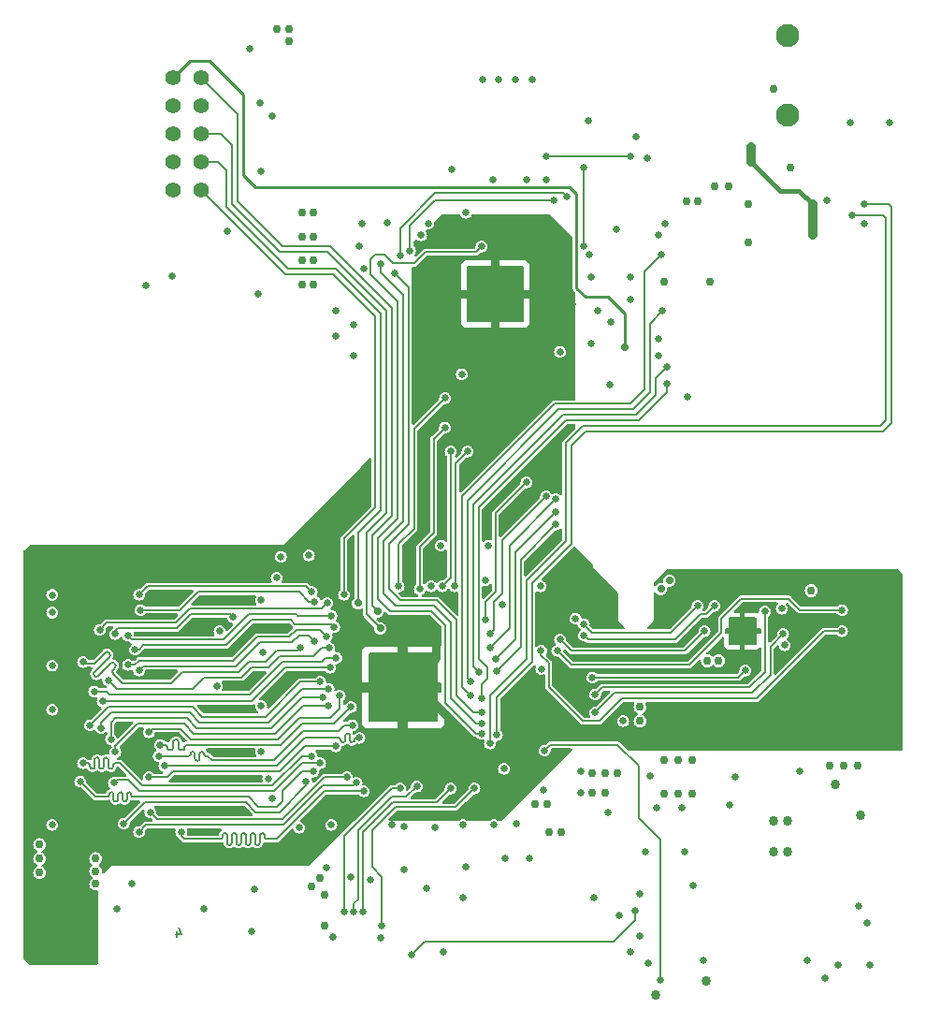
<source format=gbr>
%TF.GenerationSoftware,KiCad,Pcbnew,(6.0.7)*%
%TF.CreationDate,2022-09-14T19:51:39+02:00*%
%TF.ProjectId,n64adv2,6e363461-6476-4322-9e6b-696361645f70,20220729(b)*%
%TF.SameCoordinates,Original*%
%TF.FileFunction,Copper,L4,Bot*%
%TF.FilePolarity,Positive*%
%FSLAX46Y46*%
G04 Gerber Fmt 4.6, Leading zero omitted, Abs format (unit mm)*
G04 Created by KiCad (PCBNEW (6.0.7)) date 2022-09-14 19:51:39*
%MOMM*%
%LPD*%
G01*
G04 APERTURE LIST*
%ADD10C,0.203200*%
%TA.AperFunction,NonConductor*%
%ADD11C,0.203200*%
%TD*%
%TA.AperFunction,ComponentPad*%
%ADD12C,1.422400*%
%TD*%
%TA.AperFunction,ComponentPad*%
%ADD13C,2.100000*%
%TD*%
%TA.AperFunction,ViaPad*%
%ADD14C,0.755600*%
%TD*%
%TA.AperFunction,ViaPad*%
%ADD15C,0.655600*%
%TD*%
%TA.AperFunction,ViaPad*%
%ADD16C,2.355600*%
%TD*%
%TA.AperFunction,ViaPad*%
%ADD17C,0.855600*%
%TD*%
%TA.AperFunction,ViaPad*%
%ADD18C,0.955600*%
%TD*%
%TA.AperFunction,ViaPad*%
%ADD19C,1.955600*%
%TD*%
%TA.AperFunction,ViaPad*%
%ADD20C,1.155600*%
%TD*%
%TA.AperFunction,ViaPad*%
%ADD21C,1.355600*%
%TD*%
%TA.AperFunction,ViaPad*%
%ADD22C,1.855600*%
%TD*%
%TA.AperFunction,ViaPad*%
%ADD23C,0.705600*%
%TD*%
%TA.AperFunction,Conductor*%
%ADD24C,0.800000*%
%TD*%
%TA.AperFunction,Conductor*%
%ADD25C,0.203200*%
%TD*%
%TA.AperFunction,Conductor*%
%ADD26C,0.812800*%
%TD*%
%TA.AperFunction,Conductor*%
%ADD27C,0.406400*%
%TD*%
%TA.AperFunction,Conductor*%
%ADD28C,0.254000*%
%TD*%
G04 APERTURE END LIST*
D10*
D11*
X122576408Y-142523028D02*
X122576408Y-143064895D01*
X122769932Y-142213390D02*
X122963456Y-142793961D01*
X122460294Y-142793961D01*
D12*
%TO.P,X2,1,KL*%
%TO.N,/n64adv2_logic/TCK*%
X124752100Y-75539600D03*
%TO.P,X2,2,KL*%
%TO.N,GND*%
X122212100Y-75539600D03*
%TO.P,X2,3,KL*%
%TO.N,/n64adv2_logic/TDO*%
X124752100Y-72999600D03*
%TO.P,X2,4,KL*%
%TO.N,VCCIO_3V3*%
X122212100Y-72999600D03*
%TO.P,X2,5,KL*%
%TO.N,/n64adv2_logic/TMS*%
X124752100Y-70459600D03*
%TO.P,X2,6,KL*%
%TO.N,unconnected-(X2-Pad6)*%
X122212100Y-70459600D03*
%TO.P,X2,7,KL*%
%TO.N,unconnected-(X2-Pad7)*%
X124752100Y-67919600D03*
%TO.P,X2,8,KL*%
%TO.N,unconnected-(X2-Pad8)*%
X122212100Y-67919600D03*
%TO.P,X2,9,KL*%
%TO.N,/n64adv2_logic/TDI*%
X124752100Y-65379600D03*
%TO.P,X2,10,KL*%
%TO.N,Net-(R6-Pad1)*%
X122212100Y-65379600D03*
%TD*%
D13*
%TO.P,X5,6,S*%
%TO.N,Net-(C4-Pad2)*%
X177838100Y-61550600D03*
%TO.P,X5,7,S*%
X177838100Y-68700600D03*
%TD*%
D14*
%TO.N,VCCA*%
X157391100Y-133578600D03*
D15*
X134536100Y-108559600D03*
X130848100Y-128752600D03*
D14*
X156121100Y-131038600D03*
X156248100Y-133578600D03*
X154978100Y-131038600D03*
D15*
X152184100Y-127863600D03*
X151295100Y-132943600D03*
X152057100Y-113004600D03*
%TO.N,GND*%
X120561100Y-133832600D03*
X152311100Y-135991600D03*
X156883100Y-126593600D03*
X112687100Y-134086600D03*
X162344100Y-79095600D03*
X119799100Y-84175600D03*
X145834100Y-129641600D03*
X166154100Y-79603600D03*
D14*
X174282100Y-76809600D03*
D15*
X186982100Y-125450600D03*
D16*
X143040100Y-120497600D03*
D15*
X146710400Y-144424400D03*
X168313100Y-131419600D03*
X154470100Y-135991600D03*
D17*
X113957100Y-139928600D03*
D15*
X139484100Y-115925600D03*
D18*
X140754100Y-120497600D03*
D15*
X139103100Y-80619600D03*
X182410100Y-145643600D03*
X150660100Y-129641600D03*
X177076100Y-124561600D03*
X125641100Y-133578600D03*
X111290100Y-131038600D03*
X159169100Y-130022600D03*
X142200000Y-128850000D03*
X154720100Y-65506600D03*
D17*
X176568100Y-132562600D03*
D15*
X138595100Y-90525600D03*
X143548100Y-111607600D03*
D19*
X151422100Y-84937600D03*
D15*
X165252400Y-145440400D03*
X183553100Y-69443600D03*
X138341100Y-137642600D03*
X165138100Y-72618600D03*
X137960100Y-117957600D03*
X126657100Y-117322600D03*
X125768100Y-117322600D03*
X129578100Y-138785600D03*
X169329100Y-138404600D03*
X163626800Y-144424400D03*
X129959100Y-84937600D03*
X125450600Y-122529600D03*
X118656100Y-125831600D03*
X122847100Y-128752600D03*
D20*
X149644100Y-86715600D03*
D15*
X146850100Y-95351600D03*
D17*
X151422100Y-86829900D03*
D15*
X111290100Y-115671600D03*
D21*
X145072100Y-118465600D03*
D15*
X117132100Y-140563600D03*
D21*
X145072100Y-122529600D03*
D15*
X143167100Y-137007600D03*
X179997100Y-114401600D03*
X118529100Y-138277600D03*
X121450100Y-131673600D03*
X164503100Y-139166600D03*
X166027100Y-131419600D03*
D14*
X170853100Y-83794600D03*
D15*
X179679600Y-145199100D03*
D17*
X165900100Y-148310600D03*
D15*
X172631100Y-131165600D03*
X122110500Y-83286600D03*
D17*
X182156100Y-129260600D03*
D15*
X157010100Y-78968600D03*
D17*
X184442100Y-132054600D03*
D15*
X154978100Y-119735600D03*
X138341100Y-111353600D03*
X125641100Y-112623600D03*
D17*
X151422100Y-83019900D03*
D15*
X137706100Y-115925600D03*
D14*
X174282100Y-80238600D03*
D15*
X111290100Y-124434600D03*
D22*
X173774100Y-115417600D03*
D15*
X140119100Y-137896600D03*
X152184100Y-126212600D03*
X159804100Y-113449100D03*
X138976100Y-113893600D03*
X145580100Y-126085600D03*
X148501100Y-139547600D03*
D20*
X149644100Y-83159600D03*
D15*
X144945100Y-104241600D03*
X180124100Y-110591600D03*
X178981100Y-128117600D03*
X173139100Y-128625600D03*
X165011100Y-135356600D03*
X158407100Y-85826600D03*
X138214100Y-120243600D03*
X125006100Y-140563600D03*
X146596100Y-103987600D03*
X152692100Y-80492600D03*
X139357100Y-78587600D03*
X159169100Y-128117600D03*
X136944100Y-86461600D03*
X187109100Y-69443600D03*
X111290100Y-120370600D03*
X147485100Y-73634600D03*
X137071100Y-107924600D03*
X154089100Y-103098600D03*
X145834100Y-115925600D03*
X146596100Y-78587600D03*
X153708100Y-104241600D03*
X130086100Y-67665600D03*
X180505100Y-117449600D03*
X144310100Y-127150000D03*
X184315100Y-140309600D03*
X165392100Y-128498600D03*
X187655200Y-117475000D03*
X130213990Y-73798810D03*
X182283100Y-125831600D03*
X111290100Y-116687600D03*
D20*
X153200100Y-83159600D03*
D15*
X155486100Y-82651600D03*
X168186100Y-113131600D03*
X161772600Y-93129100D03*
X157264100Y-94208600D03*
X171742100Y-125831600D03*
D17*
X149504400Y-84937600D03*
D15*
X161836100Y-123545600D03*
X148374100Y-129641600D03*
X166281100Y-117830600D03*
X138595100Y-87731600D03*
X136140000Y-136800000D03*
D20*
X153200100Y-86715600D03*
D15*
X140500100Y-129387600D03*
X182918100Y-117957600D03*
X111671100Y-109321600D03*
X160058100Y-89382600D03*
D17*
X153416000Y-84937600D03*
D15*
X127419100Y-131673600D03*
X170230800Y-145186400D03*
X120180100Y-112623600D03*
X136182100Y-104749600D03*
D21*
X141008100Y-122529600D03*
D17*
X110401100Y-144754600D03*
D15*
X155994100Y-74587100D03*
X163614100Y-83413600D03*
X114592100Y-114147600D03*
X126530100Y-112623600D03*
D14*
X178092100Y-73507600D03*
D15*
X164503100Y-142976600D03*
X135928100Y-111861600D03*
X141643100Y-78460600D03*
X126530100Y-128752600D03*
X129197100Y-62712600D03*
X125768100Y-114655600D03*
X118148100Y-131419600D03*
X155613100Y-86715600D03*
X161836100Y-87477600D03*
X141020800Y-143154400D03*
X184696100Y-116433600D03*
D18*
X145326100Y-120497600D03*
D15*
X168821100Y-94208600D03*
D17*
X119164100Y-108432600D03*
D18*
X143040100Y-118211600D03*
D15*
X145961100Y-133197600D03*
D18*
X143040100Y-122783600D03*
D15*
X136753600Y-143052800D03*
X118021100Y-119354600D03*
X126657100Y-122402600D03*
X131991100Y-109702600D03*
X168567100Y-135356600D03*
X151168100Y-103987600D03*
D17*
X177838100Y-135356600D03*
D15*
X151720100Y-65506600D03*
X156883100Y-106908600D03*
D14*
X166662100Y-83794600D03*
D17*
X170472100Y-147040600D03*
D15*
X129832100Y-119481600D03*
X115989100Y-116306600D03*
X128308100Y-108559600D03*
X162610800Y-141122400D03*
X131229100Y-68808600D03*
X154978100Y-127990600D03*
X124879100Y-108521600D03*
D17*
X177838100Y-132562600D03*
D15*
X145199100Y-138658600D03*
X130848100Y-115163600D03*
X149136100Y-126085600D03*
D17*
X112179100Y-144754600D03*
D14*
X176568100Y-66395600D03*
D17*
X112179100Y-139928600D03*
D15*
X168440100Y-125831600D03*
X129324100Y-142595600D03*
X148755100Y-101193600D03*
X181267100Y-146786600D03*
X164122100Y-70713600D03*
X177330100Y-117957600D03*
X137706100Y-132943600D03*
X161582100Y-131800600D03*
X119164100Y-127355600D03*
X139992100Y-126085600D03*
X126530100Y-126466600D03*
D17*
X113068100Y-108432600D03*
D15*
X150533100Y-111734600D03*
X141262100Y-127355600D03*
X185077100Y-141833600D03*
X147358100Y-112623600D03*
X136944100Y-88747600D03*
X139484100Y-82651600D03*
D17*
X113068100Y-109702600D03*
D15*
X186982100Y-111861600D03*
D17*
X119164100Y-109702600D03*
D15*
X155359100Y-113258600D03*
X117386100Y-124053600D03*
X142024100Y-132943600D03*
X148755100Y-136753600D03*
X111290100Y-128498600D03*
X159800000Y-69200000D03*
X159296100Y-119100600D03*
X153220100Y-65506600D03*
X143548100Y-108559600D03*
X160324800Y-139547600D03*
X143040100Y-126085600D03*
X150406100Y-99161600D03*
X147612100Y-124307600D03*
X158788100Y-124688600D03*
D21*
X141008100Y-118465600D03*
D17*
X176568100Y-135356600D03*
D15*
X185331100Y-145643600D03*
X177965100Y-123545600D03*
D17*
X113957100Y-144754600D03*
D15*
X167424100Y-122148600D03*
X111290100Y-121386600D03*
X148247100Y-95605600D03*
X130467100Y-135864600D03*
X148628100Y-80492600D03*
X147612100Y-127200000D03*
D17*
X110401100Y-139928600D03*
D15*
X147104100Y-82651600D03*
X154216100Y-74587100D03*
X150220100Y-65506600D03*
X163614100Y-85445600D03*
X151168100Y-74587100D03*
X126784100Y-110337600D03*
%TO.N,+5V*%
X127165100Y-79222600D03*
X166789100Y-78587600D03*
%TO.N,DVDD*%
X160693100Y-86461600D03*
X148374100Y-92176600D03*
X157264100Y-90144600D03*
D14*
X133896100Y-79730600D03*
D15*
X145326100Y-78548600D03*
D14*
X134912100Y-79730600D03*
D15*
%TO.N,AVDD*%
X144691100Y-79603600D03*
D14*
X133896100Y-81889600D03*
X134912100Y-81889600D03*
D15*
X159931100Y-81381600D03*
%TO.N,PVDD*%
X160058100Y-83413600D03*
D14*
X134912100Y-84048600D03*
X133896100Y-84048600D03*
%TO.N,DVDD_3V3*%
X133896100Y-77571600D03*
D15*
X148755100Y-77571600D03*
D14*
X134912100Y-77571600D03*
%TO.N,5V_IN*%
X184188100Y-127609600D03*
X171234100Y-75158600D03*
X132753100Y-62077600D03*
X132753100Y-60931400D03*
X131610100Y-60937800D03*
X172504100Y-75158600D03*
X181648100Y-127609600D03*
X182918100Y-127609600D03*
D15*
%TO.N,VDD_U3*%
X126188100Y-120370600D03*
D14*
X110147100Y-137261600D03*
X110147100Y-134721600D03*
D15*
X111290100Y-113729600D03*
X111290100Y-118529600D03*
X126442100Y-115417600D03*
D14*
X110147100Y-135991600D03*
D15*
X111290100Y-132929600D03*
X111290100Y-122529600D03*
X111290100Y-112129600D03*
D14*
%TO.N,+3V3*%
X167932100Y-127101600D03*
X166662100Y-130149600D03*
D15*
X136563100Y-132943600D03*
X145580100Y-111353600D03*
D14*
X169202100Y-127101600D03*
D15*
X153327100Y-132816600D03*
D14*
X167932100Y-130149600D03*
X115227100Y-135991600D03*
D15*
X155486100Y-111353600D03*
D14*
X115227100Y-138277600D03*
D15*
X131229100Y-130530600D03*
X133642100Y-133197600D03*
X131991100Y-108686600D03*
X130213100Y-112623600D03*
D14*
X166662100Y-127101600D03*
D15*
X155740100Y-129768600D03*
D14*
X115227100Y-137134600D03*
X169202100Y-130149600D03*
D15*
X150533100Y-110782100D03*
D14*
%TO.N,VCCIO_2V5*%
X164503100Y-123545600D03*
D15*
X150787100Y-107670600D03*
X146469100Y-107670600D03*
D14*
X164503100Y-122275600D03*
D15*
X131610100Y-110591600D03*
D14*
X179997100Y-111734600D03*
D23*
X167170100Y-110845600D03*
D15*
X158661100Y-114274600D03*
D23*
X166408100Y-111607600D03*
D14*
%TO.N,VCCIO_3V3*%
X161328100Y-130022600D03*
D15*
X130340100Y-117322600D03*
X155560000Y-118820000D03*
D14*
X161328100Y-128244600D03*
X160185100Y-128244600D03*
X135928100Y-142087600D03*
X135928100Y-139293600D03*
D15*
X166154100Y-90525600D03*
D14*
X160185100Y-130022600D03*
D15*
X162979100Y-123545600D03*
X143167100Y-133070600D03*
X166154100Y-89001600D03*
D14*
X162471100Y-128244600D03*
D15*
X148501100Y-132943600D03*
X181394100Y-76428600D03*
X184823100Y-78587600D03*
D14*
X169710100Y-76555600D03*
X168694100Y-76555600D03*
%TO.N,VDD_U4*%
X171615100Y-118084600D03*
X170599100Y-118084600D03*
D15*
X177330100Y-113385600D03*
X177584100Y-116687600D03*
%TO.N,VCCIO_BANK6*%
X130213100Y-126339600D03*
D14*
X135530000Y-137750000D03*
X134760000Y-138520000D03*
D15*
X130213100Y-122193000D03*
%TO.N,Net-(D23-Pad1)*%
X156040000Y-72500000D03*
X163614100Y-72491600D03*
%TO.N,Net-(D23-Pad3)*%
X159423100Y-73507600D03*
X159423100Y-80619600D03*
%TO.N,Net-(D23-Pad4)*%
X142786100Y-81433600D03*
X157911800Y-76123800D03*
%TO.N,Net-(D23-Pad6)*%
X156730000Y-76460000D03*
X143675100Y-81000600D03*
%TO.N,Net-(R14-Pad1)*%
X174028100Y-118973600D03*
X160185100Y-119608600D03*
%TO.N,Net-(R15-Pad2)*%
X150914100Y-125577600D03*
X183680100Y-77825600D03*
%TO.N,Net-(R17-Pad2)*%
X184823100Y-76809600D03*
X151549100Y-124815600D03*
%TO.N,Net-(RN13-Pad2)*%
X164084000Y-140665200D03*
X143814800Y-144678400D03*
X141122400Y-142036800D03*
X149517100Y-129641600D03*
%TO.N,Net-(RN14-Pad4)*%
X166370000Y-146964400D03*
X155867100Y-126212600D03*
%TO.N,Net-(RN15-Pad2)*%
X147358100Y-129641600D03*
X139450700Y-140817600D03*
%TO.N,Net-(RN15-Pad3)*%
X144300000Y-129450000D03*
X138595100Y-140817600D03*
%TO.N,Net-(RN15-Pad4)*%
X137706100Y-140817600D03*
X142786100Y-129641600D03*
%TO.N,Net-(RN16-Pad1)*%
X150152100Y-122783600D03*
X142278100Y-83032600D03*
X159423100Y-114782600D03*
X169710100Y-113131600D03*
%TO.N,Net-(RN16-Pad2)*%
X150152100Y-123799600D03*
X141008100Y-82187600D03*
X175806100Y-113639600D03*
X160439100Y-121132600D03*
%TO.N,Net-(RN16-Pad3)*%
X150152100Y-80619600D03*
X150152100Y-124688600D03*
%TO.N,Net-(RN16-Pad4)*%
X177457100Y-115671600D03*
X160439100Y-122783600D03*
D14*
%TO.N,Net-(SJ5-Pad1)*%
X174550000Y-71650000D03*
X180124100Y-76809600D03*
X180124100Y-79603600D03*
X174550000Y-73000000D03*
D15*
%TO.N,Net-(TP_SPDIF0-PadTP)*%
X150914100Y-115671600D03*
X155994100Y-103225600D03*
%TO.N,Net-(U1-Pad21)*%
X151520000Y-119010000D03*
X156883100Y-105765600D03*
%TO.N,Net-(U1-Pad22)*%
X151422100Y-117957600D03*
X156883100Y-104622600D03*
%TO.N,Net-(U1-Pad24)*%
X150914100Y-116941600D03*
X156883100Y-103479600D03*
%TO.N,Net-(U1-Pad26)*%
X155549600Y-117195600D03*
X182791100Y-115417600D03*
%TO.N,Net-(U1-Pad27)*%
X182791100Y-113512600D03*
X157010100Y-117195600D03*
%TO.N,Net-(U1-Pad28)*%
X170345100Y-115417600D03*
X157264100Y-116179600D03*
%TO.N,Net-(U1-Pad29)*%
X159423100Y-115798600D03*
X171234100Y-113131600D03*
%TO.N,Net-(U1-Pad30)*%
X154216100Y-101955600D03*
X150533100Y-114401600D03*
%TO.N,Net-(U1-Pad47)*%
X147739100Y-111353600D03*
X148882100Y-99161600D03*
%TO.N,Net-(U1-Pad48)*%
X146596100Y-111353600D03*
X147358100Y-99161600D03*
%TO.N,Net-(U1-Pad52)*%
X144564100Y-111607600D03*
X146850100Y-97002600D03*
%TO.N,Net-(U1-Pad54)*%
X142659100Y-111353600D03*
X146850100Y-94335600D03*
%TO.N,Net-(U1-Pad74)*%
X119164100Y-112115600D03*
X134785100Y-111861600D03*
%TO.N,Net-(U1-Pad75)*%
X119291100Y-113512600D03*
X135039100Y-112750600D03*
%TO.N,Net-(U1-Pad76)*%
X115608100Y-115290600D03*
X136182100Y-112877600D03*
%TO.N,Net-(U1-Pad77)*%
X127673100Y-114147600D03*
X117005100Y-115671600D03*
%TO.N,Net-(U1-Pad78)*%
X118148100Y-115798600D03*
X136563100Y-114020600D03*
%TO.N,Net-(U1-Pad79)*%
X118783100Y-117068600D03*
X136817100Y-115036600D03*
%TO.N,Net-(U1-Pad80)*%
X136144000Y-115874800D03*
X118160800Y-118465600D03*
%TO.N,Net-(U1-Pad81)*%
X119164100Y-118973600D03*
X135039100Y-116306600D03*
%TO.N,Net-(U1-Pad84)*%
X114084100Y-118211600D03*
X133769100Y-116941600D03*
%TO.N,Net-(U1-Pad85)*%
X136372600Y-116941600D03*
X116370100Y-119862600D03*
%TO.N,Net-(U1-Pad86)*%
X115100100Y-120878600D03*
X137007600Y-117830600D03*
%TO.N,Net-(U1-Pad87)*%
X115862100Y-121767600D03*
X136436100Y-118719600D03*
%TO.N,Net-(U1-Pad88)*%
X137325100Y-121259600D03*
X120053100Y-124561600D03*
%TO.N,Net-(U1-Pad89)*%
X114719100Y-123926600D03*
X135547100Y-119989600D03*
%TO.N,Net-(U1-Pad90)*%
X136309100Y-120624600D03*
X115735100Y-124180600D03*
%TO.N,Net-(U1-Pad91)*%
X116624100Y-125196600D03*
X135801100Y-121386600D03*
%TO.N,Net-(U1-Pad92)*%
X136309100Y-122148600D03*
X117005100Y-126339600D03*
%TO.N,Net-(U1-Pad93)*%
X121069100Y-125704600D03*
X138341100Y-122275600D03*
%TO.N,Net-(U1-Pad96)*%
X138468100Y-123926600D03*
X120942100Y-126720600D03*
%TO.N,Net-(U1-Pad97)*%
X121450100Y-127609600D03*
X139103100Y-125069600D03*
%TO.N,Net-(U1-Pad98)*%
X136944100Y-125831600D03*
X120053100Y-128625600D03*
%TO.N,Net-(U1-Pad101)*%
X114084100Y-127355600D03*
X134785100Y-126720600D03*
%TO.N,Net-(U1-Pad102)*%
X135547100Y-127355600D03*
X116878100Y-129133600D03*
%TO.N,Net-(U1-Pad105)*%
X134912100Y-128117600D03*
X113830100Y-129006600D03*
%TO.N,Net-(U1-Pad106)*%
X117767100Y-132816600D03*
X134277100Y-129006600D03*
%TO.N,Net-(U1-Pad113)*%
X120180100Y-131800600D03*
X137960100Y-128625600D03*
%TO.N,Net-(U1-Pad114)*%
X138849100Y-129133600D03*
X119164100Y-133578600D03*
%TO.N,Net-(U1-Pad118)*%
X139484100Y-129895600D03*
X122974100Y-133578600D03*
%TO.N,/n64adv2_logic/TCK*%
X166408100Y-81381600D03*
X149136100Y-121259600D03*
X137706100Y-112115600D03*
%TO.N,/n64adv2_logic/TMS*%
X150152100Y-121513600D03*
X166916100Y-93065600D03*
D23*
X141008100Y-115163600D03*
%TO.N,/n64adv2_logic/TDI*%
X140754100Y-113639600D03*
D15*
X149136100Y-119989600D03*
X166535100Y-86461600D03*
%TO.N,/n64adv2_logic/TDO*%
X166916100Y-91541600D03*
X149898100Y-119100600D03*
D23*
X138976100Y-112877600D03*
%TO.N,Net-(R6-Pad1)*%
X163106100Y-89763600D03*
%TD*%
D24*
%TO.N,GND*%
X145999200Y-117856000D02*
X145389600Y-118465600D01*
X145326100Y-121362134D02*
X145326100Y-120497600D01*
X145999200Y-116090700D02*
X145999200Y-117856000D01*
X147612100Y-124307600D02*
X147612100Y-123648134D01*
X145834100Y-115925600D02*
X145999200Y-116090700D01*
X145389600Y-118465600D02*
X145072100Y-118465600D01*
X147612100Y-123648134D02*
X145326100Y-121362134D01*
D25*
%TO.N,Net-(D23-Pad1)*%
X156048400Y-72491600D02*
X163614100Y-72491600D01*
X156040000Y-72500000D02*
X156048400Y-72491600D01*
%TO.N,Net-(D23-Pad3)*%
X159423100Y-73507600D02*
X159423100Y-80619600D01*
%TO.N,Net-(D23-Pad4)*%
X157911800Y-76123800D02*
X157581600Y-75793600D01*
X142786100Y-78968600D02*
X142786100Y-81433600D01*
X145961100Y-75793600D02*
X142786100Y-78968600D01*
X157581600Y-75793600D02*
X145961100Y-75793600D01*
%TO.N,Net-(D23-Pad6)*%
X145929700Y-76460000D02*
X143675100Y-78714600D01*
X143675100Y-78714600D02*
X143675100Y-81000600D01*
X156730000Y-76460000D02*
X145929700Y-76460000D01*
%TO.N,Net-(R14-Pad1)*%
X174028100Y-118973600D02*
X173393100Y-119608600D01*
X173393100Y-119608600D02*
X160185100Y-119608600D01*
%TO.N,Net-(R15-Pad2)*%
X186728100Y-96367600D02*
X186220100Y-96875600D01*
X159296100Y-96875600D02*
X157772100Y-98399600D01*
X157772100Y-107289600D02*
X154216100Y-110845600D01*
X186474100Y-77825600D02*
X183680100Y-77825600D01*
X150914100Y-121259600D02*
X150914100Y-125577600D01*
X186220100Y-96875600D02*
X159296100Y-96875600D01*
X186728100Y-78079600D02*
X186728100Y-96367600D01*
X154216100Y-117957600D02*
X150914100Y-121259600D01*
X154216100Y-110845600D02*
X154216100Y-117957600D01*
X157772100Y-98399600D02*
X157772100Y-107289600D01*
X186728100Y-78079600D02*
X186474100Y-77825600D01*
%TO.N,Net-(R17-Pad2)*%
X186474100Y-97383600D02*
X187236100Y-96621600D01*
X186982100Y-76809600D02*
X184823100Y-76809600D01*
X154724100Y-118211600D02*
X154724100Y-111099600D01*
X159550100Y-97383600D02*
X186474100Y-97383600D01*
X158280100Y-107543600D02*
X158280100Y-98653600D01*
X158280100Y-98653600D02*
X159550100Y-97383600D01*
X151549100Y-124815600D02*
X151549100Y-121386600D01*
X154724100Y-111099600D02*
X158280100Y-107543600D01*
X187236100Y-77063600D02*
X186982100Y-76809600D01*
X187236100Y-96621600D02*
X187236100Y-77063600D01*
X151549100Y-121386600D02*
X154724100Y-118211600D01*
%TO.N,Net-(RN13-Pad2)*%
X143821600Y-144678400D02*
X143814800Y-144678400D01*
X141122400Y-142036800D02*
X141122400Y-137629900D01*
X144990000Y-143510000D02*
X143821600Y-144678400D01*
X147843900Y-131314800D02*
X149517100Y-129641600D01*
X142382900Y-131314800D02*
X147843900Y-131314800D01*
X140246100Y-136753600D02*
X140246100Y-133451600D01*
X140246100Y-133451600D02*
X142382900Y-131314800D01*
X162102800Y-143510000D02*
X144990000Y-143510000D01*
X141122400Y-137629900D02*
X140246100Y-136753600D01*
X164084000Y-141528800D02*
X162102800Y-143510000D01*
X164084000Y-140665200D02*
X164084000Y-141528800D01*
%TO.N,Net-(RN14-Pad4)*%
X162471100Y-125704600D02*
X156375100Y-125704600D01*
X166370000Y-146964400D02*
X166370000Y-134302500D01*
X164376100Y-132308600D02*
X164376100Y-127609600D01*
X166370000Y-134302500D02*
X164376100Y-132308600D01*
X164376100Y-127609600D02*
X162471100Y-125704600D01*
X156375100Y-125704600D02*
X155867100Y-126212600D01*
%TO.N,Net-(RN15-Pad2)*%
X139450700Y-140817600D02*
X139450700Y-133612000D01*
X146088100Y-130911600D02*
X147358100Y-129641600D01*
X139450700Y-133612000D02*
X142151100Y-130911600D01*
X142151100Y-130911600D02*
X146088100Y-130911600D01*
%TO.N,Net-(RN15-Pad3)*%
X138976100Y-133451600D02*
X138976100Y-139674600D01*
X143346400Y-130403600D02*
X142024100Y-130403600D01*
X142024100Y-130403600D02*
X138976100Y-133451600D01*
X138976100Y-139674600D02*
X138595100Y-140055600D01*
X144300000Y-129450000D02*
X143346400Y-130403600D01*
X138595100Y-140055600D02*
X138595100Y-140817600D01*
%TO.N,Net-(RN15-Pad4)*%
X142024100Y-129641600D02*
X137706100Y-133959600D01*
X142024100Y-129641600D02*
X142786100Y-129641600D01*
X137706100Y-140817600D02*
X137706100Y-133959600D01*
%TO.N,Net-(RN16-Pad1)*%
X146088100Y-112623600D02*
X142786100Y-112623600D01*
X149390100Y-122783600D02*
X147866100Y-121259600D01*
X167297100Y-115544600D02*
X169710100Y-113131600D01*
X159423100Y-114782600D02*
X160185100Y-115544600D01*
X150152100Y-122783600D02*
X149390100Y-122783600D01*
X147866100Y-121259600D02*
X147866100Y-114401600D01*
X142278100Y-83032600D02*
X143548100Y-84302600D01*
X147866100Y-114401600D02*
X146088100Y-112623600D01*
X160185100Y-115544600D02*
X167297100Y-115544600D01*
X142786100Y-112623600D02*
X141770100Y-111607600D01*
X141770100Y-107543600D02*
X141770100Y-111607600D01*
X143548100Y-105765600D02*
X141770100Y-107543600D01*
X143548100Y-84302600D02*
X143548100Y-105765600D01*
%TO.N,Net-(RN16-Pad2)*%
X141262100Y-107289600D02*
X141262100Y-111988600D01*
X174409100Y-120497600D02*
X161074100Y-120497600D01*
X147358100Y-114655600D02*
X147358100Y-121513600D01*
X141262100Y-111988600D02*
X142405100Y-113131600D01*
X149644100Y-123799600D02*
X147358100Y-121513600D01*
X161074100Y-120497600D02*
X160439100Y-121132600D01*
X142405100Y-113131600D02*
X145834100Y-113131600D01*
X175806100Y-113639600D02*
X175806100Y-119100600D01*
X141008100Y-82187600D02*
X141008100Y-82949600D01*
X141008100Y-82949600D02*
X143040100Y-84981600D01*
X143040100Y-84981600D02*
X143040100Y-105511600D01*
X143040100Y-105511600D02*
X141262100Y-107289600D01*
X175806100Y-119100600D02*
X174409100Y-120497600D01*
X149644100Y-123799600D02*
X150152100Y-123799600D01*
X145834100Y-113131600D02*
X147358100Y-114655600D01*
%TO.N,Net-(RN16-Pad3)*%
X142532100Y-85572600D02*
X142532100Y-105257600D01*
X140119100Y-83159600D02*
X142532100Y-85572600D01*
X144056100Y-82143600D02*
X142151100Y-82143600D01*
X142532100Y-105257600D02*
X140754100Y-107035600D01*
X149644100Y-124688600D02*
X146850100Y-121894600D01*
X141389100Y-81381600D02*
X140500100Y-81381600D01*
X150152100Y-80619600D02*
X149644100Y-81127600D01*
X149644100Y-81127600D02*
X145072100Y-81127600D01*
X140754100Y-107035600D02*
X140754100Y-112496600D01*
X141897100Y-113639600D02*
X145580100Y-113639600D01*
X145580100Y-113639600D02*
X146850100Y-114909600D01*
X140754100Y-112496600D02*
X141897100Y-113639600D01*
X146850100Y-114909600D02*
X146850100Y-121894600D01*
X140500100Y-81381600D02*
X140119100Y-81762600D01*
X140119100Y-81762600D02*
X140119100Y-83159600D01*
X142151100Y-82143600D02*
X141389100Y-81381600D01*
X145072100Y-81127600D02*
X144056100Y-82143600D01*
X149644100Y-124688600D02*
X150152100Y-124688600D01*
%TO.N,Net-(RN16-Pad4)*%
X174663100Y-121005600D02*
X176314100Y-119354600D01*
X176314100Y-116814600D02*
X176314100Y-119354600D01*
X176314100Y-116814600D02*
X177457100Y-115671600D01*
X162217100Y-121005600D02*
X174663100Y-121005600D01*
X160439100Y-122783600D02*
X162217100Y-121005600D01*
D26*
%TO.N,Net-(SJ5-Pad1)*%
X174550000Y-71650000D02*
X174550000Y-73000000D01*
D27*
X178914500Y-75600000D02*
X180124100Y-76809600D01*
X177150000Y-75600000D02*
X178914500Y-75600000D01*
D26*
X180124100Y-76809600D02*
X180124100Y-79603600D01*
D27*
X174550000Y-73000000D02*
X177150000Y-75600000D01*
D25*
%TO.N,Net-(TP_SPDIF0-PadTP)*%
X152057100Y-107162600D02*
X152057100Y-111988600D01*
X151295100Y-112750600D02*
X151295100Y-115290600D01*
X155994100Y-103225600D02*
X152057100Y-107162600D01*
X152057100Y-111988600D02*
X151295100Y-112750600D01*
X151295100Y-115290600D02*
X150914100Y-115671600D01*
%TO.N,Net-(U1-Pad21)*%
X153708100Y-116814600D02*
X153708100Y-108940600D01*
X153708100Y-108940600D02*
X156883100Y-105765600D01*
X151520000Y-119010000D02*
X151520000Y-119002700D01*
X151520000Y-119002700D02*
X153708100Y-116814600D01*
%TO.N,Net-(U1-Pad22)*%
X151422100Y-117957600D02*
X153200100Y-116179600D01*
X156883100Y-104622600D02*
X153200100Y-108305600D01*
X153200100Y-116179600D02*
X153200100Y-108305600D01*
%TO.N,Net-(U1-Pad24)*%
X156883100Y-103479600D02*
X152692100Y-107670600D01*
X152692100Y-115163600D02*
X150914100Y-116941600D01*
X152692100Y-107670600D02*
X152692100Y-115163600D01*
%TO.N,Net-(U1-Pad26)*%
X156248100Y-120497600D02*
X159296100Y-123545600D01*
X156248100Y-118300500D02*
X156248100Y-120497600D01*
X181140100Y-115417600D02*
X182791100Y-115417600D01*
X175044100Y-121513600D02*
X181140100Y-115417600D01*
X155549600Y-117195600D02*
X155549600Y-117602000D01*
X155549600Y-117602000D02*
X156248100Y-118300500D01*
X159296100Y-123545600D02*
X160820100Y-123545600D01*
X160820100Y-123545600D02*
X162852100Y-121513600D01*
X162852100Y-121513600D02*
X175044100Y-121513600D01*
%TO.N,Net-(U1-Pad27)*%
X173647100Y-112496600D02*
X171869100Y-114274600D01*
X171869100Y-114274600D02*
X171869100Y-115544600D01*
X182791100Y-113512600D02*
X178981100Y-113512600D01*
X168948100Y-118465600D02*
X158280100Y-118465600D01*
X158280100Y-118465600D02*
X157010100Y-117195600D01*
X168948100Y-118465600D02*
X171869100Y-115544600D01*
X177965100Y-112496600D02*
X173647100Y-112496600D01*
X178981100Y-113512600D02*
X177965100Y-112496600D01*
%TO.N,Net-(U1-Pad28)*%
X168567100Y-117195600D02*
X158280100Y-117195600D01*
X158280100Y-117195600D02*
X157264100Y-116179600D01*
X170345100Y-115417600D02*
X168567100Y-117195600D01*
%TO.N,Net-(U1-Pad29)*%
X170472100Y-113893600D02*
X171234100Y-113131600D01*
X167678100Y-116179600D02*
X159804100Y-116179600D01*
X169964100Y-113893600D02*
X167678100Y-116179600D01*
X159804100Y-116179600D02*
X159423100Y-115798600D01*
X170472100Y-113893600D02*
X169964100Y-113893600D01*
%TO.N,Net-(U1-Pad30)*%
X151422100Y-104749600D02*
X154216100Y-101955600D01*
X150533100Y-114401600D02*
X150533100Y-112750600D01*
X151422100Y-104749600D02*
X151422100Y-111861600D01*
X151422100Y-111861600D02*
X150533100Y-112750600D01*
%TO.N,Net-(U1-Pad47)*%
X147829815Y-100213885D02*
X148882100Y-99161600D01*
X147829815Y-100213885D02*
X147829815Y-111262885D01*
X147739100Y-111353600D02*
X147829815Y-111262885D01*
%TO.N,Net-(U1-Pad48)*%
X146596100Y-111353600D02*
X147358100Y-110591600D01*
X147358100Y-99161600D02*
X147358100Y-110591600D01*
%TO.N,Net-(U1-Pad52)*%
X145834100Y-98018600D02*
X146850100Y-97002600D01*
X145834100Y-106527600D02*
X144564100Y-107797600D01*
X145834100Y-98018600D02*
X145834100Y-106527600D01*
X144564100Y-111607600D02*
X144564100Y-107797600D01*
%TO.N,Net-(U1-Pad54)*%
X144056100Y-97129600D02*
X146850100Y-94335600D01*
X144056100Y-106146600D02*
X142659100Y-107543600D01*
X144056100Y-97129600D02*
X144056100Y-106146600D01*
X142659100Y-111353600D02*
X142659100Y-107543600D01*
%TO.N,Net-(U1-Pad74)*%
X134277100Y-111353600D02*
X134785100Y-111861600D01*
X119164100Y-112115600D02*
X119926100Y-111353600D01*
X119926100Y-111353600D02*
X134277100Y-111353600D01*
%TO.N,Net-(U1-Pad75)*%
X134531100Y-112750600D02*
X133642100Y-111861600D01*
X124498100Y-111861600D02*
X122847100Y-113512600D01*
X135039100Y-112750600D02*
X134531100Y-112750600D01*
X133642100Y-111861600D02*
X124498100Y-111861600D01*
X122847100Y-113512600D02*
X119291100Y-113512600D01*
%TO.N,Net-(U1-Pad76)*%
X116243100Y-114655600D02*
X122466100Y-114655600D01*
X115608100Y-115290600D02*
X116243100Y-114655600D01*
X135674100Y-113385600D02*
X136182100Y-112877600D01*
X122466100Y-114655600D02*
X123736100Y-113385600D01*
X135674100Y-113385600D02*
X123736100Y-113385600D01*
%TO.N,Net-(U1-Pad77)*%
X117259100Y-115163600D02*
X117005100Y-115417600D01*
X117005100Y-115417600D02*
X117005100Y-115671600D01*
X122593100Y-115163600D02*
X117259100Y-115163600D01*
X123863100Y-113893600D02*
X122593100Y-115163600D01*
X127673100Y-114147600D02*
X127419100Y-113893600D01*
X127419100Y-113893600D02*
X123863100Y-113893600D01*
%TO.N,Net-(U1-Pad78)*%
X126784100Y-116179600D02*
X118529100Y-116179600D01*
X126784100Y-116179600D02*
X129070100Y-113893600D01*
X118529100Y-116179600D02*
X118148100Y-115798600D01*
X129070100Y-113893600D02*
X133388100Y-113893600D01*
X133388100Y-113893600D02*
X133515100Y-114020600D01*
X133515100Y-114020600D02*
X136563100Y-114020600D01*
%TO.N,Net-(U1-Pad79)*%
X129324100Y-114401600D02*
X132880100Y-114401600D01*
X119164100Y-117068600D02*
X118783100Y-117068600D01*
X132880100Y-114401600D02*
X133261100Y-114782600D01*
X119545100Y-116687600D02*
X119164100Y-117068600D01*
X127038100Y-116687600D02*
X119545100Y-116687600D01*
X127038100Y-116687600D02*
X129324100Y-114401600D01*
X136817100Y-115036600D02*
X136563100Y-114782600D01*
X133261100Y-114782600D02*
X136563100Y-114782600D01*
%TO.N,Net-(U1-Pad80)*%
X136144000Y-115874800D02*
X135559800Y-115290600D01*
X118783100Y-118465600D02*
X118160800Y-118465600D01*
X127673100Y-118084600D02*
X119164100Y-118084600D01*
X129832100Y-115925600D02*
X127673100Y-118084600D01*
X135559800Y-115290600D02*
X133388100Y-115290600D01*
X119164100Y-118084600D02*
X118783100Y-118465600D01*
X132753100Y-115925600D02*
X129832100Y-115925600D01*
X133388100Y-115290600D02*
X132753100Y-115925600D01*
%TO.N,Net-(U1-Pad81)*%
X119545100Y-118592600D02*
X119164100Y-118973600D01*
X127927100Y-118592600D02*
X119545100Y-118592600D01*
X133007100Y-116433600D02*
X133642100Y-115798600D01*
X135039100Y-116306600D02*
X134531100Y-115798600D01*
X130086100Y-116433600D02*
X133007100Y-116433600D01*
X133642100Y-115798600D02*
X134531100Y-115798600D01*
X127927100Y-118592600D02*
X130086100Y-116433600D01*
%TO.N,Net-(U1-Pad84)*%
X116474859Y-117719316D02*
X115115815Y-119078357D01*
X116771141Y-119144681D02*
X116878100Y-119354600D01*
X115115815Y-119078357D02*
X115058357Y-119164350D01*
X116878100Y-118815494D02*
X116807996Y-118911983D01*
X116242559Y-117285413D02*
X116100006Y-117344460D01*
X130594100Y-118211600D02*
X129070100Y-118211600D01*
X116319708Y-117300759D02*
X116242559Y-117285413D01*
X115115815Y-119453213D02*
X115201808Y-119510671D01*
X115058357Y-119164350D02*
X115038180Y-119265785D01*
X116385112Y-117344460D02*
X116474859Y-117434210D01*
X122085100Y-120116600D02*
X117640100Y-120116600D01*
X131610100Y-117195600D02*
X130594100Y-118211600D01*
X116771141Y-119025413D02*
X116771141Y-119144681D01*
X115105865Y-118338600D02*
X114211100Y-118338600D01*
X115201808Y-119510671D02*
X115303243Y-119530848D01*
X116783141Y-118270538D02*
X116970568Y-118348172D01*
X133769100Y-116941600D02*
X133515100Y-117195600D01*
X123101100Y-119100600D02*
X122085100Y-120116600D01*
X116533906Y-117576763D02*
X116474859Y-117719316D01*
X116681707Y-118290714D02*
X116783141Y-118270538D01*
X116474859Y-117434210D02*
X116518560Y-117499614D01*
X116878100Y-119354600D02*
X117640100Y-120116600D01*
X116970568Y-118723025D02*
X116878100Y-118815494D01*
X115038180Y-119265785D02*
X115115815Y-119453213D01*
X116970567Y-118348171D02*
X117028026Y-118434164D01*
X129070100Y-118211600D02*
X128181100Y-119100600D01*
X116385112Y-117344460D02*
X116319708Y-117300759D01*
X116595714Y-118348172D02*
X116681707Y-118290714D01*
X116970568Y-118348172D02*
X116970567Y-118348171D01*
X116595715Y-118348172D02*
X116595714Y-118348172D01*
X115303243Y-119530848D02*
X115490671Y-119453213D01*
X128181100Y-119100600D02*
X123101100Y-119100600D01*
X116100006Y-117344460D02*
X115105865Y-118338600D01*
X116807996Y-118911983D02*
X116771141Y-119025413D01*
X117048203Y-118535598D02*
X116970568Y-118723025D01*
X114211100Y-118338600D02*
X114084100Y-118211600D01*
X115490671Y-119453213D02*
X116595715Y-118348172D01*
X116518560Y-117499614D02*
X116533906Y-117576763D01*
X133515100Y-117195600D02*
X131610100Y-117195600D01*
X117028026Y-118434164D02*
X117048203Y-118535598D01*
%TO.N,Net-(U1-Pad85)*%
X129324100Y-118719600D02*
X128435100Y-119608600D01*
X135674100Y-116941600D02*
X136372600Y-116941600D01*
X130848100Y-118719600D02*
X129324100Y-118719600D01*
X135674100Y-116941600D02*
X134912100Y-117703600D01*
X117132100Y-120624600D02*
X123990100Y-120624600D01*
X123990100Y-120624600D02*
X125006100Y-119608600D01*
X134912100Y-117703600D02*
X131864100Y-117703600D01*
X117132100Y-120624600D02*
X116370100Y-119862600D01*
X125006100Y-119608600D02*
X128435100Y-119608600D01*
X131864100Y-117703600D02*
X130848100Y-118719600D01*
%TO.N,Net-(U1-Pad86)*%
X116497100Y-121132600D02*
X116243100Y-120878600D01*
X129197100Y-121132600D02*
X116497100Y-121132600D01*
X116243100Y-120878600D02*
X115100100Y-120878600D01*
X132118100Y-118211600D02*
X129197100Y-121132600D01*
X135674100Y-118211600D02*
X132118100Y-118211600D01*
X136055100Y-117830600D02*
X135674100Y-118211600D01*
X137007600Y-117830600D02*
X136055100Y-117830600D01*
%TO.N,Net-(U1-Pad87)*%
X132372100Y-118719600D02*
X136436100Y-118719600D01*
X129324100Y-121767600D02*
X115862100Y-121767600D01*
X129324100Y-121767600D02*
X132372100Y-118719600D01*
%TO.N,Net-(U1-Pad88)*%
X131737100Y-125196600D02*
X123863100Y-125196600D01*
X136436100Y-123291600D02*
X133642100Y-123291600D01*
X137325100Y-122402600D02*
X136436100Y-123291600D01*
X123863100Y-125196600D02*
X122910600Y-124244100D01*
X137325100Y-121259600D02*
X137325100Y-122402600D01*
X133642100Y-123291600D02*
X131737100Y-125196600D01*
X122910600Y-124244100D02*
X120370600Y-124244100D01*
X120370600Y-124244100D02*
X120053100Y-124561600D01*
%TO.N,Net-(U1-Pad89)*%
X133769100Y-119989600D02*
X130594100Y-123164600D01*
X124879100Y-123164600D02*
X123990100Y-122275600D01*
X116370100Y-122275600D02*
X114719100Y-123926600D01*
X130594100Y-123164600D02*
X124879100Y-123164600D01*
X123990100Y-122275600D02*
X116370100Y-122275600D01*
X135547100Y-119989600D02*
X133769100Y-119989600D01*
%TO.N,Net-(U1-Pad90)*%
X115735100Y-123672600D02*
X115735100Y-124180600D01*
X130848100Y-123672600D02*
X124625100Y-123672600D01*
X116624100Y-122783600D02*
X115735100Y-123672600D01*
X124625100Y-123672600D02*
X123736100Y-122783600D01*
X136309100Y-120624600D02*
X133896100Y-120624600D01*
X133896100Y-120624600D02*
X130848100Y-123672600D01*
X123736100Y-122783600D02*
X116624100Y-122783600D01*
%TO.N,Net-(U1-Pad91)*%
X117005100Y-123291600D02*
X123482100Y-123291600D01*
X123482100Y-123291600D02*
X124371100Y-124180600D01*
X133896100Y-121386600D02*
X135801100Y-121386600D01*
X116624100Y-125196600D02*
X116624100Y-123672600D01*
X117005100Y-123291600D02*
X116624100Y-123672600D01*
X124371100Y-124180600D02*
X131102100Y-124180600D01*
X133896100Y-121386600D02*
X131102100Y-124180600D01*
%TO.N,Net-(U1-Pad92)*%
X134023100Y-122148600D02*
X131483100Y-124688600D01*
X119037100Y-123799600D02*
X123228100Y-123799600D01*
X123228100Y-123799600D02*
X124117100Y-124688600D01*
X119037100Y-123799600D02*
X117005100Y-125831600D01*
X136309100Y-122148600D02*
X134023100Y-122148600D01*
X131483100Y-124688600D02*
X124117100Y-124688600D01*
X117005100Y-126339600D02*
X117005100Y-125831600D01*
%TO.N,Net-(U1-Pad93)*%
X121655912Y-125763647D02*
X121714959Y-125906200D01*
X123280500Y-125906200D02*
X123295846Y-125829051D01*
X123482100Y-125704600D02*
X131991100Y-125704600D01*
X121513359Y-125704600D02*
X121590508Y-125719946D01*
X122699606Y-125307557D02*
X122758653Y-125450110D01*
X122177759Y-126101644D02*
X122236806Y-125959091D01*
X121916559Y-126160691D02*
X122035206Y-126160691D01*
X121714959Y-125959091D02*
X121730305Y-126036240D01*
X122773999Y-126036240D02*
X122817700Y-126101644D01*
X123280500Y-125959091D02*
X123280500Y-125906200D01*
X123339547Y-125763647D02*
X123482100Y-125704600D01*
X122817700Y-126101644D02*
X122960253Y-126160691D01*
X122295853Y-125307557D02*
X122438406Y-125248510D01*
X123156049Y-126145345D02*
X123221453Y-126101644D01*
X122252152Y-125372961D02*
X122295853Y-125307557D01*
X121714959Y-125906200D02*
X121714959Y-125959091D01*
X121069100Y-125704600D02*
X121513359Y-125704600D01*
X136817100Y-123799600D02*
X133896100Y-123799600D01*
X123221453Y-126101644D02*
X123280500Y-125959091D01*
X138341100Y-122275600D02*
X136817100Y-123799600D01*
X121730305Y-126036240D02*
X121774006Y-126101644D01*
X122236806Y-125959091D02*
X122236806Y-125450110D01*
X122758653Y-125959091D02*
X122773999Y-126036240D01*
X123078900Y-126160691D02*
X123156049Y-126145345D01*
X131991100Y-125704600D02*
X133896100Y-123799600D01*
X122035206Y-126160691D02*
X122112355Y-126145345D01*
X122557053Y-125248510D02*
X122634202Y-125263856D01*
X123295846Y-125829051D02*
X123339547Y-125763647D01*
X121774006Y-126101644D02*
X121916559Y-126160691D01*
X122758653Y-125450110D02*
X122758653Y-125959091D01*
X122112355Y-126145345D02*
X122177759Y-126101644D01*
X122634202Y-125263856D02*
X122699606Y-125307557D01*
X122960253Y-126160691D02*
X123078900Y-126160691D01*
X122438406Y-125248510D02*
X122557053Y-125248510D01*
X122236806Y-125450110D02*
X122252152Y-125372961D01*
X121590508Y-125719946D02*
X121655912Y-125763647D01*
%TO.N,Net-(U1-Pad96)*%
X124419534Y-127123800D02*
X124342385Y-127108454D01*
X125234003Y-126720600D02*
X125156854Y-126705254D01*
X124609822Y-126999349D02*
X124566121Y-127064753D01*
X124158887Y-126376447D02*
X124016334Y-126317400D01*
X124973356Y-126376447D02*
X124830803Y-126317400D01*
X124342385Y-127108454D02*
X124276981Y-127064753D01*
X124276981Y-127064753D02*
X124217934Y-126922200D01*
X123810700Y-126519000D02*
X123795354Y-126596149D01*
X124566121Y-127064753D02*
X124423568Y-127123800D01*
X123935151Y-126332746D02*
X123869747Y-126376447D01*
X125768100Y-127101600D02*
X125387100Y-126720600D01*
X124217934Y-126922200D02*
X124217934Y-126519000D01*
X124012300Y-126317400D02*
X123935151Y-126332746D01*
X137198100Y-124434600D02*
X134023100Y-124434600D01*
X123751653Y-126661553D02*
X123609100Y-126720600D01*
X124202588Y-126441851D02*
X124158887Y-126376447D01*
X125156854Y-126705254D02*
X125091450Y-126661553D01*
X124684215Y-126376447D02*
X124625168Y-126519000D01*
X124749619Y-126332746D02*
X124684215Y-126376447D01*
X125387100Y-126720600D02*
X125234003Y-126720600D01*
X124830803Y-126317400D02*
X124826768Y-126317400D01*
X134023100Y-124434600D02*
X131356100Y-127101600D01*
X124625168Y-126519000D02*
X124625168Y-126922200D01*
X125091450Y-126661553D02*
X125032403Y-126519000D01*
X124625168Y-126922200D02*
X124609822Y-126999349D01*
X124826768Y-126317400D02*
X124749619Y-126332746D01*
X138468100Y-123926600D02*
X137706100Y-123926600D01*
X124217934Y-126519000D02*
X124202588Y-126441851D01*
X124423568Y-127123800D02*
X124419534Y-127123800D01*
X123609100Y-126720600D02*
X120942100Y-126720600D01*
X131356100Y-127101600D02*
X125768100Y-127101600D01*
X123869747Y-126376447D02*
X123810700Y-126519000D01*
X124016334Y-126317400D02*
X124012300Y-126317400D01*
X137706100Y-123926600D02*
X137198100Y-124434600D01*
X125017057Y-126441851D02*
X124973356Y-126376447D01*
X123795354Y-126596149D02*
X123751653Y-126661553D01*
X125032403Y-126519000D02*
X125017057Y-126441851D01*
%TO.N,Net-(U1-Pad97)*%
X138015868Y-124666400D02*
X137938719Y-124681746D01*
X137458747Y-125413753D02*
X137399700Y-125271200D01*
X137814268Y-124868000D02*
X137814268Y-125271200D01*
X138430434Y-125472800D02*
X138353285Y-125457454D01*
X137384354Y-125194051D02*
X137340653Y-125128647D01*
X137755221Y-125413753D02*
X137612668Y-125472800D01*
X137601300Y-125472800D02*
X137524151Y-125457454D01*
X138628057Y-125348349D02*
X138584356Y-125413753D01*
X138441803Y-125472800D02*
X138430434Y-125472800D01*
X139103100Y-125069600D02*
X138845003Y-125069600D01*
X137798922Y-125348349D02*
X137755221Y-125413753D01*
X137198100Y-125069600D02*
X134150100Y-125069600D01*
X121450100Y-127609600D02*
X131610100Y-127609600D01*
X138845003Y-125069600D02*
X138767854Y-125084946D01*
X138584356Y-125413753D02*
X138441803Y-125472800D01*
X137399700Y-125271200D02*
X137384354Y-125194051D01*
X138228834Y-125271200D02*
X138228834Y-124868000D01*
X138702450Y-125128647D02*
X138643403Y-125271200D01*
X137938719Y-124681746D02*
X137873315Y-124725447D01*
X137612668Y-125472800D02*
X137601300Y-125472800D01*
X138767854Y-125084946D02*
X138702450Y-125128647D01*
X137340653Y-125128647D02*
X137198100Y-125069600D01*
X131610100Y-127609600D02*
X134150100Y-125069600D01*
X138228834Y-124868000D02*
X138213488Y-124790851D01*
X138027234Y-124666400D02*
X138015868Y-124666400D01*
X137814268Y-125271200D02*
X137798922Y-125348349D01*
X138643403Y-125271200D02*
X138628057Y-125348349D01*
X138353285Y-125457454D02*
X138287881Y-125413753D01*
X138213488Y-124790851D02*
X138169787Y-124725447D01*
X138287881Y-125413753D02*
X138228834Y-125271200D01*
X137873315Y-124725447D02*
X137814268Y-124868000D01*
X138169787Y-124725447D02*
X138027234Y-124666400D01*
X137524151Y-125457454D02*
X137458747Y-125413753D01*
%TO.N,Net-(U1-Pad98)*%
X134150100Y-125831600D02*
X136944100Y-125831600D01*
X134150100Y-125831600D02*
X131864100Y-128117600D01*
X122212100Y-128117600D02*
X121704100Y-128625600D01*
X131864100Y-128117600D02*
X122212100Y-128117600D01*
X120053100Y-128625600D02*
X121704100Y-128625600D01*
%TO.N,Net-(U1-Pad101)*%
X116803500Y-127557200D02*
X116818846Y-127480051D01*
X115158599Y-126976539D02*
X115202300Y-126911135D01*
X115356715Y-126852088D02*
X115433864Y-126867434D01*
X115973375Y-127053688D02*
X115988721Y-126976539D01*
X117005100Y-127355600D02*
X117386100Y-127355600D01*
X116403783Y-127734662D02*
X116447484Y-127800066D01*
X116388437Y-127657513D02*
X116403783Y-127734662D01*
X115617362Y-127800066D02*
X115759915Y-127859113D01*
X116329390Y-126911135D02*
X116388437Y-127053688D01*
X114603739Y-127370946D02*
X114669143Y-127414647D01*
X116744453Y-127800066D02*
X116803500Y-127657513D01*
X115202300Y-126911135D02*
X115344853Y-126852088D01*
X115558315Y-127053688D02*
X115558315Y-127657513D01*
X114526590Y-127355600D02*
X114603739Y-127370946D01*
X115771775Y-127859113D02*
X115848924Y-127843767D01*
X114743536Y-127734662D02*
X114787237Y-127800066D01*
X114728190Y-127657513D02*
X114743536Y-127734662D01*
X116803500Y-127657513D02*
X116803500Y-127557200D01*
X114929790Y-127859113D02*
X114941653Y-127859113D01*
X115499268Y-126911135D02*
X115558315Y-127053688D01*
X116186837Y-126852088D02*
X116263986Y-126867434D01*
X116388437Y-127053688D02*
X116388437Y-127657513D01*
X116032422Y-126911135D02*
X116174975Y-126852088D01*
X115988721Y-126976539D02*
X116032422Y-126911135D01*
X114084100Y-127355600D02*
X114526590Y-127355600D01*
X115573661Y-127734662D02*
X115617362Y-127800066D01*
X116679049Y-127843767D02*
X116744453Y-127800066D01*
X115143253Y-127053688D02*
X115158599Y-126976539D01*
X133896100Y-126720600D02*
X134785100Y-126720600D01*
X115759915Y-127859113D02*
X115771775Y-127859113D01*
X116590037Y-127859113D02*
X116601900Y-127859113D01*
X116174975Y-126852088D02*
X116186837Y-126852088D01*
X114728190Y-127557200D02*
X114728190Y-127657513D01*
X116447484Y-127800066D02*
X116590037Y-127859113D01*
X116601900Y-127859113D02*
X116679049Y-127843767D01*
X117386100Y-127355600D02*
X119418100Y-129387600D01*
X115433864Y-126867434D02*
X115499268Y-126911135D01*
X115558315Y-127657513D02*
X115573661Y-127734662D01*
X114941653Y-127859113D02*
X115018802Y-127843767D01*
X114669143Y-127414647D02*
X114728190Y-127557200D01*
X133896100Y-126720600D02*
X131229100Y-129387600D01*
X115143253Y-127657513D02*
X115143253Y-127053688D01*
X115914328Y-127800066D02*
X115973375Y-127657513D01*
X115018802Y-127843767D02*
X115084206Y-127800066D01*
X116818846Y-127480051D02*
X116862547Y-127414647D01*
X116263986Y-126867434D02*
X116329390Y-126911135D01*
X131229100Y-129387600D02*
X119418100Y-129387600D01*
X115344853Y-126852088D02*
X115356715Y-126852088D01*
X116862547Y-127414647D02*
X117005100Y-127355600D01*
X114787237Y-127800066D02*
X114929790Y-127859113D01*
X115084206Y-127800066D02*
X115143253Y-127657513D01*
X115848924Y-127843767D02*
X115914328Y-127800066D01*
X115973375Y-127657513D02*
X115973375Y-127053688D01*
%TO.N,Net-(U1-Pad102)*%
X131356100Y-129895600D02*
X133896100Y-127355600D01*
X133896100Y-127355600D02*
X135547100Y-127355600D01*
X119164100Y-129895600D02*
X131356100Y-129895600D01*
X118148100Y-128879600D02*
X117132100Y-128879600D01*
X116878100Y-129133600D02*
X117132100Y-128879600D01*
X118148100Y-128879600D02*
X119164100Y-129895600D01*
%TO.N,Net-(U1-Pad105)*%
X131610100Y-131292600D02*
X129959100Y-131292600D01*
X117251325Y-130619338D02*
X117235979Y-130696487D01*
X117453040Y-129986263D02*
X117452925Y-129986263D01*
X117310372Y-130045310D02*
X117251325Y-130187863D01*
X116646300Y-129986263D02*
X116569151Y-130001609D01*
X118461265Y-130202000D02*
X118461265Y-130187863D01*
X118259553Y-129986263D02*
X118182404Y-130001609D01*
X116444700Y-130187863D02*
X116444700Y-130202000D01*
X117595593Y-130045310D02*
X117453040Y-129986263D01*
X117779091Y-130805592D02*
X117713687Y-130761891D01*
X117856353Y-130820938D02*
X117856240Y-130820938D01*
X132118100Y-129895600D02*
X132118100Y-130784600D01*
X118057953Y-130619338D02*
X118042607Y-130696487D01*
X117654640Y-130187863D02*
X117639294Y-130110714D01*
X115227100Y-130403600D02*
X113830100Y-129006600D01*
X117375776Y-130001609D02*
X117310372Y-130045310D01*
X129959100Y-131292600D02*
X129070100Y-130403600D01*
X116832666Y-130110714D02*
X116788965Y-130045310D01*
X117713687Y-130761891D02*
X117654640Y-130619338D01*
X117049725Y-130820938D02*
X117049612Y-130820938D01*
X116243100Y-130403600D02*
X115227100Y-130403600D01*
X129070100Y-130403600D02*
X118662865Y-130403600D01*
X117654640Y-130619338D02*
X117654640Y-130187863D01*
X116788965Y-130045310D02*
X116646412Y-129986263D01*
X118259665Y-129986263D02*
X118259553Y-129986263D01*
X116429354Y-130279149D02*
X116385653Y-130344553D01*
X116848012Y-130619338D02*
X116848012Y-130187863D01*
X116972463Y-130805592D02*
X116907059Y-130761891D01*
X117639294Y-130110714D02*
X117595593Y-130045310D01*
X117251325Y-130187863D02*
X117251325Y-130619338D01*
X118182404Y-130001609D02*
X118117000Y-130045310D01*
X116444700Y-130202000D02*
X116429354Y-130279149D01*
X134912100Y-128117600D02*
X133896100Y-128117600D01*
X118662865Y-130403600D02*
X118585716Y-130388254D01*
X116646412Y-129986263D02*
X116646300Y-129986263D01*
X118042607Y-130696487D02*
X117998906Y-130761891D01*
X133896100Y-128117600D02*
X132118100Y-129895600D01*
X117192278Y-130761891D02*
X117049725Y-130820938D01*
X117856240Y-130820938D02*
X117779091Y-130805592D01*
X116907059Y-130761891D02*
X116848012Y-130619338D01*
X116848012Y-130187863D02*
X116832666Y-130110714D01*
X118445919Y-130110714D02*
X118402218Y-130045310D01*
X118520312Y-130344553D02*
X118461265Y-130202000D01*
X116569151Y-130001609D02*
X116503747Y-130045310D01*
X117049612Y-130820938D02*
X116972463Y-130805592D01*
X117235979Y-130696487D02*
X117192278Y-130761891D01*
X118585716Y-130388254D02*
X118520312Y-130344553D01*
X118117000Y-130045310D02*
X118057953Y-130187863D01*
X117452925Y-129986263D02*
X117375776Y-130001609D01*
X116385653Y-130344553D02*
X116243100Y-130403600D01*
X116503747Y-130045310D02*
X116444700Y-130187863D01*
X118461265Y-130187863D02*
X118445919Y-130110714D01*
X117998906Y-130761891D02*
X117856353Y-130820938D01*
X132118100Y-130784600D02*
X131610100Y-131292600D01*
X118402218Y-130045310D02*
X118259665Y-129986263D01*
X118057953Y-130187863D02*
X118057953Y-130619338D01*
%TO.N,Net-(U1-Pad106)*%
X119672100Y-130911600D02*
X128816100Y-130911600D01*
X119672100Y-130911600D02*
X117767100Y-132816600D01*
X129705100Y-131800600D02*
X131864100Y-131800600D01*
X131864100Y-131800600D02*
X134277100Y-129387600D01*
X128816100Y-130911600D02*
X129705100Y-131800600D01*
X134277100Y-129387600D02*
X134277100Y-129006600D01*
%TO.N,Net-(U1-Pad113)*%
X135928100Y-128625600D02*
X137960100Y-128625600D01*
X132118100Y-132435600D02*
X135928100Y-128625600D01*
X120180100Y-131800600D02*
X120815100Y-132435600D01*
X120815100Y-132435600D02*
X132118100Y-132435600D01*
%TO.N,Net-(U1-Pad114)*%
X119799100Y-132943600D02*
X119164100Y-133578600D01*
X135801100Y-129387600D02*
X132245100Y-132943600D01*
X138595100Y-129387600D02*
X135801100Y-129387600D01*
X132245100Y-132943600D02*
X119799100Y-132943600D01*
X138849100Y-129133600D02*
X138595100Y-129387600D01*
%TO.N,Net-(U1-Pad118)*%
X128269714Y-134735139D02*
X128335118Y-134691438D01*
X129445900Y-133676716D02*
X129467765Y-133676716D01*
X129544914Y-133692062D02*
X129610318Y-133735763D01*
X128394165Y-134548885D02*
X128394165Y-133878316D01*
X126569449Y-134198254D02*
X126634853Y-134154553D01*
X127910053Y-133735763D02*
X127969100Y-133878316D01*
X130578547Y-134154553D02*
X130721100Y-134213600D01*
X130395049Y-133692062D02*
X130460453Y-133735763D01*
X128595765Y-133676716D02*
X128617634Y-133676716D01*
X127059918Y-133735763D02*
X127118965Y-133878316D01*
X127969100Y-133878316D02*
X127969100Y-134548885D01*
X127118965Y-133878316D02*
X127118965Y-134548885D01*
X123228100Y-134213600D02*
X122974100Y-133959600D01*
X129042700Y-134750485D02*
X129119849Y-134735139D01*
X127969100Y-134548885D02*
X127984446Y-134626034D01*
X129119849Y-134735139D02*
X129185253Y-134691438D01*
X128878281Y-134691438D02*
X129020834Y-134750485D01*
X128760187Y-133735763D02*
X128819234Y-133878316D01*
X127342434Y-134750485D02*
X127419583Y-134735139D01*
X129610318Y-133735763D02*
X129669365Y-133878316D01*
X129892834Y-134750485D02*
X129969983Y-134735139D01*
X127544034Y-134548885D02*
X127544034Y-133878316D01*
X127419583Y-134735139D02*
X127484987Y-134691438D01*
X127320565Y-134750485D02*
X127342434Y-134750485D01*
X128834580Y-134626034D02*
X128878281Y-134691438D01*
X126917365Y-133676716D02*
X126994514Y-133692062D01*
X128694783Y-133692062D02*
X128760187Y-133735763D01*
X126693900Y-133878316D02*
X126709246Y-133801167D01*
X129467765Y-133676716D02*
X129544914Y-133692062D01*
X128192565Y-134750485D02*
X128269714Y-134735139D01*
X130519500Y-133878316D02*
X130519500Y-134012000D01*
X129669365Y-133878316D02*
X129669365Y-134548885D01*
X127178012Y-134691438D02*
X127320565Y-134750485D01*
X127844649Y-133692062D02*
X127910053Y-133735763D01*
X130721100Y-134213600D02*
X131610100Y-134213600D01*
X130035387Y-134691438D02*
X130094434Y-134548885D01*
X127544034Y-133878316D02*
X127559380Y-133801167D01*
X126693900Y-134012000D02*
X126693900Y-133878316D01*
X128819234Y-133878316D02*
X128819234Y-134548885D01*
X128394165Y-133878316D02*
X128409511Y-133801167D01*
X126634853Y-134154553D02*
X126693900Y-134012000D01*
X129870965Y-134750485D02*
X129892834Y-134750485D01*
X127984446Y-134626034D02*
X128028147Y-134691438D01*
X127745634Y-133676716D02*
X127767500Y-133676716D01*
X126895500Y-133676716D02*
X126917365Y-133676716D01*
X127134311Y-134626034D02*
X127178012Y-134691438D01*
X130094434Y-134548885D02*
X130094434Y-133878316D01*
X127559380Y-133801167D02*
X127603081Y-133735763D01*
X126752947Y-133735763D02*
X126895500Y-133676716D01*
X130534846Y-134089149D02*
X130578547Y-134154553D01*
X129244300Y-133878316D02*
X129259646Y-133801167D01*
X130094434Y-133878316D02*
X130109780Y-133801167D01*
X128028147Y-134691438D02*
X128170700Y-134750485D01*
X128453212Y-133735763D02*
X128595765Y-133676716D01*
X131610100Y-134213600D02*
X135928100Y-129895600D01*
X128617634Y-133676716D02*
X128694783Y-133692062D01*
X126994514Y-133692062D02*
X127059918Y-133735763D01*
X129684711Y-134626034D02*
X129728412Y-134691438D01*
X129969983Y-134735139D02*
X130035387Y-134691438D01*
X127484987Y-134691438D02*
X127544034Y-134548885D01*
X130109780Y-133801167D02*
X130153481Y-133735763D01*
X126709246Y-133801167D02*
X126752947Y-133735763D01*
X130317900Y-133676716D02*
X130395049Y-133692062D01*
X123228100Y-134213600D02*
X126492300Y-134213600D01*
X128819234Y-134548885D02*
X128834580Y-134626034D01*
X129185253Y-134691438D02*
X129244300Y-134548885D01*
X122974100Y-133578600D02*
X122974100Y-133959600D01*
X130153481Y-133735763D02*
X130296034Y-133676716D01*
X128335118Y-134691438D02*
X128394165Y-134548885D01*
X128170700Y-134750485D02*
X128192565Y-134750485D01*
X127603081Y-133735763D02*
X127745634Y-133676716D01*
X128409511Y-133801167D02*
X128453212Y-133735763D01*
X130460453Y-133735763D02*
X130519500Y-133878316D01*
X130519500Y-134012000D02*
X130534846Y-134089149D01*
X130296034Y-133676716D02*
X130317900Y-133676716D01*
X135928100Y-129895600D02*
X139484100Y-129895600D01*
X127767500Y-133676716D02*
X127844649Y-133692062D01*
X129728412Y-134691438D02*
X129870965Y-134750485D01*
X129020834Y-134750485D02*
X129042700Y-134750485D01*
X129259646Y-133801167D02*
X129303347Y-133735763D01*
X126492300Y-134213600D02*
X126569449Y-134198254D01*
X129669365Y-134548885D02*
X129684711Y-134626034D01*
X129303347Y-133735763D02*
X129445900Y-133676716D01*
X129244300Y-134548885D02*
X129244300Y-133878316D01*
X127118965Y-134548885D02*
X127134311Y-134626034D01*
%TO.N,/n64adv2_logic/TCK*%
X164884100Y-93573600D02*
X164884100Y-82905600D01*
X132372100Y-83159600D02*
X136690100Y-83159600D01*
X164884100Y-82905600D02*
X166408100Y-81381600D01*
X124752100Y-75539600D02*
X132372100Y-83159600D01*
X148374100Y-103225600D02*
X156756100Y-94843600D01*
X163614100Y-94843600D02*
X164884100Y-93573600D01*
X148374100Y-120497600D02*
X149136100Y-121259600D01*
X156756100Y-94843600D02*
X163614100Y-94843600D01*
X137706100Y-107035600D02*
X137706100Y-112115600D01*
X148374100Y-103225600D02*
X148374100Y-120497600D01*
X140500100Y-104241600D02*
X137706100Y-107035600D01*
X136690100Y-83159600D02*
X140500100Y-86969600D01*
X140500100Y-86969600D02*
X140500100Y-104241600D01*
%TO.N,/n64adv2_logic/TMS*%
X139738100Y-106527600D02*
X139738100Y-113893600D01*
X150152100Y-120243600D02*
X150660100Y-119735600D01*
X150152100Y-121513600D02*
X150152100Y-120243600D01*
X166916100Y-93827600D02*
X166916100Y-93065600D01*
X127546100Y-76809600D02*
X131864100Y-81127600D01*
X136182100Y-81127600D02*
X141516100Y-86461600D01*
X149898100Y-117957600D02*
X149898100Y-104241600D01*
X139738100Y-113893600D02*
X141008100Y-115163600D01*
X126530100Y-70459600D02*
X127546100Y-71475600D01*
X150660100Y-119735600D02*
X150660100Y-118719600D01*
X164376100Y-96367600D02*
X166916100Y-93827600D01*
X141516100Y-104749600D02*
X139738100Y-106527600D01*
X149898100Y-104241600D02*
X157772100Y-96367600D01*
X157772100Y-96367600D02*
X164376100Y-96367600D01*
X150660100Y-118719600D02*
X149898100Y-117957600D01*
X131864100Y-81127600D02*
X136182100Y-81127600D01*
X124752100Y-70459600D02*
X126530100Y-70459600D01*
X127546100Y-71475600D02*
X127546100Y-76809600D01*
X141516100Y-86461600D02*
X141516100Y-104749600D01*
%TO.N,/n64adv2_logic/TDI*%
X163868100Y-95351600D02*
X165392100Y-93827600D01*
X148882100Y-103606600D02*
X157137100Y-95351600D01*
X148882100Y-119735600D02*
X149136100Y-119989600D01*
X157137100Y-95351600D02*
X163868100Y-95351600D01*
X165392100Y-87604600D02*
X166535100Y-86461600D01*
X140246100Y-106781600D02*
X140246100Y-113131600D01*
X136436100Y-80619600D02*
X142024100Y-86207600D01*
X128054100Y-76555600D02*
X132118100Y-80619600D01*
X148882100Y-103606600D02*
X148882100Y-119735600D01*
X132118100Y-80619600D02*
X136436100Y-80619600D01*
X165392100Y-93827600D02*
X165392100Y-87604600D01*
X142024100Y-86207600D02*
X142024100Y-105003600D01*
X124752100Y-65379600D02*
X128054100Y-68681600D01*
X142024100Y-105003600D02*
X140246100Y-106781600D01*
X128054100Y-68681600D02*
X128054100Y-76555600D01*
X140246100Y-113131600D02*
X140754100Y-113639600D01*
%TO.N,/n64adv2_logic/TDO*%
X166916100Y-91541600D02*
X165900100Y-92557600D01*
X141008100Y-104495600D02*
X138976100Y-106527600D01*
X164122100Y-95859600D02*
X157518100Y-95859600D01*
X165900100Y-92557600D02*
X165900100Y-94081600D01*
X126276100Y-72999600D02*
X127038100Y-73761600D01*
X132626100Y-82651600D02*
X136944100Y-82651600D01*
X138976100Y-106527600D02*
X138976100Y-112877600D01*
X127038100Y-73761600D02*
X127038100Y-77063600D01*
X149390100Y-103987600D02*
X149390100Y-118592600D01*
X141008100Y-86715600D02*
X141008100Y-104495600D01*
X165900100Y-94081600D02*
X164122100Y-95859600D01*
X127038100Y-77063600D02*
X132626100Y-82651600D01*
X124752100Y-72999600D02*
X126276100Y-72999600D01*
X149390100Y-118592600D02*
X149898100Y-119100600D01*
X157518100Y-95859600D02*
X149390100Y-103987600D01*
X136944100Y-82651600D02*
X141008100Y-86715600D01*
D28*
%TO.N,Net-(R6-Pad1)*%
X159550100Y-85191600D02*
X161582100Y-85191600D01*
X129725600Y-75285600D02*
X158165800Y-75285600D01*
X125514100Y-63855600D02*
X128562100Y-66903600D01*
X158165800Y-75285600D02*
X158750000Y-75869800D01*
X123736100Y-63855600D02*
X125514100Y-63855600D01*
X161582100Y-85191600D02*
X163106100Y-86715600D01*
X163106100Y-86715600D02*
X163106100Y-89763600D01*
X128562100Y-66903600D02*
X128562100Y-74122100D01*
X122212100Y-65379600D02*
X123736100Y-63855600D01*
X128562100Y-74122100D02*
X129725600Y-75285600D01*
X158750000Y-75869800D02*
X158750000Y-84391500D01*
X158750000Y-84391500D02*
X159550100Y-85191600D01*
%TD*%
%TA.AperFunction,Conductor*%
%TO.N,GND*%
G36*
X140116032Y-99724228D02*
G01*
X140172868Y-99766775D01*
X140197679Y-99833295D01*
X140198000Y-99842284D01*
X140198000Y-104064276D01*
X140177998Y-104132397D01*
X140161095Y-104153371D01*
X137529735Y-106784731D01*
X137527661Y-106786521D01*
X137522860Y-106788868D01*
X137514948Y-106797397D01*
X137514947Y-106797398D01*
X137489366Y-106824975D01*
X137486086Y-106828380D01*
X137472615Y-106841851D01*
X137469883Y-106845834D01*
X137467521Y-106848524D01*
X137456509Y-106860396D01*
X137446323Y-106871376D01*
X137442012Y-106882181D01*
X137439584Y-106886022D01*
X137433543Y-106897336D01*
X137431700Y-106901494D01*
X137425120Y-106911087D01*
X137419387Y-106935245D01*
X137413823Y-106952837D01*
X137404620Y-106975905D01*
X137404000Y-106982228D01*
X137404000Y-106985337D01*
X137403998Y-106985356D01*
X137403850Y-106988379D01*
X137403645Y-106988369D01*
X137402267Y-107000147D01*
X137401821Y-107009265D01*
X137399134Y-107020587D01*
X137400703Y-107032116D01*
X137400703Y-107032117D01*
X137402849Y-107047885D01*
X137404000Y-107064876D01*
X137404000Y-111619365D01*
X137383998Y-111687486D01*
X137354704Y-111719327D01*
X137335862Y-111733785D01*
X137335858Y-111733789D01*
X137329312Y-111738812D01*
X137244631Y-111849171D01*
X137191398Y-111977686D01*
X137173241Y-112115600D01*
X137191398Y-112253514D01*
X137244631Y-112382029D01*
X137249658Y-112388580D01*
X137322095Y-112482982D01*
X137329312Y-112492388D01*
X137335862Y-112497414D01*
X137335865Y-112497417D01*
X137384491Y-112534729D01*
X137439670Y-112577069D01*
X137568186Y-112630302D01*
X137706100Y-112648459D01*
X137844014Y-112630302D01*
X137972530Y-112577069D01*
X138027709Y-112534729D01*
X138076335Y-112497417D01*
X138076338Y-112497414D01*
X138082888Y-112492388D01*
X138090106Y-112482982D01*
X138162542Y-112388580D01*
X138167569Y-112382029D01*
X138220802Y-112253514D01*
X138238959Y-112115600D01*
X138220802Y-111977686D01*
X138167569Y-111849171D01*
X138082888Y-111738812D01*
X138076342Y-111733789D01*
X138076338Y-111733785D01*
X138057496Y-111719327D01*
X138015629Y-111661989D01*
X138008200Y-111619365D01*
X138008200Y-107212924D01*
X138028202Y-107144803D01*
X138045105Y-107123829D01*
X138458905Y-106710029D01*
X138521217Y-106676003D01*
X138592032Y-106681068D01*
X138648868Y-106723615D01*
X138673679Y-106790135D01*
X138674000Y-106799124D01*
X138674000Y-112349854D01*
X138653998Y-112417975D01*
X138624703Y-112449817D01*
X138588031Y-112477956D01*
X138588027Y-112477960D01*
X138581482Y-112482982D01*
X138576459Y-112489528D01*
X138565456Y-112503868D01*
X138492794Y-112598563D01*
X138437042Y-112733160D01*
X138418026Y-112877600D01*
X138437042Y-113022040D01*
X138440202Y-113029669D01*
X138440994Y-113031580D01*
X138492794Y-113156637D01*
X138523567Y-113196741D01*
X138574265Y-113262812D01*
X138581482Y-113272218D01*
X138697063Y-113360906D01*
X138831660Y-113416658D01*
X138976100Y-113435674D01*
X139120540Y-113416658D01*
X139165172Y-113398171D01*
X139255137Y-113360906D01*
X139255693Y-113362249D01*
X139316002Y-113347622D01*
X139383093Y-113370846D01*
X139426977Y-113426656D01*
X139436000Y-113473479D01*
X139436000Y-113840922D01*
X139435800Y-113843648D01*
X139434064Y-113848704D01*
X139435553Y-113888358D01*
X139435911Y-113897903D01*
X139436000Y-113902630D01*
X139436000Y-113921697D01*
X139436884Y-113926445D01*
X139437117Y-113930039D01*
X139437738Y-113946566D01*
X139438286Y-113961166D01*
X139442878Y-113971855D01*
X139443877Y-113976285D01*
X139447603Y-113988551D01*
X139449243Y-113992801D01*
X139451373Y-114004239D01*
X139457477Y-114014141D01*
X139457479Y-114014147D01*
X139464403Y-114025379D01*
X139472908Y-114041750D01*
X139482711Y-114064568D01*
X139486743Y-114069477D01*
X139488938Y-114071672D01*
X139488941Y-114071676D01*
X139490986Y-114073931D01*
X139490833Y-114074070D01*
X139498194Y-114083381D01*
X139504322Y-114090139D01*
X139510426Y-114100042D01*
X139519684Y-114107082D01*
X139532365Y-114116725D01*
X139545192Y-114127926D01*
X140421310Y-115004044D01*
X140455336Y-115066356D01*
X140457137Y-115109585D01*
X140451178Y-115154852D01*
X140450026Y-115163600D01*
X140469042Y-115308040D01*
X140524794Y-115442637D01*
X140563490Y-115493067D01*
X140605124Y-115547325D01*
X140613482Y-115558218D01*
X140620028Y-115563241D01*
X140630649Y-115571391D01*
X140729063Y-115646906D01*
X140863660Y-115702658D01*
X141008100Y-115721674D01*
X141152540Y-115702658D01*
X141287137Y-115646906D01*
X141385551Y-115571391D01*
X141396172Y-115563241D01*
X141402718Y-115558218D01*
X141411077Y-115547325D01*
X141452710Y-115493067D01*
X141491406Y-115442637D01*
X141547158Y-115308040D01*
X141566174Y-115163600D01*
X141547158Y-115019160D01*
X141491406Y-114884563D01*
X141421784Y-114793829D01*
X141407741Y-114775528D01*
X141402718Y-114768982D01*
X141386290Y-114756376D01*
X141293688Y-114685321D01*
X141287137Y-114680294D01*
X141152540Y-114624542D01*
X141008100Y-114605526D01*
X140999912Y-114606604D01*
X140999911Y-114606604D01*
X140954085Y-114612637D01*
X140883936Y-114601698D01*
X140848544Y-114576810D01*
X140683195Y-114411461D01*
X140649169Y-114349149D01*
X140654234Y-114278334D01*
X140696781Y-114221498D01*
X140755843Y-114197445D01*
X140898540Y-114178658D01*
X141033137Y-114122906D01*
X141148718Y-114034218D01*
X141155936Y-114024812D01*
X141183876Y-113988399D01*
X141237406Y-113918637D01*
X141293158Y-113784040D01*
X141294694Y-113772377D01*
X141297170Y-113753567D01*
X141325894Y-113688640D01*
X141385159Y-113649549D01*
X141456151Y-113648705D01*
X141511187Y-113680920D01*
X141646229Y-113815962D01*
X141648020Y-113818037D01*
X141650368Y-113822840D01*
X141658896Y-113830751D01*
X141658897Y-113830752D01*
X141686489Y-113856347D01*
X141689894Y-113859627D01*
X141703351Y-113873084D01*
X141707336Y-113875818D01*
X141710020Y-113878175D01*
X141732876Y-113899377D01*
X141743682Y-113903688D01*
X141747518Y-113906113D01*
X141758842Y-113912159D01*
X141762994Y-113913999D01*
X141772587Y-113920580D01*
X141796747Y-113926314D01*
X141814337Y-113931877D01*
X141837405Y-113941080D01*
X141843728Y-113941700D01*
X141846837Y-113941700D01*
X141846856Y-113941702D01*
X141849879Y-113941850D01*
X141849869Y-113942055D01*
X141861647Y-113943433D01*
X141870765Y-113943879D01*
X141882087Y-113946566D01*
X141893616Y-113944997D01*
X141893617Y-113944997D01*
X141909385Y-113942851D01*
X141926376Y-113941700D01*
X145402776Y-113941700D01*
X145470897Y-113961702D01*
X145491871Y-113978605D01*
X146511095Y-114997829D01*
X146545121Y-115060141D01*
X146548000Y-115086924D01*
X146548000Y-116663200D01*
X146527998Y-116731321D01*
X146474342Y-116777814D01*
X146422000Y-116789200D01*
X143510000Y-116789200D01*
X143510000Y-117348000D01*
X146076400Y-117348000D01*
X146144521Y-117368002D01*
X146191014Y-117421658D01*
X146202400Y-117474000D01*
X146202400Y-120040400D01*
X146422000Y-120040400D01*
X146490121Y-120060402D01*
X146536614Y-120114058D01*
X146548000Y-120166400D01*
X146548000Y-120828800D01*
X146527998Y-120896921D01*
X146474342Y-120943414D01*
X146422000Y-120954800D01*
X146202400Y-120954800D01*
X146202400Y-123470400D01*
X146182398Y-123538521D01*
X146128742Y-123585014D01*
X146076400Y-123596400D01*
X143510000Y-123596400D01*
X143510000Y-124206000D01*
X146456400Y-124206000D01*
X146761200Y-123901200D01*
X146761200Y-122537124D01*
X146781202Y-122469003D01*
X146834858Y-122422510D01*
X146905132Y-122412406D01*
X146969712Y-122441900D01*
X146976295Y-122448029D01*
X149393231Y-124864965D01*
X149395021Y-124867039D01*
X149397368Y-124871840D01*
X149405897Y-124879752D01*
X149405898Y-124879753D01*
X149433475Y-124905334D01*
X149436880Y-124908614D01*
X149450351Y-124922085D01*
X149454334Y-124924817D01*
X149457024Y-124927179D01*
X149460250Y-124930171D01*
X149479876Y-124948377D01*
X149490681Y-124952688D01*
X149494522Y-124955116D01*
X149505839Y-124961158D01*
X149509994Y-124962999D01*
X149519587Y-124969580D01*
X149530904Y-124972266D01*
X149543751Y-124975315D01*
X149561339Y-124980878D01*
X149584405Y-124990080D01*
X149590728Y-124990700D01*
X149593833Y-124990700D01*
X149593849Y-124990702D01*
X149596879Y-124990850D01*
X149596869Y-124991055D01*
X149608648Y-124992434D01*
X149617765Y-124992880D01*
X149629087Y-124995567D01*
X149640617Y-124993998D01*
X149652233Y-124994566D01*
X149652174Y-124995773D01*
X149710729Y-125004645D01*
X149757482Y-125042153D01*
X149770282Y-125058834D01*
X149770286Y-125058838D01*
X149775312Y-125065388D01*
X149781862Y-125070414D01*
X149781865Y-125070417D01*
X149811691Y-125093303D01*
X149885670Y-125150069D01*
X150014186Y-125203302D01*
X150152100Y-125221459D01*
X150160288Y-125220381D01*
X150205870Y-125214380D01*
X150290014Y-125203302D01*
X150290371Y-125206015D01*
X150347901Y-125207389D01*
X150406694Y-125247188D01*
X150434636Y-125312454D01*
X150425935Y-125375620D01*
X150399398Y-125439686D01*
X150381241Y-125577600D01*
X150399398Y-125715514D01*
X150452631Y-125844029D01*
X150457658Y-125850580D01*
X150529003Y-125943559D01*
X150537312Y-125954388D01*
X150543862Y-125959414D01*
X150543865Y-125959417D01*
X150566969Y-125977145D01*
X150647670Y-126039069D01*
X150776186Y-126092302D01*
X150914100Y-126110459D01*
X151052014Y-126092302D01*
X151180530Y-126039069D01*
X151261231Y-125977145D01*
X151284335Y-125959417D01*
X151284338Y-125959414D01*
X151290888Y-125954388D01*
X151299198Y-125943559D01*
X151370542Y-125850580D01*
X151375569Y-125844029D01*
X151428802Y-125715514D01*
X151446959Y-125577600D01*
X151435403Y-125489827D01*
X151446342Y-125419679D01*
X151493470Y-125366580D01*
X151549372Y-125350526D01*
X151549100Y-125348459D01*
X151687014Y-125330302D01*
X151815530Y-125277069D01*
X151897228Y-125214380D01*
X151919335Y-125197417D01*
X151919338Y-125197414D01*
X151925888Y-125192388D01*
X151934993Y-125180523D01*
X151993559Y-125104197D01*
X152010569Y-125082029D01*
X152063802Y-124953514D01*
X152081959Y-124815600D01*
X152063802Y-124677686D01*
X152010569Y-124549171D01*
X151940904Y-124458381D01*
X151930911Y-124445358D01*
X151925888Y-124438812D01*
X151919342Y-124433789D01*
X151919338Y-124433785D01*
X151900496Y-124419327D01*
X151858629Y-124361989D01*
X151851200Y-124319365D01*
X151851200Y-121563924D01*
X151871202Y-121495803D01*
X151888105Y-121474829D01*
X153370609Y-119992325D01*
X154855092Y-118507841D01*
X154917404Y-118473815D01*
X154988219Y-118478880D01*
X155045055Y-118521427D01*
X155069866Y-118587947D01*
X155060596Y-118645153D01*
X155045298Y-118682086D01*
X155027141Y-118820000D01*
X155045298Y-118957914D01*
X155098531Y-119086429D01*
X155106173Y-119096388D01*
X155175124Y-119186247D01*
X155183212Y-119196788D01*
X155189762Y-119201814D01*
X155189765Y-119201817D01*
X155228856Y-119231812D01*
X155293570Y-119281469D01*
X155422086Y-119334702D01*
X155560000Y-119352859D01*
X155697914Y-119334702D01*
X155746433Y-119314605D01*
X155771782Y-119304105D01*
X155842372Y-119296516D01*
X155905859Y-119328295D01*
X155942086Y-119389354D01*
X155946000Y-119420514D01*
X155946000Y-120444922D01*
X155945800Y-120447648D01*
X155944064Y-120452704D01*
X155945340Y-120486686D01*
X155945911Y-120501903D01*
X155946000Y-120506630D01*
X155946000Y-120525697D01*
X155946884Y-120530445D01*
X155947117Y-120534039D01*
X155948286Y-120565166D01*
X155952878Y-120575855D01*
X155953877Y-120580285D01*
X155957603Y-120592551D01*
X155959243Y-120596801D01*
X155961373Y-120608239D01*
X155967477Y-120618141D01*
X155967479Y-120618147D01*
X155974403Y-120629379D01*
X155982908Y-120645750D01*
X155992711Y-120668568D01*
X155996743Y-120673477D01*
X155998938Y-120675672D01*
X155998941Y-120675676D01*
X156000986Y-120677931D01*
X156000833Y-120678070D01*
X156008194Y-120687381D01*
X156014322Y-120694139D01*
X156020426Y-120704042D01*
X156029684Y-120711082D01*
X156042365Y-120720725D01*
X156055192Y-120731926D01*
X159045231Y-123721965D01*
X159047021Y-123724039D01*
X159049368Y-123728840D01*
X159057897Y-123736752D01*
X159057898Y-123736753D01*
X159085475Y-123762334D01*
X159088880Y-123765614D01*
X159102351Y-123779085D01*
X159106334Y-123781817D01*
X159109024Y-123784179D01*
X159110455Y-123785506D01*
X159131876Y-123805377D01*
X159142681Y-123809688D01*
X159146522Y-123812116D01*
X159157836Y-123818157D01*
X159161994Y-123820000D01*
X159171587Y-123826580D01*
X159195747Y-123832314D01*
X159213337Y-123837877D01*
X159236405Y-123847080D01*
X159242728Y-123847700D01*
X159245837Y-123847700D01*
X159245856Y-123847702D01*
X159248879Y-123847850D01*
X159248869Y-123848055D01*
X159260647Y-123849433D01*
X159269765Y-123849879D01*
X159281087Y-123852566D01*
X159292616Y-123850997D01*
X159292617Y-123850997D01*
X159308385Y-123848851D01*
X159325376Y-123847700D01*
X160767422Y-123847700D01*
X160770148Y-123847900D01*
X160775204Y-123849636D01*
X160824404Y-123847789D01*
X160829130Y-123847700D01*
X160848197Y-123847700D01*
X160852945Y-123846816D01*
X160856539Y-123846583D01*
X160876041Y-123845851D01*
X160876043Y-123845850D01*
X160887666Y-123845414D01*
X160898355Y-123840822D01*
X160902785Y-123839823D01*
X160915051Y-123836097D01*
X160919301Y-123834457D01*
X160930739Y-123832327D01*
X160940641Y-123826223D01*
X160940647Y-123826221D01*
X160951879Y-123819297D01*
X160968250Y-123810792D01*
X160991068Y-123800989D01*
X160995977Y-123796957D01*
X160998172Y-123794762D01*
X160998176Y-123794759D01*
X161000431Y-123792714D01*
X161000570Y-123792867D01*
X161009881Y-123785506D01*
X161016639Y-123779378D01*
X161026542Y-123773274D01*
X161043225Y-123751335D01*
X161054426Y-123738508D01*
X161247334Y-123545600D01*
X162446241Y-123545600D01*
X162464398Y-123683514D01*
X162517631Y-123812029D01*
X162602312Y-123922388D01*
X162608862Y-123927414D01*
X162608865Y-123927417D01*
X162648785Y-123958048D01*
X162712670Y-124007069D01*
X162841186Y-124060302D01*
X162979100Y-124078459D01*
X163117014Y-124060302D01*
X163245530Y-124007069D01*
X163309415Y-123958048D01*
X163349335Y-123927417D01*
X163349338Y-123927414D01*
X163355888Y-123922388D01*
X163440569Y-123812029D01*
X163493802Y-123683514D01*
X163511959Y-123545600D01*
X163493802Y-123407686D01*
X163440569Y-123279171D01*
X163355888Y-123168812D01*
X163349338Y-123163786D01*
X163349335Y-123163783D01*
X163296835Y-123123499D01*
X163245530Y-123084131D01*
X163117014Y-123030898D01*
X162979100Y-123012741D01*
X162841186Y-123030898D01*
X162712671Y-123084131D01*
X162602312Y-123168812D01*
X162517631Y-123279171D01*
X162464398Y-123407686D01*
X162446241Y-123545600D01*
X161247334Y-123545600D01*
X162940329Y-121852605D01*
X163002641Y-121818579D01*
X163029424Y-121815700D01*
X163879077Y-121815700D01*
X163947198Y-121835702D01*
X163993691Y-121889358D01*
X164003795Y-121959632D01*
X163995486Y-121989918D01*
X163974101Y-122041547D01*
X163939685Y-122124633D01*
X163919810Y-122275600D01*
X163939685Y-122426567D01*
X163997956Y-122567245D01*
X164090652Y-122688048D01*
X164211455Y-122780744D01*
X164243919Y-122794191D01*
X164299200Y-122838739D01*
X164321621Y-122906103D01*
X164304063Y-122974894D01*
X164252101Y-123023272D01*
X164243921Y-123027008D01*
X164211455Y-123040456D01*
X164090652Y-123133152D01*
X163997956Y-123253955D01*
X163939685Y-123394633D01*
X163919810Y-123545600D01*
X163939685Y-123696567D01*
X163997956Y-123837245D01*
X164090652Y-123958048D01*
X164211455Y-124050744D01*
X164352133Y-124109015D01*
X164503100Y-124128890D01*
X164511288Y-124127812D01*
X164554509Y-124122122D01*
X164654067Y-124109015D01*
X164794745Y-124050744D01*
X164915548Y-123958048D01*
X165008244Y-123837245D01*
X165066515Y-123696567D01*
X165086390Y-123545600D01*
X165066515Y-123394633D01*
X165008244Y-123253955D01*
X164915548Y-123133152D01*
X164794745Y-123040456D01*
X164762281Y-123027009D01*
X164707000Y-122982461D01*
X164684579Y-122915097D01*
X164702137Y-122846306D01*
X164754099Y-122797928D01*
X164762281Y-122794191D01*
X164794745Y-122780744D01*
X164915548Y-122688048D01*
X165008244Y-122567245D01*
X165066515Y-122426567D01*
X165086390Y-122275600D01*
X165066515Y-122124633D01*
X165032100Y-122041547D01*
X165010714Y-121989918D01*
X165003125Y-121919328D01*
X165034904Y-121855841D01*
X165095962Y-121819614D01*
X165127123Y-121815700D01*
X174991422Y-121815700D01*
X174994148Y-121815900D01*
X174999204Y-121817636D01*
X175048404Y-121815789D01*
X175053130Y-121815700D01*
X175072197Y-121815700D01*
X175076945Y-121814816D01*
X175080539Y-121814583D01*
X175100041Y-121813851D01*
X175100043Y-121813850D01*
X175111666Y-121813414D01*
X175122355Y-121808822D01*
X175126785Y-121807823D01*
X175139051Y-121804097D01*
X175143301Y-121802457D01*
X175154739Y-121800327D01*
X175164641Y-121794223D01*
X175164647Y-121794221D01*
X175175879Y-121787297D01*
X175192250Y-121778792D01*
X175215068Y-121768989D01*
X175219977Y-121764957D01*
X175222172Y-121762762D01*
X175222176Y-121762759D01*
X175224431Y-121760714D01*
X175224570Y-121760867D01*
X175233881Y-121753506D01*
X175240639Y-121747378D01*
X175250542Y-121741274D01*
X175267225Y-121719335D01*
X175278426Y-121706508D01*
X181228329Y-115756605D01*
X181290641Y-115722579D01*
X181317424Y-115719700D01*
X182294865Y-115719700D01*
X182362986Y-115739702D01*
X182394827Y-115768996D01*
X182409281Y-115787833D01*
X182409285Y-115787837D01*
X182414312Y-115794388D01*
X182420862Y-115799414D01*
X182420865Y-115799417D01*
X182443969Y-115817145D01*
X182524670Y-115879069D01*
X182653186Y-115932302D01*
X182791100Y-115950459D01*
X182929014Y-115932302D01*
X183057530Y-115879069D01*
X183138231Y-115817145D01*
X183161335Y-115799417D01*
X183161338Y-115799414D01*
X183167888Y-115794388D01*
X183188528Y-115767490D01*
X183228826Y-115714971D01*
X183252569Y-115684029D01*
X183305802Y-115555514D01*
X183323959Y-115417600D01*
X183305802Y-115279686D01*
X183252569Y-115151171D01*
X183192673Y-115073112D01*
X183172915Y-115047363D01*
X183172914Y-115047362D01*
X183167888Y-115040812D01*
X183161338Y-115035786D01*
X183161335Y-115035783D01*
X183107670Y-114994605D01*
X183057530Y-114956131D01*
X182929014Y-114902898D01*
X182791100Y-114884741D01*
X182653186Y-114902898D01*
X182524671Y-114956131D01*
X182414312Y-115040812D01*
X182409289Y-115047358D01*
X182409285Y-115047362D01*
X182394827Y-115066204D01*
X182337489Y-115108071D01*
X182294865Y-115115500D01*
X181192778Y-115115500D01*
X181190052Y-115115300D01*
X181184996Y-115113564D01*
X181135797Y-115115411D01*
X181131070Y-115115500D01*
X181112003Y-115115500D01*
X181107255Y-115116384D01*
X181103661Y-115116617D01*
X181084159Y-115117349D01*
X181084157Y-115117350D01*
X181072534Y-115117786D01*
X181061845Y-115122378D01*
X181057415Y-115123377D01*
X181045149Y-115127103D01*
X181040899Y-115128743D01*
X181029461Y-115130873D01*
X181019559Y-115136977D01*
X181019553Y-115136979D01*
X181008321Y-115143903D01*
X180991950Y-115152408D01*
X180969132Y-115162211D01*
X180964223Y-115166243D01*
X180962028Y-115168438D01*
X180962024Y-115168441D01*
X180959769Y-115170486D01*
X180959630Y-115170333D01*
X180950319Y-115177694D01*
X180943561Y-115183822D01*
X180933658Y-115189926D01*
X180926618Y-115199184D01*
X180916975Y-115211865D01*
X180905774Y-115224692D01*
X176831295Y-119299171D01*
X176768983Y-119333197D01*
X176698168Y-119328132D01*
X176641332Y-119285585D01*
X176616521Y-119219065D01*
X176616200Y-119210076D01*
X176616200Y-116991924D01*
X176636202Y-116923803D01*
X176653105Y-116902829D01*
X176849295Y-116706639D01*
X176911607Y-116672613D01*
X176982422Y-116677678D01*
X177039258Y-116720225D01*
X177063312Y-116779287D01*
X177069398Y-116825514D01*
X177122631Y-116954029D01*
X177150129Y-116989865D01*
X177193888Y-117046893D01*
X177207312Y-117064388D01*
X177213862Y-117069414D01*
X177213865Y-117069417D01*
X177249055Y-117096419D01*
X177317670Y-117149069D01*
X177446186Y-117202302D01*
X177584100Y-117220459D01*
X177722014Y-117202302D01*
X177850530Y-117149069D01*
X177919145Y-117096419D01*
X177954335Y-117069417D01*
X177954338Y-117069414D01*
X177960888Y-117064388D01*
X177974313Y-117046893D01*
X178018071Y-116989865D01*
X178045569Y-116954029D01*
X178098802Y-116825514D01*
X178116959Y-116687600D01*
X178098802Y-116549686D01*
X178045569Y-116421171D01*
X178000810Y-116362840D01*
X177965915Y-116317363D01*
X177965914Y-116317362D01*
X177960888Y-116310812D01*
X177954338Y-116305786D01*
X177954335Y-116305783D01*
X177853665Y-116228536D01*
X177811797Y-116171198D01*
X177807576Y-116100327D01*
X177835609Y-116049708D01*
X177833888Y-116048388D01*
X177894465Y-115969442D01*
X177918569Y-115938029D01*
X177971802Y-115809514D01*
X177989959Y-115671600D01*
X177971802Y-115533686D01*
X177918569Y-115405171D01*
X177869210Y-115340845D01*
X177838915Y-115301363D01*
X177838914Y-115301362D01*
X177833888Y-115294812D01*
X177827338Y-115289786D01*
X177827335Y-115289783D01*
X177772852Y-115247977D01*
X177723530Y-115210131D01*
X177595014Y-115156898D01*
X177457100Y-115138741D01*
X177319186Y-115156898D01*
X177190671Y-115210131D01*
X177155524Y-115237100D01*
X177089353Y-115287875D01*
X177080312Y-115294812D01*
X176995631Y-115405171D01*
X176942398Y-115533686D01*
X176924241Y-115671600D01*
X176926467Y-115688503D01*
X176928419Y-115703332D01*
X176917480Y-115773480D01*
X176892592Y-115808874D01*
X176323295Y-116378171D01*
X176260983Y-116412197D01*
X176190168Y-116407132D01*
X176133332Y-116364585D01*
X176108521Y-116298065D01*
X176108200Y-116289076D01*
X176108200Y-114135835D01*
X176128202Y-114067714D01*
X176157496Y-114035873D01*
X176176338Y-114021415D01*
X176176342Y-114021411D01*
X176182888Y-114016388D01*
X176267569Y-113906029D01*
X176320802Y-113777514D01*
X176338959Y-113639600D01*
X176320802Y-113501686D01*
X176267569Y-113373171D01*
X176193886Y-113277145D01*
X176187915Y-113269363D01*
X176187914Y-113269362D01*
X176182888Y-113262812D01*
X176176338Y-113257786D01*
X176176335Y-113257783D01*
X176124565Y-113218059D01*
X176072530Y-113178131D01*
X175944014Y-113124898D01*
X175806100Y-113106741D01*
X175668186Y-113124898D01*
X175539671Y-113178131D01*
X175501239Y-113207621D01*
X175438353Y-113255875D01*
X175429312Y-113262812D01*
X175424289Y-113269358D01*
X175421438Y-113273074D01*
X175344631Y-113373171D01*
X175291398Y-113501686D01*
X175273241Y-113639600D01*
X175274319Y-113647788D01*
X175274319Y-113654529D01*
X175254317Y-113722650D01*
X175200661Y-113769143D01*
X175130387Y-113779247D01*
X175087231Y-113759537D01*
X175085508Y-113762692D01*
X175069611Y-113754011D01*
X175056800Y-113741200D01*
X173990000Y-113741200D01*
X173990000Y-114147600D01*
X174930800Y-114147600D01*
X174998921Y-114167602D01*
X175045414Y-114221258D01*
X175056800Y-114273600D01*
X175056800Y-115163600D01*
X175378000Y-115163600D01*
X175446121Y-115183602D01*
X175492614Y-115237258D01*
X175504000Y-115289600D01*
X175504000Y-115494800D01*
X175483998Y-115562921D01*
X175430342Y-115609414D01*
X175378000Y-115620800D01*
X175056800Y-115620800D01*
X175056800Y-116561600D01*
X175036798Y-116629721D01*
X174983142Y-116676214D01*
X174930800Y-116687600D01*
X174000800Y-116687600D01*
X174000800Y-117094000D01*
X175107600Y-117094000D01*
X175288905Y-116912695D01*
X175351217Y-116878669D01*
X175422032Y-116883734D01*
X175478868Y-116926281D01*
X175503679Y-116992801D01*
X175504000Y-117001790D01*
X175504000Y-118923276D01*
X175483998Y-118991397D01*
X175467095Y-119012371D01*
X174320871Y-120158595D01*
X174258559Y-120192621D01*
X174231776Y-120195500D01*
X161126778Y-120195500D01*
X161124052Y-120195300D01*
X161118996Y-120193564D01*
X161069797Y-120195411D01*
X161065070Y-120195500D01*
X161046003Y-120195500D01*
X161041255Y-120196384D01*
X161037661Y-120196617D01*
X161033153Y-120196786D01*
X161006534Y-120197786D01*
X160995846Y-120202378D01*
X160991435Y-120203372D01*
X160979131Y-120207110D01*
X160974899Y-120208743D01*
X160963461Y-120210873D01*
X160953559Y-120216977D01*
X160953558Y-120216977D01*
X160942328Y-120223899D01*
X160925952Y-120232406D01*
X160903132Y-120242210D01*
X160898223Y-120246243D01*
X160896028Y-120248438D01*
X160896018Y-120248446D01*
X160893774Y-120250481D01*
X160893636Y-120250329D01*
X160884319Y-120257694D01*
X160877561Y-120263822D01*
X160867658Y-120269926D01*
X160860618Y-120279184D01*
X160850975Y-120291865D01*
X160839774Y-120304692D01*
X160576374Y-120568092D01*
X160514062Y-120602118D01*
X160470834Y-120603919D01*
X160439100Y-120599741D01*
X160301186Y-120617898D01*
X160172671Y-120671131D01*
X160141095Y-120695360D01*
X160071353Y-120748875D01*
X160062312Y-120755812D01*
X159977631Y-120866171D01*
X159924398Y-120994686D01*
X159906241Y-121132600D01*
X159924398Y-121270514D01*
X159977631Y-121399029D01*
X160062312Y-121509388D01*
X160068862Y-121514414D01*
X160068865Y-121514417D01*
X160092536Y-121532580D01*
X160172670Y-121594069D01*
X160301186Y-121647302D01*
X160439100Y-121665459D01*
X160577014Y-121647302D01*
X160705530Y-121594069D01*
X160785664Y-121532580D01*
X160809335Y-121514417D01*
X160809338Y-121514414D01*
X160815888Y-121509388D01*
X160900569Y-121399029D01*
X160953802Y-121270514D01*
X160971959Y-121132600D01*
X160967781Y-121100867D01*
X160978720Y-121030720D01*
X161003608Y-120995326D01*
X161162329Y-120836605D01*
X161224641Y-120802579D01*
X161251424Y-120799700D01*
X161691576Y-120799700D01*
X161759697Y-120819702D01*
X161806190Y-120873358D01*
X161816294Y-120943632D01*
X161786800Y-121008212D01*
X161780671Y-121014795D01*
X160576374Y-122219092D01*
X160514062Y-122253118D01*
X160470834Y-122254919D01*
X160439100Y-122250741D01*
X160301186Y-122268898D01*
X160172671Y-122322131D01*
X160166120Y-122327158D01*
X160071353Y-122399875D01*
X160062312Y-122406812D01*
X160057289Y-122413358D01*
X160042828Y-122432204D01*
X159977631Y-122517171D01*
X159924398Y-122645686D01*
X159906241Y-122783600D01*
X159924398Y-122921514D01*
X159927559Y-122929145D01*
X159973666Y-123040456D01*
X159977631Y-123050029D01*
X159981640Y-123055254D01*
X159998194Y-123123499D01*
X159974972Y-123190590D01*
X159919163Y-123234476D01*
X159872337Y-123243500D01*
X159473424Y-123243500D01*
X159405303Y-123223498D01*
X159384329Y-123206595D01*
X156587105Y-120409371D01*
X156553079Y-120347059D01*
X156550200Y-120320276D01*
X156550200Y-119608600D01*
X159652241Y-119608600D01*
X159670398Y-119746514D01*
X159723631Y-119875029D01*
X159752039Y-119912051D01*
X159785714Y-119955937D01*
X159808312Y-119985388D01*
X159814862Y-119990414D01*
X159814865Y-119990417D01*
X159833597Y-120004790D01*
X159918670Y-120070069D01*
X160047186Y-120123302D01*
X160185100Y-120141459D01*
X160323014Y-120123302D01*
X160451530Y-120070069D01*
X160536603Y-120004790D01*
X160555335Y-119990417D01*
X160555338Y-119990414D01*
X160561888Y-119985388D01*
X160566915Y-119978837D01*
X160566919Y-119978833D01*
X160581373Y-119959996D01*
X160638711Y-119918129D01*
X160681335Y-119910700D01*
X173340422Y-119910700D01*
X173343148Y-119910900D01*
X173348204Y-119912636D01*
X173397404Y-119910789D01*
X173402130Y-119910700D01*
X173421197Y-119910700D01*
X173425945Y-119909816D01*
X173429539Y-119909583D01*
X173449041Y-119908851D01*
X173449043Y-119908850D01*
X173460666Y-119908414D01*
X173471355Y-119903822D01*
X173475785Y-119902823D01*
X173488051Y-119899097D01*
X173492301Y-119897457D01*
X173503739Y-119895327D01*
X173513641Y-119889223D01*
X173513647Y-119889221D01*
X173524879Y-119882297D01*
X173541250Y-119873792D01*
X173564068Y-119863989D01*
X173568977Y-119859957D01*
X173571172Y-119857762D01*
X173571176Y-119857759D01*
X173573431Y-119855714D01*
X173573570Y-119855867D01*
X173582881Y-119848506D01*
X173589639Y-119842378D01*
X173599542Y-119836274D01*
X173616225Y-119814335D01*
X173627426Y-119801508D01*
X173890826Y-119538108D01*
X173953138Y-119504082D01*
X173996366Y-119502281D01*
X174028100Y-119506459D01*
X174166014Y-119488302D01*
X174294530Y-119435069D01*
X174354107Y-119389354D01*
X174398335Y-119355417D01*
X174398338Y-119355414D01*
X174404888Y-119350388D01*
X174418171Y-119333078D01*
X174484542Y-119246580D01*
X174489569Y-119240029D01*
X174542802Y-119111514D01*
X174560959Y-118973600D01*
X174542802Y-118835686D01*
X174489569Y-118707171D01*
X174441983Y-118645155D01*
X174409915Y-118603363D01*
X174409914Y-118603362D01*
X174404888Y-118596812D01*
X174398338Y-118591786D01*
X174398335Y-118591783D01*
X174329820Y-118539210D01*
X174294530Y-118512131D01*
X174166014Y-118458898D01*
X174028100Y-118440741D01*
X173890186Y-118458898D01*
X173761671Y-118512131D01*
X173720499Y-118543723D01*
X173660353Y-118589875D01*
X173651312Y-118596812D01*
X173566631Y-118707171D01*
X173513398Y-118835686D01*
X173495241Y-118973600D01*
X173498956Y-119001812D01*
X173499419Y-119005332D01*
X173488480Y-119075480D01*
X173463592Y-119110874D01*
X173304871Y-119269595D01*
X173242559Y-119303621D01*
X173215776Y-119306500D01*
X160681335Y-119306500D01*
X160613214Y-119286498D01*
X160581373Y-119257204D01*
X160566919Y-119238367D01*
X160566914Y-119238362D01*
X160561888Y-119231812D01*
X160555338Y-119226786D01*
X160555335Y-119226783D01*
X160498326Y-119183039D01*
X160451530Y-119147131D01*
X160323014Y-119093898D01*
X160185100Y-119075741D01*
X160047186Y-119093898D01*
X159918671Y-119147131D01*
X159808312Y-119231812D01*
X159723631Y-119342171D01*
X159670398Y-119470686D01*
X159652241Y-119608600D01*
X156550200Y-119608600D01*
X156550200Y-118353176D01*
X156550400Y-118350451D01*
X156552136Y-118345396D01*
X156551472Y-118327686D01*
X156550289Y-118296197D01*
X156550200Y-118291470D01*
X156550200Y-118272403D01*
X156549316Y-118267655D01*
X156549083Y-118264061D01*
X156548351Y-118244559D01*
X156548350Y-118244557D01*
X156547914Y-118232934D01*
X156543322Y-118222245D01*
X156542323Y-118217815D01*
X156538597Y-118205549D01*
X156536957Y-118201299D01*
X156534827Y-118189861D01*
X156528723Y-118179959D01*
X156528721Y-118179953D01*
X156521797Y-118168721D01*
X156513292Y-118152350D01*
X156503489Y-118129532D01*
X156499457Y-118124623D01*
X156497262Y-118122428D01*
X156497259Y-118122424D01*
X156495214Y-118120169D01*
X156495367Y-118120030D01*
X156488006Y-118110719D01*
X156481878Y-118103961D01*
X156475774Y-118094058D01*
X156453835Y-118077375D01*
X156441008Y-118066174D01*
X156013568Y-117638734D01*
X155979542Y-117576422D01*
X155984607Y-117505607D01*
X156002697Y-117472940D01*
X156011069Y-117462029D01*
X156064302Y-117333514D01*
X156082459Y-117195600D01*
X156477241Y-117195600D01*
X156495398Y-117333514D01*
X156548631Y-117462029D01*
X156576117Y-117497850D01*
X156625155Y-117561757D01*
X156633312Y-117572388D01*
X156639862Y-117577414D01*
X156639865Y-117577417D01*
X156685175Y-117612184D01*
X156743670Y-117657069D01*
X156872186Y-117710302D01*
X157010100Y-117728459D01*
X157041833Y-117724281D01*
X157111980Y-117735220D01*
X157147374Y-117760108D01*
X158029231Y-118641965D01*
X158031021Y-118644039D01*
X158033368Y-118648840D01*
X158041897Y-118656752D01*
X158041898Y-118656753D01*
X158069475Y-118682334D01*
X158072880Y-118685614D01*
X158086350Y-118699084D01*
X158090335Y-118701818D01*
X158093033Y-118704187D01*
X158094455Y-118705506D01*
X158115876Y-118725377D01*
X158126679Y-118729687D01*
X158130515Y-118732112D01*
X158141842Y-118738159D01*
X158145994Y-118739999D01*
X158155587Y-118746580D01*
X158179747Y-118752314D01*
X158197337Y-118757877D01*
X158220405Y-118767080D01*
X158226728Y-118767700D01*
X158229837Y-118767700D01*
X158229856Y-118767702D01*
X158232879Y-118767850D01*
X158232869Y-118768055D01*
X158244647Y-118769433D01*
X158253765Y-118769879D01*
X158265087Y-118772566D01*
X158276616Y-118770997D01*
X158276617Y-118770997D01*
X158292385Y-118768851D01*
X158309376Y-118767700D01*
X168895422Y-118767700D01*
X168898148Y-118767900D01*
X168903204Y-118769636D01*
X168952404Y-118767789D01*
X168957130Y-118767700D01*
X168976197Y-118767700D01*
X168980945Y-118766816D01*
X168984539Y-118766583D01*
X169004041Y-118765851D01*
X169004043Y-118765850D01*
X169015666Y-118765414D01*
X169026355Y-118760822D01*
X169030785Y-118759823D01*
X169043051Y-118756097D01*
X169047301Y-118754457D01*
X169058739Y-118752327D01*
X169068641Y-118746223D01*
X169068647Y-118746221D01*
X169079879Y-118739297D01*
X169096250Y-118730792D01*
X169119068Y-118720989D01*
X169123977Y-118716957D01*
X169126172Y-118714762D01*
X169126176Y-118714759D01*
X169128431Y-118712714D01*
X169128570Y-118712867D01*
X169137881Y-118705506D01*
X169144639Y-118699378D01*
X169154542Y-118693274D01*
X169171225Y-118671335D01*
X169182426Y-118658508D01*
X169804956Y-118035978D01*
X169867268Y-118001952D01*
X169938083Y-118007017D01*
X169994919Y-118049564D01*
X170018973Y-118108627D01*
X170033348Y-118217815D01*
X170035685Y-118235567D01*
X170093956Y-118376245D01*
X170186652Y-118497048D01*
X170307455Y-118589744D01*
X170448133Y-118648015D01*
X170456321Y-118649093D01*
X170507980Y-118655894D01*
X170599100Y-118667890D01*
X170607288Y-118666812D01*
X170607866Y-118666736D01*
X170690220Y-118655894D01*
X170741879Y-118649093D01*
X170750067Y-118648015D01*
X170890745Y-118589744D01*
X171011548Y-118497048D01*
X171016574Y-118490498D01*
X171018005Y-118489067D01*
X171080317Y-118455041D01*
X171151132Y-118460106D01*
X171196195Y-118489067D01*
X171197626Y-118490498D01*
X171202652Y-118497048D01*
X171323455Y-118589744D01*
X171464133Y-118648015D01*
X171472321Y-118649093D01*
X171523980Y-118655894D01*
X171615100Y-118667890D01*
X171623288Y-118666812D01*
X171623866Y-118666736D01*
X171706220Y-118655894D01*
X171757879Y-118649093D01*
X171766067Y-118648015D01*
X171906745Y-118589744D01*
X172027548Y-118497048D01*
X172120244Y-118376245D01*
X172178515Y-118235567D01*
X172181039Y-118216399D01*
X172195932Y-118103274D01*
X172198390Y-118084600D01*
X172182503Y-117963924D01*
X172179593Y-117941821D01*
X172178515Y-117933633D01*
X172120244Y-117792955D01*
X172027548Y-117672152D01*
X171906745Y-117579456D01*
X171766067Y-117521185D01*
X171615100Y-117501310D01*
X171464133Y-117521185D01*
X171323455Y-117579456D01*
X171202652Y-117672152D01*
X171197626Y-117678702D01*
X171196195Y-117680133D01*
X171133883Y-117714159D01*
X171063068Y-117709094D01*
X171018005Y-117680133D01*
X171016574Y-117678702D01*
X171011548Y-117672152D01*
X170890745Y-117579456D01*
X170750067Y-117521185D01*
X170741879Y-117520107D01*
X170623127Y-117504473D01*
X170558200Y-117475751D01*
X170519108Y-117416485D01*
X170518263Y-117345494D01*
X170550478Y-117290456D01*
X171893633Y-115947301D01*
X171955945Y-115913275D01*
X172026760Y-115918340D01*
X172083596Y-115960887D01*
X172108407Y-116027407D01*
X172108728Y-116036096D01*
X172109822Y-116495568D01*
X172110400Y-116738400D01*
X172466000Y-117094000D01*
X173523600Y-117094000D01*
X173523600Y-116687600D01*
X172642534Y-116687600D01*
X172574413Y-116667598D01*
X172527920Y-116613942D01*
X172516534Y-116561866D01*
X172514538Y-115618000D01*
X172500902Y-115618067D01*
X172297819Y-115619065D01*
X172229601Y-115599398D01*
X172182845Y-115545972D01*
X172171200Y-115493067D01*
X172171200Y-115294400D01*
X172191202Y-115226279D01*
X172244858Y-115179786D01*
X172297200Y-115168400D01*
X172516800Y-115168400D01*
X172516800Y-114273600D01*
X172536802Y-114205479D01*
X172590458Y-114158986D01*
X172642800Y-114147600D01*
X173532800Y-114147600D01*
X173532800Y-113741200D01*
X173133924Y-113741200D01*
X173065803Y-113721198D01*
X173019310Y-113667542D01*
X173009206Y-113597268D01*
X173038700Y-113532688D01*
X173044829Y-113526105D01*
X173735329Y-112835605D01*
X173797641Y-112801579D01*
X173824424Y-112798700D01*
X176860757Y-112798700D01*
X176928878Y-112818702D01*
X176975371Y-112872358D01*
X176985475Y-112942632D01*
X176956296Y-113006522D01*
X176953312Y-113008812D01*
X176868631Y-113119171D01*
X176815398Y-113247686D01*
X176797241Y-113385600D01*
X176815398Y-113523514D01*
X176868631Y-113652029D01*
X176896973Y-113688965D01*
X176947450Y-113754748D01*
X176953312Y-113762388D01*
X176959862Y-113767414D01*
X176959865Y-113767417D01*
X176993962Y-113793580D01*
X177063670Y-113847069D01*
X177192186Y-113900302D01*
X177330100Y-113918459D01*
X177468014Y-113900302D01*
X177596530Y-113847069D01*
X177666238Y-113793580D01*
X177700335Y-113767417D01*
X177700338Y-113767414D01*
X177706888Y-113762388D01*
X177712751Y-113754748D01*
X177763227Y-113688965D01*
X177791569Y-113652029D01*
X177844802Y-113523514D01*
X177862959Y-113385600D01*
X177844802Y-113247686D01*
X177791569Y-113119171D01*
X177745363Y-113058954D01*
X177719763Y-112992733D01*
X177734028Y-112923185D01*
X177783629Y-112872389D01*
X177852819Y-112856473D01*
X177919629Y-112880491D01*
X177934421Y-112893155D01*
X178730231Y-113688965D01*
X178732021Y-113691039D01*
X178734368Y-113695840D01*
X178742897Y-113703752D01*
X178742898Y-113703753D01*
X178770475Y-113729334D01*
X178773880Y-113732614D01*
X178787351Y-113746085D01*
X178791334Y-113748817D01*
X178794024Y-113751179D01*
X178805475Y-113761801D01*
X178816876Y-113772377D01*
X178827681Y-113776688D01*
X178831522Y-113779116D01*
X178842836Y-113785157D01*
X178846994Y-113787000D01*
X178856587Y-113793580D01*
X178880747Y-113799314D01*
X178898337Y-113804877D01*
X178921405Y-113814080D01*
X178927728Y-113814700D01*
X178930837Y-113814700D01*
X178930856Y-113814702D01*
X178933879Y-113814850D01*
X178933869Y-113815055D01*
X178945647Y-113816433D01*
X178954765Y-113816879D01*
X178966087Y-113819566D01*
X178977616Y-113817997D01*
X178977617Y-113817997D01*
X178993385Y-113815851D01*
X179010376Y-113814700D01*
X182294865Y-113814700D01*
X182362986Y-113834702D01*
X182394827Y-113863996D01*
X182409281Y-113882833D01*
X182409285Y-113882837D01*
X182414312Y-113889388D01*
X182420862Y-113894414D01*
X182420865Y-113894417D01*
X182444536Y-113912580D01*
X182524670Y-113974069D01*
X182653186Y-114027302D01*
X182791100Y-114045459D01*
X182929014Y-114027302D01*
X183057530Y-113974069D01*
X183137664Y-113912580D01*
X183161335Y-113894417D01*
X183161338Y-113894414D01*
X183167888Y-113889388D01*
X183180399Y-113873084D01*
X183210228Y-113834209D01*
X183252569Y-113779029D01*
X183305802Y-113650514D01*
X183323959Y-113512600D01*
X183305802Y-113374686D01*
X183252569Y-113246171D01*
X183196880Y-113173595D01*
X183172915Y-113142363D01*
X183172914Y-113142362D01*
X183167888Y-113135812D01*
X183161338Y-113130786D01*
X183161335Y-113130783D01*
X183099714Y-113083500D01*
X183057530Y-113051131D01*
X182929014Y-112997898D01*
X182791100Y-112979741D01*
X182653186Y-112997898D01*
X182524671Y-113051131D01*
X182414312Y-113135812D01*
X182409289Y-113142358D01*
X182409285Y-113142362D01*
X182394827Y-113161204D01*
X182337489Y-113203071D01*
X182294865Y-113210500D01*
X179158424Y-113210500D01*
X179090303Y-113190498D01*
X179069329Y-113173595D01*
X178215969Y-112320235D01*
X178214179Y-112318161D01*
X178211832Y-112313360D01*
X178191884Y-112294855D01*
X178175725Y-112279866D01*
X178172320Y-112276586D01*
X178158849Y-112263115D01*
X178154866Y-112260383D01*
X178152176Y-112258021D01*
X178140092Y-112246812D01*
X178129324Y-112236823D01*
X178118519Y-112232512D01*
X178114678Y-112230084D01*
X178103364Y-112224043D01*
X178099206Y-112222200D01*
X178089613Y-112215620D01*
X178065453Y-112209886D01*
X178047863Y-112204323D01*
X178038543Y-112200605D01*
X178024795Y-112195120D01*
X178018472Y-112194500D01*
X178015363Y-112194500D01*
X178015344Y-112194498D01*
X178012321Y-112194350D01*
X178012331Y-112194145D01*
X178000553Y-112192767D01*
X177991435Y-112192321D01*
X177980113Y-112189634D01*
X177968584Y-112191203D01*
X177968583Y-112191203D01*
X177952815Y-112193349D01*
X177935824Y-112194500D01*
X173699778Y-112194500D01*
X173697052Y-112194300D01*
X173691996Y-112192564D01*
X173644422Y-112194350D01*
X173642797Y-112194411D01*
X173638070Y-112194500D01*
X173619003Y-112194500D01*
X173614255Y-112195384D01*
X173610661Y-112195617D01*
X173591159Y-112196349D01*
X173591157Y-112196350D01*
X173579534Y-112196786D01*
X173568845Y-112201378D01*
X173564415Y-112202377D01*
X173552149Y-112206103D01*
X173547899Y-112207743D01*
X173536461Y-112209873D01*
X173526559Y-112215977D01*
X173526553Y-112215979D01*
X173515321Y-112222903D01*
X173498950Y-112231408D01*
X173476132Y-112241211D01*
X173471223Y-112245243D01*
X173469028Y-112247438D01*
X173469024Y-112247441D01*
X173466769Y-112249486D01*
X173466630Y-112249333D01*
X173457319Y-112256694D01*
X173450561Y-112262822D01*
X173440658Y-112268926D01*
X173433618Y-112278184D01*
X173423975Y-112290865D01*
X173412774Y-112303692D01*
X171692735Y-114023731D01*
X171690661Y-114025521D01*
X171685860Y-114027868D01*
X171677948Y-114036397D01*
X171677947Y-114036398D01*
X171652366Y-114063975D01*
X171649086Y-114067380D01*
X171635615Y-114080851D01*
X171632883Y-114084834D01*
X171630521Y-114087524D01*
X171625861Y-114092548D01*
X171609323Y-114110376D01*
X171605012Y-114121181D01*
X171602584Y-114125022D01*
X171596543Y-114136336D01*
X171594700Y-114140494D01*
X171588120Y-114150087D01*
X171582608Y-114173314D01*
X171582387Y-114174245D01*
X171576823Y-114191837D01*
X171567620Y-114214905D01*
X171567000Y-114221228D01*
X171567000Y-114224337D01*
X171566998Y-114224356D01*
X171566850Y-114227379D01*
X171566645Y-114227369D01*
X171565267Y-114239147D01*
X171564821Y-114248265D01*
X171562134Y-114259587D01*
X171563703Y-114271116D01*
X171563703Y-114271117D01*
X171565849Y-114286885D01*
X171567000Y-114303876D01*
X171567000Y-115367276D01*
X171546998Y-115435397D01*
X171530095Y-115456371D01*
X168859871Y-118126595D01*
X168797559Y-118160621D01*
X168770776Y-118163500D01*
X158457424Y-118163500D01*
X158389303Y-118143498D01*
X158368329Y-118126595D01*
X157574608Y-117332874D01*
X157540582Y-117270562D01*
X157538781Y-117227332D01*
X157538937Y-117226153D01*
X157542959Y-117195600D01*
X157542008Y-117188374D01*
X157561883Y-117120684D01*
X157615539Y-117074191D01*
X157685813Y-117064087D01*
X157750393Y-117093581D01*
X157756976Y-117099710D01*
X158029231Y-117371965D01*
X158031021Y-117374039D01*
X158033368Y-117378840D01*
X158041897Y-117386752D01*
X158041898Y-117386753D01*
X158069475Y-117412334D01*
X158072880Y-117415614D01*
X158086351Y-117429085D01*
X158090334Y-117431817D01*
X158093024Y-117434179D01*
X158098046Y-117438837D01*
X158115876Y-117455377D01*
X158126681Y-117459688D01*
X158130522Y-117462116D01*
X158141836Y-117468157D01*
X158145994Y-117470000D01*
X158155587Y-117476580D01*
X158179747Y-117482314D01*
X158197337Y-117487877D01*
X158220405Y-117497080D01*
X158226728Y-117497700D01*
X158229837Y-117497700D01*
X158229856Y-117497702D01*
X158232879Y-117497850D01*
X158232869Y-117498055D01*
X158244647Y-117499433D01*
X158253765Y-117499879D01*
X158265087Y-117502566D01*
X158276616Y-117500997D01*
X158276617Y-117500997D01*
X158292385Y-117498851D01*
X158309376Y-117497700D01*
X168514422Y-117497700D01*
X168517148Y-117497900D01*
X168522204Y-117499636D01*
X168571404Y-117497789D01*
X168576130Y-117497700D01*
X168595197Y-117497700D01*
X168599945Y-117496816D01*
X168603539Y-117496583D01*
X168623041Y-117495851D01*
X168623043Y-117495850D01*
X168634666Y-117495414D01*
X168645355Y-117490822D01*
X168649785Y-117489823D01*
X168662051Y-117486097D01*
X168666301Y-117484457D01*
X168677739Y-117482327D01*
X168687641Y-117476223D01*
X168687647Y-117476221D01*
X168698879Y-117469297D01*
X168715250Y-117460792D01*
X168738068Y-117450989D01*
X168742977Y-117446957D01*
X168745172Y-117444762D01*
X168745176Y-117444759D01*
X168747431Y-117442714D01*
X168747570Y-117442867D01*
X168756881Y-117435506D01*
X168763639Y-117429378D01*
X168773542Y-117423274D01*
X168790225Y-117401335D01*
X168801426Y-117388508D01*
X170207826Y-115982108D01*
X170270138Y-115948082D01*
X170313366Y-115946281D01*
X170345100Y-115950459D01*
X170483014Y-115932302D01*
X170611530Y-115879069D01*
X170692231Y-115817145D01*
X170715335Y-115799417D01*
X170715338Y-115799414D01*
X170721888Y-115794388D01*
X170742528Y-115767490D01*
X170782826Y-115714971D01*
X170806569Y-115684029D01*
X170859802Y-115555514D01*
X170877959Y-115417600D01*
X170859802Y-115279686D01*
X170806569Y-115151171D01*
X170746673Y-115073112D01*
X170726915Y-115047363D01*
X170726914Y-115047362D01*
X170721888Y-115040812D01*
X170715338Y-115035786D01*
X170715335Y-115035783D01*
X170661670Y-114994605D01*
X170611530Y-114956131D01*
X170483014Y-114902898D01*
X170345100Y-114884741D01*
X170207186Y-114902898D01*
X170078671Y-114956131D01*
X169968312Y-115040812D01*
X169963289Y-115047358D01*
X169944804Y-115071449D01*
X169883631Y-115151171D01*
X169830398Y-115279686D01*
X169812241Y-115417600D01*
X169815538Y-115442637D01*
X169816419Y-115449332D01*
X169805480Y-115519480D01*
X169780592Y-115554874D01*
X168478871Y-116856595D01*
X168416559Y-116890621D01*
X168389776Y-116893500D01*
X158457424Y-116893500D01*
X158389303Y-116873498D01*
X158368329Y-116856595D01*
X157828608Y-116316874D01*
X157794582Y-116254562D01*
X157792781Y-116211332D01*
X157795881Y-116187787D01*
X157796959Y-116179600D01*
X157778802Y-116041686D01*
X157725569Y-115913171D01*
X157662768Y-115831327D01*
X157645915Y-115809363D01*
X157645914Y-115809362D01*
X157640888Y-115802812D01*
X157634338Y-115797786D01*
X157634335Y-115797783D01*
X157576621Y-115753498D01*
X157530530Y-115718131D01*
X157402014Y-115664898D01*
X157264100Y-115646741D01*
X157126186Y-115664898D01*
X156997671Y-115718131D01*
X156887312Y-115802812D01*
X156802631Y-115913171D01*
X156749398Y-116041686D01*
X156731241Y-116179600D01*
X156749398Y-116317514D01*
X156802631Y-116446029D01*
X156807658Y-116452580D01*
X156807660Y-116452584D01*
X156856199Y-116515842D01*
X156881799Y-116582062D01*
X156867534Y-116651611D01*
X156817932Y-116702407D01*
X156804458Y-116708952D01*
X156743671Y-116734131D01*
X156687714Y-116777068D01*
X156642353Y-116811875D01*
X156633312Y-116818812D01*
X156548631Y-116929171D01*
X156495398Y-117057686D01*
X156477241Y-117195600D01*
X156082459Y-117195600D01*
X156064302Y-117057686D01*
X156011069Y-116929171D01*
X155952278Y-116852553D01*
X155931415Y-116825363D01*
X155931414Y-116825362D01*
X155926388Y-116818812D01*
X155919838Y-116813786D01*
X155919835Y-116813783D01*
X155864377Y-116771229D01*
X155816030Y-116734131D01*
X155687514Y-116680898D01*
X155549600Y-116662741D01*
X155411686Y-116680898D01*
X155283171Y-116734131D01*
X155276620Y-116739158D01*
X155276616Y-116739160D01*
X155228903Y-116775771D01*
X155162683Y-116801371D01*
X155093134Y-116787106D01*
X155042338Y-116737504D01*
X155026200Y-116675808D01*
X155026200Y-111920362D01*
X155046202Y-111852241D01*
X155099858Y-111805748D01*
X155170132Y-111795644D01*
X155214261Y-111810919D01*
X155219670Y-111815069D01*
X155348186Y-111868302D01*
X155486100Y-111886459D01*
X155624014Y-111868302D01*
X155752530Y-111815069D01*
X155813529Y-111768263D01*
X155856335Y-111735417D01*
X155856338Y-111735414D01*
X155862888Y-111730388D01*
X155869091Y-111722305D01*
X155942542Y-111626580D01*
X155947569Y-111620029D01*
X156000802Y-111491514D01*
X156018959Y-111353600D01*
X156000802Y-111215686D01*
X155947569Y-111087171D01*
X155895064Y-111018745D01*
X155867915Y-110983363D01*
X155867913Y-110983361D01*
X155862888Y-110976812D01*
X155856337Y-110971785D01*
X155856335Y-110971783D01*
X155795999Y-110925486D01*
X155752530Y-110892131D01*
X155679418Y-110861847D01*
X155648340Y-110848974D01*
X155593060Y-110804425D01*
X155570639Y-110737062D01*
X155588197Y-110668271D01*
X155607464Y-110643470D01*
X158456465Y-107794469D01*
X158458539Y-107792679D01*
X158463340Y-107790332D01*
X158491360Y-107760126D01*
X158552352Y-107723789D01*
X158623308Y-107726194D01*
X158672829Y-107756723D01*
X160201695Y-109285589D01*
X160235721Y-109347901D01*
X160238600Y-109374684D01*
X160238600Y-109539388D01*
X160238464Y-109541789D01*
X160234766Y-109552319D01*
X160236335Y-109566420D01*
X160236335Y-109566421D01*
X160237827Y-109579827D01*
X160238312Y-109588569D01*
X160238600Y-109591127D01*
X160238600Y-109598203D01*
X160240173Y-109605097D01*
X160240524Y-109608216D01*
X160241876Y-109616209D01*
X160244883Y-109643233D01*
X160251158Y-109653256D01*
X160253788Y-109664785D01*
X160262630Y-109675881D01*
X160262631Y-109675883D01*
X160270735Y-109686052D01*
X160275590Y-109692908D01*
X160277431Y-109695220D01*
X160281216Y-109701266D01*
X160286262Y-109706312D01*
X160287989Y-109708481D01*
X160293723Y-109714900D01*
X160310795Y-109736324D01*
X160320982Y-109741238D01*
X160322923Y-109742973D01*
X162487695Y-111907745D01*
X162521721Y-111970057D01*
X162524600Y-111996840D01*
X162524600Y-114365388D01*
X162524464Y-114367789D01*
X162520766Y-114378319D01*
X162522335Y-114392420D01*
X162522335Y-114392421D01*
X162523827Y-114405827D01*
X162524312Y-114414569D01*
X162524600Y-114417127D01*
X162524600Y-114424203D01*
X162526173Y-114431097D01*
X162526524Y-114434216D01*
X162527876Y-114442209D01*
X162530883Y-114469233D01*
X162537158Y-114479256D01*
X162539788Y-114490785D01*
X162548630Y-114501881D01*
X162548631Y-114501883D01*
X162556735Y-114512052D01*
X162561590Y-114518908D01*
X162563431Y-114521220D01*
X162567216Y-114527266D01*
X162572262Y-114532312D01*
X162573989Y-114534481D01*
X162579723Y-114540900D01*
X162596795Y-114562324D01*
X162606982Y-114567238D01*
X162608923Y-114568973D01*
X163067355Y-115027405D01*
X163101381Y-115089717D01*
X163096316Y-115160532D01*
X163053769Y-115217368D01*
X162987249Y-115242179D01*
X162978260Y-115242500D01*
X160362424Y-115242500D01*
X160294303Y-115222498D01*
X160273329Y-115205595D01*
X159987608Y-114919874D01*
X159953582Y-114857562D01*
X159951781Y-114814332D01*
X159952080Y-114812065D01*
X159955959Y-114782600D01*
X159937802Y-114644686D01*
X159884569Y-114516171D01*
X159833691Y-114449865D01*
X159804915Y-114412363D01*
X159804914Y-114412362D01*
X159799888Y-114405812D01*
X159793338Y-114400786D01*
X159793335Y-114400783D01*
X159734125Y-114355350D01*
X159689530Y-114321131D01*
X159561014Y-114267898D01*
X159423100Y-114249741D01*
X159414912Y-114250819D01*
X159414911Y-114250819D01*
X159319567Y-114263371D01*
X159249418Y-114252432D01*
X159196320Y-114205303D01*
X159178199Y-114154893D01*
X159176881Y-114144877D01*
X159176880Y-114144872D01*
X159175802Y-114136686D01*
X159122569Y-114008171D01*
X159072894Y-113943433D01*
X159042915Y-113904363D01*
X159042914Y-113904362D01*
X159037888Y-113897812D01*
X159031338Y-113892786D01*
X159031335Y-113892783D01*
X158973889Y-113848704D01*
X158927530Y-113813131D01*
X158799014Y-113759898D01*
X158661100Y-113741741D01*
X158523186Y-113759898D01*
X158394671Y-113813131D01*
X158334467Y-113859327D01*
X158293353Y-113890875D01*
X158284312Y-113897812D01*
X158199631Y-114008171D01*
X158146398Y-114136686D01*
X158128241Y-114274600D01*
X158146398Y-114412514D01*
X158199631Y-114541029D01*
X158204658Y-114547580D01*
X158258423Y-114617648D01*
X158284312Y-114651388D01*
X158290862Y-114656414D01*
X158290865Y-114656417D01*
X158321983Y-114680294D01*
X158394670Y-114736069D01*
X158523186Y-114789302D01*
X158661100Y-114807459D01*
X158669288Y-114806381D01*
X158669289Y-114806381D01*
X158764633Y-114793829D01*
X158834782Y-114804768D01*
X158887880Y-114851897D01*
X158906001Y-114902307D01*
X158907319Y-114912323D01*
X158907320Y-114912328D01*
X158908398Y-114920514D01*
X158961631Y-115049029D01*
X159003972Y-115104209D01*
X159038155Y-115148757D01*
X159046312Y-115159388D01*
X159081351Y-115186274D01*
X159087038Y-115190638D01*
X159128905Y-115247977D01*
X159133126Y-115318848D01*
X159098361Y-115380750D01*
X159087036Y-115390563D01*
X159052861Y-115416786D01*
X159052858Y-115416789D01*
X159046312Y-115421812D01*
X158961631Y-115532171D01*
X158908398Y-115660686D01*
X158890241Y-115798600D01*
X158908398Y-115936514D01*
X158961631Y-116065029D01*
X159046312Y-116175388D01*
X159052862Y-116180414D01*
X159052865Y-116180417D01*
X159071511Y-116194724D01*
X159156670Y-116260069D01*
X159285186Y-116313302D01*
X159423100Y-116331459D01*
X159431288Y-116330381D01*
X159431290Y-116330381D01*
X159453160Y-116327502D01*
X159523309Y-116338442D01*
X159555527Y-116364824D01*
X159557368Y-116362840D01*
X159593475Y-116396334D01*
X159596880Y-116399614D01*
X159610350Y-116413084D01*
X159614335Y-116415818D01*
X159617033Y-116418187D01*
X159618455Y-116419506D01*
X159639876Y-116439377D01*
X159650679Y-116443687D01*
X159654515Y-116446112D01*
X159665842Y-116452159D01*
X159669994Y-116453999D01*
X159679587Y-116460580D01*
X159703747Y-116466314D01*
X159721337Y-116471877D01*
X159744405Y-116481080D01*
X159750728Y-116481700D01*
X159753836Y-116481700D01*
X159753855Y-116481702D01*
X159756879Y-116481850D01*
X159756869Y-116482055D01*
X159768646Y-116483433D01*
X159777764Y-116483879D01*
X159789086Y-116486566D01*
X159800615Y-116484997D01*
X159800616Y-116484997D01*
X159813827Y-116483199D01*
X159816385Y-116482851D01*
X159833375Y-116481700D01*
X167625422Y-116481700D01*
X167628148Y-116481900D01*
X167633204Y-116483636D01*
X167682404Y-116481789D01*
X167687130Y-116481700D01*
X167706197Y-116481700D01*
X167710945Y-116480816D01*
X167714539Y-116480583D01*
X167734041Y-116479851D01*
X167734043Y-116479850D01*
X167745666Y-116479414D01*
X167756355Y-116474822D01*
X167760785Y-116473823D01*
X167773051Y-116470097D01*
X167777301Y-116468457D01*
X167788739Y-116466327D01*
X167798641Y-116460223D01*
X167798647Y-116460221D01*
X167809879Y-116453297D01*
X167826250Y-116444792D01*
X167849068Y-116434989D01*
X167853977Y-116430957D01*
X167856172Y-116428762D01*
X167856176Y-116428759D01*
X167858431Y-116426714D01*
X167858570Y-116426867D01*
X167867881Y-116419506D01*
X167874639Y-116413378D01*
X167884542Y-116407274D01*
X167901225Y-116385335D01*
X167912426Y-116372508D01*
X170052329Y-114232605D01*
X170114641Y-114198579D01*
X170141424Y-114195700D01*
X170419422Y-114195700D01*
X170422148Y-114195900D01*
X170427204Y-114197636D01*
X170476404Y-114195789D01*
X170481130Y-114195700D01*
X170500197Y-114195700D01*
X170504945Y-114194816D01*
X170508539Y-114194583D01*
X170528041Y-114193851D01*
X170528043Y-114193850D01*
X170539666Y-114193414D01*
X170550355Y-114188822D01*
X170554785Y-114187823D01*
X170567051Y-114184097D01*
X170571301Y-114182457D01*
X170582739Y-114180327D01*
X170592641Y-114174223D01*
X170592647Y-114174221D01*
X170603879Y-114167297D01*
X170620250Y-114158792D01*
X170643068Y-114148989D01*
X170647977Y-114144957D01*
X170650172Y-114142762D01*
X170650176Y-114142759D01*
X170652431Y-114140714D01*
X170652570Y-114140867D01*
X170661881Y-114133506D01*
X170668639Y-114127378D01*
X170678542Y-114121274D01*
X170695225Y-114099335D01*
X170706426Y-114086508D01*
X171096826Y-113696108D01*
X171159138Y-113662082D01*
X171202366Y-113660281D01*
X171234100Y-113664459D01*
X171372014Y-113646302D01*
X171500530Y-113593069D01*
X171574407Y-113536381D01*
X171604335Y-113513417D01*
X171604338Y-113513414D01*
X171610888Y-113508388D01*
X171637675Y-113473479D01*
X171680447Y-113417736D01*
X171695569Y-113398029D01*
X171748802Y-113269514D01*
X171766959Y-113131600D01*
X171748802Y-112993686D01*
X171695569Y-112865171D01*
X171646773Y-112801579D01*
X171615915Y-112761363D01*
X171615914Y-112761362D01*
X171610888Y-112754812D01*
X171604338Y-112749786D01*
X171604335Y-112749783D01*
X171527603Y-112690905D01*
X171500530Y-112670131D01*
X171372014Y-112616898D01*
X171234100Y-112598741D01*
X171096186Y-112616898D01*
X170967671Y-112670131D01*
X170909088Y-112715083D01*
X170866353Y-112747875D01*
X170857312Y-112754812D01*
X170772631Y-112865171D01*
X170719398Y-112993686D01*
X170701241Y-113131600D01*
X170705139Y-113161204D01*
X170705419Y-113163332D01*
X170694480Y-113233480D01*
X170669592Y-113268874D01*
X170383871Y-113554595D01*
X170321559Y-113588621D01*
X170294776Y-113591500D01*
X170276863Y-113591500D01*
X170208742Y-113571498D01*
X170162249Y-113517842D01*
X170152145Y-113447568D01*
X170167418Y-113403438D01*
X170171569Y-113398029D01*
X170174730Y-113390399D01*
X170221641Y-113277145D01*
X170224802Y-113269514D01*
X170242959Y-113131600D01*
X170224802Y-112993686D01*
X170171569Y-112865171D01*
X170122773Y-112801579D01*
X170091915Y-112761363D01*
X170091914Y-112761362D01*
X170086888Y-112754812D01*
X170080338Y-112749786D01*
X170080335Y-112749783D01*
X170003603Y-112690905D01*
X169976530Y-112670131D01*
X169848014Y-112616898D01*
X169710100Y-112598741D01*
X169572186Y-112616898D01*
X169443671Y-112670131D01*
X169385088Y-112715083D01*
X169342353Y-112747875D01*
X169333312Y-112754812D01*
X169248631Y-112865171D01*
X169195398Y-112993686D01*
X169177241Y-113131600D01*
X169181139Y-113161204D01*
X169181419Y-113163333D01*
X169170480Y-113233482D01*
X169145592Y-113268875D01*
X167208871Y-115205595D01*
X167146559Y-115239621D01*
X167119776Y-115242500D01*
X165265940Y-115242500D01*
X165197819Y-115222498D01*
X165151326Y-115168842D01*
X165141222Y-115098568D01*
X165170716Y-115033988D01*
X165176845Y-115027405D01*
X165635265Y-114568985D01*
X165637065Y-114567379D01*
X165647124Y-114562548D01*
X165664414Y-114540928D01*
X165670247Y-114534410D01*
X165671851Y-114532399D01*
X165676858Y-114527392D01*
X165680623Y-114521401D01*
X165682577Y-114518952D01*
X165687267Y-114512353D01*
X165695395Y-114502190D01*
X165695397Y-114502185D01*
X165704256Y-114491108D01*
X165706906Y-114479585D01*
X165713199Y-114469572D01*
X165714793Y-114455472D01*
X165714794Y-114455469D01*
X165716256Y-114442539D01*
X165717665Y-114434292D01*
X165718001Y-114431335D01*
X165719600Y-114424381D01*
X165719600Y-114417248D01*
X165719913Y-114414491D01*
X165720398Y-114405892D01*
X165720406Y-114405827D01*
X165721360Y-114397388D01*
X165721881Y-114392777D01*
X165721881Y-114392776D01*
X165723475Y-114378676D01*
X165719745Y-114367996D01*
X165719600Y-114365397D01*
X165719600Y-111990408D01*
X165739602Y-111922287D01*
X165793258Y-111875794D01*
X165863532Y-111865690D01*
X165928112Y-111895184D01*
X165945563Y-111913704D01*
X166008459Y-111995672D01*
X166013482Y-112002218D01*
X166129063Y-112090906D01*
X166263660Y-112146658D01*
X166408100Y-112165674D01*
X166552540Y-112146658D01*
X166687137Y-112090906D01*
X166802718Y-112002218D01*
X166810800Y-111991686D01*
X166882348Y-111898442D01*
X166891406Y-111886637D01*
X166947158Y-111752040D01*
X166949454Y-111734600D01*
X179413810Y-111734600D01*
X179416886Y-111757964D01*
X179431162Y-111866399D01*
X179433685Y-111885567D01*
X179436845Y-111893196D01*
X179437923Y-111895798D01*
X179491956Y-112026245D01*
X179584652Y-112147048D01*
X179705455Y-112239744D01*
X179846133Y-112298015D01*
X179997100Y-112317890D01*
X180005288Y-112316812D01*
X180139879Y-112299093D01*
X180148067Y-112298015D01*
X180288745Y-112239744D01*
X180409548Y-112147048D01*
X180502244Y-112026245D01*
X180556277Y-111895798D01*
X180557355Y-111893196D01*
X180560515Y-111885567D01*
X180563039Y-111866399D01*
X180577314Y-111757964D01*
X180580390Y-111734600D01*
X180563204Y-111604059D01*
X180561593Y-111591821D01*
X180560515Y-111583633D01*
X180502244Y-111442955D01*
X180409548Y-111322152D01*
X180288745Y-111229456D01*
X180148067Y-111171185D01*
X179997100Y-111151310D01*
X179846133Y-111171185D01*
X179705455Y-111229456D01*
X179584652Y-111322152D01*
X179491956Y-111442955D01*
X179433685Y-111583633D01*
X179432607Y-111591821D01*
X179430996Y-111604059D01*
X179413810Y-111734600D01*
X166949454Y-111734600D01*
X166966174Y-111607600D01*
X166956689Y-111535556D01*
X166967628Y-111465409D01*
X167014756Y-111412310D01*
X167083110Y-111393120D01*
X167098051Y-111394188D01*
X167170100Y-111403674D01*
X167314540Y-111384658D01*
X167449137Y-111328906D01*
X167564718Y-111240218D01*
X167571936Y-111230812D01*
X167623765Y-111163266D01*
X167653406Y-111124637D01*
X167704074Y-111002313D01*
X167705998Y-110997669D01*
X167709158Y-110990040D01*
X167728174Y-110845600D01*
X167709158Y-110701160D01*
X167653406Y-110566563D01*
X167576599Y-110466466D01*
X167569741Y-110457528D01*
X167564718Y-110450982D01*
X167547972Y-110438132D01*
X167516882Y-110414276D01*
X167449137Y-110362294D01*
X167314540Y-110306542D01*
X167170100Y-110287526D01*
X167025660Y-110306542D01*
X166891063Y-110362294D01*
X166823318Y-110414276D01*
X166792229Y-110438132D01*
X166775482Y-110450982D01*
X166770459Y-110457528D01*
X166763601Y-110466466D01*
X166686794Y-110566563D01*
X166631042Y-110701160D01*
X166612026Y-110845600D01*
X166620185Y-110907568D01*
X166621511Y-110917642D01*
X166610572Y-110987791D01*
X166563444Y-111040890D01*
X166495090Y-111060080D01*
X166480149Y-111059012D01*
X166408100Y-111049526D01*
X166263660Y-111068542D01*
X166129063Y-111124294D01*
X166013482Y-111212982D01*
X166008459Y-111219528D01*
X165945563Y-111301496D01*
X165888225Y-111343363D01*
X165817354Y-111347585D01*
X165755451Y-111312821D01*
X165722170Y-111250108D01*
X165719600Y-111224792D01*
X165719600Y-111107840D01*
X165739602Y-111039719D01*
X165756505Y-111018745D01*
X166962244Y-109813005D01*
X167024556Y-109778980D01*
X167051339Y-109776100D01*
X187735860Y-109776100D01*
X187803981Y-109796102D01*
X187824955Y-109813005D01*
X188268695Y-110256745D01*
X188302721Y-110319057D01*
X188305600Y-110345840D01*
X188305600Y-126086600D01*
X188285598Y-126154721D01*
X188231942Y-126201214D01*
X188179600Y-126212600D01*
X163458524Y-126212600D01*
X163390403Y-126192598D01*
X163369429Y-126175695D01*
X162721969Y-125528235D01*
X162720179Y-125526161D01*
X162717832Y-125521360D01*
X162708276Y-125512495D01*
X162681725Y-125487866D01*
X162678320Y-125484586D01*
X162664849Y-125471115D01*
X162660866Y-125468383D01*
X162658176Y-125466021D01*
X162643853Y-125452735D01*
X162635324Y-125444823D01*
X162624519Y-125440512D01*
X162620678Y-125438084D01*
X162609364Y-125432043D01*
X162605206Y-125430200D01*
X162595613Y-125423620D01*
X162571453Y-125417886D01*
X162553863Y-125412323D01*
X162539059Y-125406417D01*
X162530795Y-125403120D01*
X162524472Y-125402500D01*
X162521363Y-125402500D01*
X162521344Y-125402498D01*
X162518321Y-125402350D01*
X162518331Y-125402145D01*
X162506553Y-125400767D01*
X162497435Y-125400321D01*
X162486113Y-125397634D01*
X162474584Y-125399203D01*
X162474583Y-125399203D01*
X162458815Y-125401349D01*
X162441824Y-125402500D01*
X156427775Y-125402500D01*
X156425050Y-125402300D01*
X156419995Y-125400564D01*
X156408371Y-125401000D01*
X156408368Y-125401000D01*
X156370796Y-125402411D01*
X156366069Y-125402500D01*
X156347003Y-125402500D01*
X156342252Y-125403385D01*
X156338667Y-125403617D01*
X156307533Y-125404786D01*
X156296844Y-125409379D01*
X156292418Y-125410376D01*
X156280136Y-125414108D01*
X156275899Y-125415743D01*
X156264461Y-125417873D01*
X156243317Y-125430906D01*
X156226955Y-125439405D01*
X156204132Y-125449211D01*
X156199222Y-125453244D01*
X156197028Y-125455438D01*
X156197020Y-125455445D01*
X156194772Y-125457483D01*
X156194634Y-125457331D01*
X156185319Y-125464694D01*
X156178561Y-125470822D01*
X156168658Y-125476926D01*
X156161618Y-125486184D01*
X156151975Y-125498865D01*
X156140774Y-125511692D01*
X156004374Y-125648092D01*
X155942062Y-125682118D01*
X155898834Y-125683919D01*
X155867100Y-125679741D01*
X155729186Y-125697898D01*
X155600671Y-125751131D01*
X155490312Y-125835812D01*
X155405631Y-125946171D01*
X155352398Y-126074686D01*
X155334241Y-126212600D01*
X155352398Y-126350514D01*
X155405631Y-126479029D01*
X155423460Y-126502264D01*
X155484892Y-126582324D01*
X155490312Y-126589388D01*
X155496862Y-126594414D01*
X155496865Y-126594417D01*
X155521800Y-126613550D01*
X155600670Y-126674069D01*
X155729186Y-126727302D01*
X155867100Y-126745459D01*
X156005014Y-126727302D01*
X156133530Y-126674069D01*
X156212400Y-126613550D01*
X156237335Y-126594417D01*
X156237338Y-126594414D01*
X156243888Y-126589388D01*
X156249309Y-126582324D01*
X156310740Y-126502264D01*
X156328569Y-126479029D01*
X156381802Y-126350514D01*
X156399959Y-126212600D01*
X156395781Y-126180867D01*
X156406720Y-126110720D01*
X156431608Y-126075326D01*
X156463329Y-126043605D01*
X156525641Y-126009579D01*
X156552424Y-126006700D01*
X158234416Y-126006700D01*
X158302537Y-126026702D01*
X158349030Y-126080358D01*
X158359134Y-126150632D01*
X158329640Y-126215212D01*
X158323511Y-126221795D01*
X152019610Y-132525695D01*
X151957298Y-132559721D01*
X151930515Y-132562600D01*
X151709170Y-132562600D01*
X151641049Y-132542598D01*
X151632477Y-132536570D01*
X151561530Y-132482131D01*
X151433014Y-132428898D01*
X151295100Y-132410741D01*
X151157186Y-132428898D01*
X151028671Y-132482131D01*
X151022121Y-132487157D01*
X151022116Y-132487160D01*
X150957732Y-132536563D01*
X150891512Y-132562163D01*
X150881029Y-132562600D01*
X148915170Y-132562600D01*
X148847049Y-132542598D01*
X148838477Y-132536570D01*
X148767530Y-132482131D01*
X148639014Y-132428898D01*
X148501100Y-132410741D01*
X148363186Y-132428898D01*
X148234671Y-132482131D01*
X148228121Y-132487157D01*
X148228116Y-132487160D01*
X148163732Y-132536563D01*
X148097512Y-132562163D01*
X148087029Y-132562600D01*
X143342450Y-132562600D01*
X143311291Y-132558498D01*
X143305014Y-132555898D01*
X143167100Y-132537741D01*
X143029186Y-132555898D01*
X143022909Y-132558498D01*
X142991750Y-132562600D01*
X141866524Y-132562600D01*
X141798403Y-132542598D01*
X141751910Y-132488942D01*
X141741806Y-132418668D01*
X141771300Y-132354088D01*
X141777429Y-132347505D01*
X142471129Y-131653805D01*
X142533441Y-131619779D01*
X142560224Y-131616900D01*
X147791222Y-131616900D01*
X147793948Y-131617100D01*
X147799004Y-131618836D01*
X147848204Y-131616989D01*
X147852930Y-131616900D01*
X147871997Y-131616900D01*
X147876745Y-131616016D01*
X147880339Y-131615783D01*
X147899841Y-131615051D01*
X147899843Y-131615050D01*
X147911466Y-131614614D01*
X147922155Y-131610022D01*
X147926585Y-131609023D01*
X147938851Y-131605297D01*
X147943101Y-131603657D01*
X147954539Y-131601527D01*
X147964441Y-131595423D01*
X147964447Y-131595421D01*
X147975679Y-131588497D01*
X147992050Y-131579992D01*
X148014868Y-131570189D01*
X148019777Y-131566157D01*
X148021972Y-131563962D01*
X148021976Y-131563959D01*
X148024231Y-131561914D01*
X148024370Y-131562067D01*
X148033681Y-131554706D01*
X148040439Y-131548578D01*
X148050342Y-131542474D01*
X148067025Y-131520535D01*
X148078226Y-131507708D01*
X148726344Y-130859590D01*
X149379825Y-130206108D01*
X149442137Y-130172083D01*
X149485365Y-130170281D01*
X149517100Y-130174459D01*
X149655014Y-130156302D01*
X149783530Y-130103069D01*
X149838709Y-130060728D01*
X149887335Y-130023417D01*
X149887338Y-130023414D01*
X149893888Y-130018388D01*
X149909047Y-129998633D01*
X149951198Y-129943700D01*
X149978569Y-129908029D01*
X150031802Y-129779514D01*
X150049959Y-129641600D01*
X150031802Y-129503686D01*
X149978569Y-129375171D01*
X149899441Y-129272049D01*
X149898915Y-129271363D01*
X149898914Y-129271362D01*
X149893888Y-129264812D01*
X149887338Y-129259786D01*
X149887335Y-129259783D01*
X149828276Y-129214466D01*
X149783530Y-129180131D01*
X149655014Y-129126898D01*
X149517100Y-129108741D01*
X149379186Y-129126898D01*
X149250671Y-129180131D01*
X149140312Y-129264812D01*
X149135289Y-129271358D01*
X149134759Y-129272049D01*
X149055631Y-129375171D01*
X149002398Y-129503686D01*
X148984241Y-129641600D01*
X148985319Y-129649787D01*
X148988419Y-129673332D01*
X148977480Y-129743480D01*
X148952592Y-129778874D01*
X147755671Y-130975795D01*
X147693359Y-131009821D01*
X147666576Y-131012700D01*
X146718424Y-131012700D01*
X146650303Y-130992698D01*
X146603810Y-130939042D01*
X146593706Y-130868768D01*
X146623200Y-130804188D01*
X146629329Y-130797605D01*
X147220826Y-130206108D01*
X147283138Y-130172082D01*
X147326366Y-130170281D01*
X147358100Y-130174459D01*
X147496014Y-130156302D01*
X147624530Y-130103069D01*
X147679709Y-130060728D01*
X147728335Y-130023417D01*
X147728338Y-130023414D01*
X147734888Y-130018388D01*
X147750047Y-129998633D01*
X147792198Y-129943700D01*
X147819569Y-129908029D01*
X147872802Y-129779514D01*
X147890959Y-129641600D01*
X147872802Y-129503686D01*
X147819569Y-129375171D01*
X147740441Y-129272049D01*
X147739915Y-129271363D01*
X147739914Y-129271362D01*
X147734888Y-129264812D01*
X147728338Y-129259786D01*
X147728335Y-129259783D01*
X147669276Y-129214466D01*
X147624530Y-129180131D01*
X147496014Y-129126898D01*
X147358100Y-129108741D01*
X147220186Y-129126898D01*
X147091671Y-129180131D01*
X146981312Y-129264812D01*
X146976289Y-129271358D01*
X146975759Y-129272049D01*
X146896631Y-129375171D01*
X146843398Y-129503686D01*
X146825241Y-129641600D01*
X146826319Y-129649787D01*
X146829419Y-129673332D01*
X146818480Y-129743480D01*
X146793592Y-129778874D01*
X145999871Y-130572595D01*
X145937559Y-130606621D01*
X145910776Y-130609500D01*
X143871924Y-130609500D01*
X143803803Y-130589498D01*
X143757310Y-130535842D01*
X143747206Y-130465568D01*
X143776700Y-130400988D01*
X143782829Y-130394405D01*
X144162726Y-130014508D01*
X144225038Y-129980482D01*
X144268266Y-129978681D01*
X144300000Y-129982859D01*
X144437914Y-129964702D01*
X144566430Y-129911469D01*
X144636171Y-129857955D01*
X144670235Y-129831817D01*
X144670238Y-129831814D01*
X144676788Y-129826788D01*
X144693919Y-129804463D01*
X144724978Y-129763985D01*
X144761469Y-129716429D01*
X144814702Y-129587914D01*
X144832859Y-129450000D01*
X144814702Y-129312086D01*
X144761469Y-129183571D01*
X144686217Y-129085500D01*
X144681815Y-129079763D01*
X144681814Y-129079762D01*
X144676788Y-129073212D01*
X144670238Y-129068186D01*
X144670235Y-129068183D01*
X144610548Y-129022384D01*
X144566430Y-128988531D01*
X144437914Y-128935298D01*
X144300000Y-128917141D01*
X144162086Y-128935298D01*
X144033571Y-128988531D01*
X143923212Y-129073212D01*
X143838531Y-129183571D01*
X143785298Y-129312086D01*
X143767141Y-129450000D01*
X143769568Y-129468430D01*
X143771319Y-129481732D01*
X143760380Y-129551880D01*
X143735492Y-129587274D01*
X143526510Y-129796256D01*
X143464198Y-129830282D01*
X143393383Y-129825217D01*
X143336547Y-129782670D01*
X143311736Y-129716150D01*
X143312493Y-129690715D01*
X143317881Y-129649789D01*
X143317881Y-129649787D01*
X143318959Y-129641600D01*
X143300802Y-129503686D01*
X143247569Y-129375171D01*
X143168441Y-129272049D01*
X143167915Y-129271363D01*
X143167914Y-129271362D01*
X143162888Y-129264812D01*
X143156338Y-129259786D01*
X143156335Y-129259783D01*
X143097276Y-129214466D01*
X143052530Y-129180131D01*
X142924014Y-129126898D01*
X142786100Y-129108741D01*
X142648186Y-129126898D01*
X142519671Y-129180131D01*
X142409312Y-129264812D01*
X142404289Y-129271358D01*
X142404285Y-129271362D01*
X142389827Y-129290204D01*
X142332489Y-129332071D01*
X142289865Y-129339500D01*
X142076776Y-129339500D01*
X142074051Y-129339300D01*
X142068996Y-129337564D01*
X142057372Y-129338000D01*
X142057369Y-129338000D01*
X142019797Y-129339411D01*
X142015070Y-129339500D01*
X141996003Y-129339500D01*
X141991255Y-129340384D01*
X141987661Y-129340617D01*
X141968159Y-129341349D01*
X141968157Y-129341350D01*
X141956534Y-129341786D01*
X141945845Y-129346378D01*
X141941415Y-129347377D01*
X141929149Y-129351103D01*
X141924899Y-129352743D01*
X141913461Y-129354873D01*
X141903559Y-129360977D01*
X141903553Y-129360979D01*
X141892321Y-129367903D01*
X141875950Y-129376408D01*
X141853132Y-129386211D01*
X141848223Y-129390243D01*
X141846028Y-129392438D01*
X141846024Y-129392441D01*
X141843769Y-129394486D01*
X141843630Y-129394333D01*
X141834319Y-129401694D01*
X141827561Y-129407822D01*
X141817658Y-129413926D01*
X141810618Y-129423184D01*
X141800975Y-129435865D01*
X141789774Y-129448692D01*
X138702782Y-132535684D01*
X138657417Y-132562600D01*
X138647706Y-132562600D01*
X138640176Y-132570130D01*
X134620610Y-136589695D01*
X134558298Y-136623721D01*
X134531515Y-136626600D01*
X116676706Y-136626600D01*
X116018531Y-137284775D01*
X115956219Y-137318801D01*
X115885404Y-137313736D01*
X115828568Y-137271189D01*
X115803757Y-137204669D01*
X115804514Y-137179234D01*
X115809312Y-137142788D01*
X115810390Y-137134600D01*
X115790515Y-136983633D01*
X115732244Y-136842955D01*
X115639548Y-136722152D01*
X115562541Y-136663062D01*
X115520674Y-136605724D01*
X115516452Y-136534853D01*
X115551216Y-136472950D01*
X115562541Y-136463138D01*
X115632998Y-136409074D01*
X115639548Y-136404048D01*
X115732244Y-136283245D01*
X115790515Y-136142567D01*
X115810390Y-135991600D01*
X115790515Y-135840633D01*
X115732244Y-135699955D01*
X115639548Y-135579152D01*
X115518745Y-135486456D01*
X115378067Y-135428185D01*
X115227100Y-135408310D01*
X115076133Y-135428185D01*
X114935455Y-135486456D01*
X114814652Y-135579152D01*
X114721956Y-135699955D01*
X114663685Y-135840633D01*
X114643810Y-135991600D01*
X114663685Y-136142567D01*
X114721956Y-136283245D01*
X114814652Y-136404048D01*
X114821202Y-136409074D01*
X114891659Y-136463138D01*
X114933526Y-136520476D01*
X114937748Y-136591347D01*
X114902984Y-136653250D01*
X114891659Y-136663062D01*
X114814652Y-136722152D01*
X114721956Y-136842955D01*
X114663685Y-136983633D01*
X114643810Y-137134600D01*
X114663685Y-137285567D01*
X114721956Y-137426245D01*
X114814652Y-137547048D01*
X114821202Y-137552074D01*
X114891659Y-137606138D01*
X114933526Y-137663476D01*
X114937748Y-137734347D01*
X114902984Y-137796250D01*
X114891659Y-137806062D01*
X114814652Y-137865152D01*
X114721956Y-137985955D01*
X114663685Y-138126633D01*
X114643810Y-138277600D01*
X114663685Y-138428567D01*
X114721956Y-138569245D01*
X114814652Y-138690048D01*
X114935455Y-138782744D01*
X115076133Y-138841015D01*
X115227100Y-138860890D01*
X115235288Y-138859812D01*
X115338654Y-138846204D01*
X115408803Y-138857144D01*
X115461901Y-138904272D01*
X115481100Y-138971126D01*
X115481100Y-145444100D01*
X115461098Y-145512221D01*
X115407442Y-145558714D01*
X115355100Y-145570100D01*
X109266340Y-145570100D01*
X109198219Y-145550098D01*
X109177245Y-145533195D01*
X108733505Y-145089455D01*
X108699479Y-145027143D01*
X108696600Y-145000360D01*
X108696600Y-137261600D01*
X109563810Y-137261600D01*
X109583685Y-137412567D01*
X109641956Y-137553245D01*
X109734652Y-137674048D01*
X109855455Y-137766744D01*
X109996133Y-137825015D01*
X110147100Y-137844890D01*
X110155288Y-137843812D01*
X110289879Y-137826093D01*
X110298067Y-137825015D01*
X110438745Y-137766744D01*
X110559548Y-137674048D01*
X110652244Y-137553245D01*
X110710515Y-137412567D01*
X110730390Y-137261600D01*
X110710515Y-137110633D01*
X110652244Y-136969955D01*
X110559548Y-136849152D01*
X110438745Y-136756456D01*
X110406281Y-136743009D01*
X110351000Y-136698461D01*
X110328579Y-136631097D01*
X110346137Y-136562306D01*
X110398099Y-136513928D01*
X110406281Y-136510191D01*
X110438745Y-136496744D01*
X110559548Y-136404048D01*
X110652244Y-136283245D01*
X110710515Y-136142567D01*
X110730390Y-135991600D01*
X110710515Y-135840633D01*
X110652244Y-135699955D01*
X110559548Y-135579152D01*
X110438745Y-135486456D01*
X110406281Y-135473009D01*
X110351000Y-135428461D01*
X110328579Y-135361097D01*
X110346137Y-135292306D01*
X110398099Y-135243928D01*
X110406281Y-135240191D01*
X110438745Y-135226744D01*
X110559548Y-135134048D01*
X110652244Y-135013245D01*
X110710515Y-134872567D01*
X110730390Y-134721600D01*
X110710515Y-134570633D01*
X110652244Y-134429955D01*
X110559548Y-134309152D01*
X110438745Y-134216456D01*
X110317035Y-134166042D01*
X110305696Y-134161345D01*
X110298067Y-134158185D01*
X110147100Y-134138310D01*
X109996133Y-134158185D01*
X109988504Y-134161345D01*
X109977165Y-134166042D01*
X109855455Y-134216456D01*
X109734652Y-134309152D01*
X109641956Y-134429955D01*
X109583685Y-134570633D01*
X109563810Y-134721600D01*
X109583685Y-134872567D01*
X109641956Y-135013245D01*
X109734652Y-135134048D01*
X109855455Y-135226744D01*
X109887919Y-135240191D01*
X109943200Y-135284739D01*
X109965621Y-135352103D01*
X109948063Y-135420894D01*
X109896101Y-135469272D01*
X109887921Y-135473008D01*
X109855455Y-135486456D01*
X109734652Y-135579152D01*
X109641956Y-135699955D01*
X109583685Y-135840633D01*
X109563810Y-135991600D01*
X109583685Y-136142567D01*
X109641956Y-136283245D01*
X109734652Y-136404048D01*
X109855455Y-136496744D01*
X109887919Y-136510191D01*
X109943200Y-136554739D01*
X109965621Y-136622103D01*
X109948063Y-136690894D01*
X109896101Y-136739272D01*
X109887921Y-136743008D01*
X109855455Y-136756456D01*
X109734652Y-136849152D01*
X109641956Y-136969955D01*
X109583685Y-137110633D01*
X109563810Y-137261600D01*
X108696600Y-137261600D01*
X108696600Y-132929600D01*
X110757241Y-132929600D01*
X110775398Y-133067514D01*
X110828631Y-133196029D01*
X110838211Y-133208514D01*
X110900739Y-133290002D01*
X110913312Y-133306388D01*
X110919862Y-133311414D01*
X110919865Y-133311417D01*
X110953244Y-133337029D01*
X111023670Y-133391069D01*
X111152186Y-133444302D01*
X111290100Y-133462459D01*
X111428014Y-133444302D01*
X111556530Y-133391069D01*
X111626956Y-133337029D01*
X111660335Y-133311417D01*
X111660338Y-133311414D01*
X111666888Y-133306388D01*
X111679462Y-133290002D01*
X111741989Y-133208514D01*
X111751569Y-133196029D01*
X111804802Y-133067514D01*
X111822959Y-132929600D01*
X111804802Y-132791686D01*
X111751569Y-132663171D01*
X111682657Y-132573363D01*
X111671915Y-132559363D01*
X111671914Y-132559362D01*
X111666888Y-132552812D01*
X111660338Y-132547786D01*
X111660335Y-132547783D01*
X111583358Y-132488717D01*
X111556530Y-132468131D01*
X111428014Y-132414898D01*
X111290100Y-132396741D01*
X111152186Y-132414898D01*
X111023671Y-132468131D01*
X110913312Y-132552812D01*
X110908289Y-132559358D01*
X110897547Y-132573358D01*
X110828631Y-132663171D01*
X110775398Y-132791686D01*
X110757241Y-132929600D01*
X108696600Y-132929600D01*
X108696600Y-129006600D01*
X113297241Y-129006600D01*
X113315398Y-129144514D01*
X113368631Y-129273029D01*
X113381777Y-129290161D01*
X113445155Y-129372757D01*
X113453312Y-129383388D01*
X113459862Y-129388414D01*
X113459865Y-129388417D01*
X113499643Y-129418939D01*
X113563670Y-129468069D01*
X113692186Y-129521302D01*
X113830100Y-129539459D01*
X113861833Y-129535281D01*
X113931980Y-129546220D01*
X113967374Y-129571108D01*
X114976231Y-130579965D01*
X114978021Y-130582039D01*
X114980368Y-130586840D01*
X114988897Y-130594752D01*
X114988898Y-130594753D01*
X115016475Y-130620334D01*
X115019880Y-130623614D01*
X115033350Y-130637084D01*
X115037335Y-130639818D01*
X115040033Y-130642187D01*
X115047581Y-130649189D01*
X115062876Y-130663377D01*
X115073679Y-130667687D01*
X115077515Y-130670112D01*
X115088842Y-130676159D01*
X115092994Y-130677999D01*
X115102587Y-130684580D01*
X115126747Y-130690314D01*
X115144337Y-130695877D01*
X115167405Y-130705080D01*
X115173728Y-130705700D01*
X115176836Y-130705700D01*
X115176855Y-130705702D01*
X115179879Y-130705850D01*
X115179869Y-130706055D01*
X115191646Y-130707433D01*
X115200764Y-130707879D01*
X115212086Y-130710566D01*
X115223615Y-130708997D01*
X115223616Y-130708997D01*
X115239384Y-130706851D01*
X115256375Y-130705700D01*
X116188169Y-130705700D01*
X116188952Y-130705767D01*
X116190788Y-130706448D01*
X116196085Y-130706379D01*
X116196088Y-130706379D01*
X116247130Y-130705711D01*
X116248778Y-130705700D01*
X116271197Y-130705700D01*
X116272863Y-130705389D01*
X116273248Y-130705369D01*
X116303320Y-130704976D01*
X116309399Y-130703129D01*
X116317151Y-130699918D01*
X116342290Y-130692460D01*
X116342301Y-130692458D01*
X116342304Y-130692457D01*
X116353739Y-130690327D01*
X116363639Y-130684225D01*
X116363641Y-130684224D01*
X116371210Y-130679558D01*
X116372680Y-130678652D01*
X116390570Y-130669507D01*
X116400331Y-130665464D01*
X116470921Y-130657881D01*
X116534405Y-130689665D01*
X116561139Y-130729195D01*
X116561285Y-130729977D01*
X116567387Y-130739876D01*
X116567387Y-130739877D01*
X116572958Y-130748914D01*
X116582102Y-130766802D01*
X116614828Y-130845808D01*
X116620987Y-130864819D01*
X116626188Y-130886651D01*
X116655022Y-130928605D01*
X116656764Y-130931210D01*
X116684497Y-130973833D01*
X116687694Y-130976143D01*
X116689932Y-130979399D01*
X116694845Y-130983427D01*
X116697406Y-130985138D01*
X116731846Y-131008150D01*
X116735639Y-131010787D01*
X116775716Y-131039745D01*
X116774850Y-131040943D01*
X116778103Y-131043838D01*
X116780025Y-131040879D01*
X116808019Y-131059059D01*
X116809359Y-131059941D01*
X116827988Y-131072389D01*
X116829546Y-131073057D01*
X116829870Y-131073250D01*
X116855099Y-131089633D01*
X116861179Y-131091475D01*
X116869410Y-131093112D01*
X116894460Y-131100879D01*
X116905160Y-131105465D01*
X116927394Y-131106281D01*
X116947366Y-131108619D01*
X116951280Y-131109398D01*
X116951910Y-131109523D01*
X116973998Y-131116067D01*
X116981658Y-131119123D01*
X116989917Y-131122418D01*
X116995093Y-131122926D01*
X116997413Y-131123786D01*
X117048207Y-131123122D01*
X117051371Y-131123120D01*
X117063239Y-131123265D01*
X117093226Y-131123631D01*
X117093229Y-131123631D01*
X117102187Y-131123740D01*
X117105878Y-131122367D01*
X117109945Y-131122314D01*
X117116024Y-131120467D01*
X117123776Y-131117256D01*
X117148915Y-131109798D01*
X117148928Y-131109796D01*
X117148933Y-131109794D01*
X117160364Y-131107665D01*
X117170629Y-131101337D01*
X117172547Y-131100156D01*
X117194737Y-131089322D01*
X117196764Y-131088568D01*
X117196766Y-131088567D01*
X117207669Y-131084512D01*
X117211520Y-131081106D01*
X117213694Y-131080011D01*
X117264334Y-131059035D01*
X117276187Y-131054125D01*
X117295206Y-131047963D01*
X117317038Y-131042762D01*
X117358992Y-131013928D01*
X117361608Y-131012179D01*
X117367800Y-131008150D01*
X117384631Y-130997199D01*
X117452636Y-130976812D01*
X117523352Y-130998046D01*
X117533817Y-131005038D01*
X117538477Y-131008152D01*
X117542267Y-131010787D01*
X117582344Y-131039745D01*
X117581478Y-131040943D01*
X117584731Y-131043838D01*
X117586653Y-131040879D01*
X117614647Y-131059059D01*
X117615987Y-131059941D01*
X117634616Y-131072389D01*
X117636174Y-131073057D01*
X117636498Y-131073250D01*
X117661727Y-131089633D01*
X117667807Y-131091475D01*
X117676038Y-131093112D01*
X117701088Y-131100879D01*
X117711788Y-131105465D01*
X117734022Y-131106281D01*
X117753994Y-131108619D01*
X117757908Y-131109398D01*
X117758538Y-131109523D01*
X117780626Y-131116067D01*
X117788286Y-131119123D01*
X117796545Y-131122418D01*
X117801721Y-131122926D01*
X117804041Y-131123786D01*
X117854835Y-131123122D01*
X117857999Y-131123120D01*
X117869867Y-131123265D01*
X117899854Y-131123631D01*
X117899857Y-131123631D01*
X117908815Y-131123740D01*
X117912506Y-131122367D01*
X117916573Y-131122314D01*
X117922652Y-131120467D01*
X117930404Y-131117256D01*
X117955543Y-131109798D01*
X117955556Y-131109796D01*
X117955561Y-131109794D01*
X117966992Y-131107665D01*
X117977257Y-131101337D01*
X117979175Y-131100156D01*
X118001365Y-131089322D01*
X118003392Y-131088568D01*
X118003394Y-131088567D01*
X118014297Y-131084512D01*
X118018148Y-131081106D01*
X118020322Y-131080011D01*
X118070962Y-131059035D01*
X118082815Y-131054125D01*
X118101834Y-131047963D01*
X118123666Y-131042762D01*
X118165620Y-131013928D01*
X118168237Y-131012178D01*
X118170375Y-131010787D01*
X118210848Y-130984453D01*
X118213158Y-130981256D01*
X118216414Y-130979018D01*
X118220442Y-130974105D01*
X118245165Y-130937104D01*
X118247802Y-130933311D01*
X118276760Y-130893234D01*
X118277958Y-130894100D01*
X118280853Y-130890847D01*
X118277894Y-130888925D01*
X118296074Y-130860931D01*
X118296957Y-130859590D01*
X118309404Y-130840962D01*
X118310072Y-130839404D01*
X118310265Y-130839080D01*
X118321807Y-130821306D01*
X118321807Y-130821305D01*
X118326648Y-130813851D01*
X118328490Y-130807771D01*
X118330127Y-130799540D01*
X118337894Y-130774490D01*
X118342480Y-130763790D01*
X118342480Y-130763789D01*
X118343193Y-130764095D01*
X118372651Y-130710986D01*
X118435187Y-130677375D01*
X118495835Y-130683380D01*
X118496370Y-130680996D01*
X118507718Y-130683543D01*
X118518413Y-130688127D01*
X118540647Y-130688943D01*
X118560619Y-130691281D01*
X118564533Y-130692060D01*
X118565163Y-130692185D01*
X118587252Y-130698729D01*
X118603170Y-130705080D01*
X118609493Y-130705700D01*
X118657139Y-130705700D01*
X118658677Y-130705709D01*
X118715440Y-130706402D01*
X118717158Y-130705763D01*
X118717893Y-130705700D01*
X119146576Y-130705700D01*
X119214697Y-130725702D01*
X119261190Y-130779358D01*
X119271294Y-130849632D01*
X119241800Y-130914212D01*
X119235671Y-130920795D01*
X117904374Y-132252092D01*
X117842062Y-132286118D01*
X117798834Y-132287919D01*
X117767100Y-132283741D01*
X117629186Y-132301898D01*
X117500671Y-132355131D01*
X117390312Y-132439812D01*
X117305631Y-132550171D01*
X117252398Y-132678686D01*
X117234241Y-132816600D01*
X117252398Y-132954514D01*
X117305631Y-133083029D01*
X117390312Y-133193388D01*
X117396862Y-133198414D01*
X117396865Y-133198417D01*
X117420536Y-133216580D01*
X117500670Y-133278069D01*
X117629186Y-133331302D01*
X117767100Y-133349459D01*
X117905014Y-133331302D01*
X118033530Y-133278069D01*
X118113664Y-133216580D01*
X118137335Y-133198417D01*
X118137338Y-133198414D01*
X118143888Y-133193388D01*
X118228569Y-133083029D01*
X118281802Y-132954514D01*
X118299959Y-132816600D01*
X118295781Y-132784867D01*
X118306720Y-132714720D01*
X118331608Y-132679326D01*
X119451016Y-131559918D01*
X119513328Y-131525892D01*
X119584143Y-131530957D01*
X119640979Y-131573504D01*
X119665790Y-131640024D01*
X119665033Y-131665458D01*
X119647241Y-131800600D01*
X119665398Y-131938514D01*
X119718631Y-132067029D01*
X119803312Y-132177388D01*
X119809862Y-132182414D01*
X119809865Y-132182417D01*
X119858491Y-132219729D01*
X119913670Y-132262069D01*
X120042186Y-132315302D01*
X120180100Y-132333459D01*
X120211833Y-132329281D01*
X120281980Y-132340220D01*
X120317374Y-132365108D01*
X120378671Y-132426405D01*
X120412697Y-132488717D01*
X120407632Y-132559532D01*
X120365085Y-132616368D01*
X120298565Y-132641179D01*
X120289576Y-132641500D01*
X119851778Y-132641500D01*
X119849052Y-132641300D01*
X119843996Y-132639564D01*
X119794797Y-132641411D01*
X119790070Y-132641500D01*
X119771003Y-132641500D01*
X119766255Y-132642384D01*
X119762661Y-132642617D01*
X119758153Y-132642786D01*
X119731534Y-132643786D01*
X119720846Y-132648378D01*
X119716435Y-132649372D01*
X119704131Y-132653110D01*
X119699899Y-132654743D01*
X119688461Y-132656873D01*
X119678559Y-132662977D01*
X119678558Y-132662977D01*
X119667328Y-132669899D01*
X119650952Y-132678406D01*
X119628132Y-132688210D01*
X119623223Y-132692243D01*
X119621028Y-132694438D01*
X119621018Y-132694446D01*
X119618774Y-132696481D01*
X119618636Y-132696329D01*
X119609319Y-132703694D01*
X119602561Y-132709822D01*
X119592658Y-132715926D01*
X119585618Y-132725184D01*
X119575975Y-132737865D01*
X119564774Y-132750692D01*
X119301374Y-133014092D01*
X119239062Y-133048118D01*
X119195834Y-133049919D01*
X119164100Y-133045741D01*
X119026186Y-133063898D01*
X118897671Y-133117131D01*
X118891120Y-133122158D01*
X118794849Y-133196029D01*
X118787312Y-133201812D01*
X118702631Y-133312171D01*
X118649398Y-133440686D01*
X118631241Y-133578600D01*
X118649398Y-133716514D01*
X118702631Y-133845029D01*
X118787312Y-133955388D01*
X118793862Y-133960414D01*
X118793865Y-133960417D01*
X118829111Y-133987462D01*
X118897670Y-134040069D01*
X119026186Y-134093302D01*
X119164100Y-134111459D01*
X119302014Y-134093302D01*
X119430530Y-134040069D01*
X119499089Y-133987462D01*
X119534335Y-133960417D01*
X119534338Y-133960414D01*
X119540888Y-133955388D01*
X119625569Y-133845029D01*
X119678802Y-133716514D01*
X119696959Y-133578600D01*
X119692781Y-133546867D01*
X119703720Y-133476720D01*
X119728608Y-133441326D01*
X119887329Y-133282605D01*
X119949641Y-133248579D01*
X119976424Y-133245700D01*
X122351591Y-133245700D01*
X122419712Y-133265702D01*
X122466205Y-133319358D01*
X122476309Y-133389632D01*
X122468001Y-133419916D01*
X122459398Y-133440686D01*
X122441241Y-133578600D01*
X122459398Y-133716514D01*
X122512631Y-133845029D01*
X122597312Y-133955388D01*
X122603857Y-133960410D01*
X122639112Y-133987462D01*
X122680979Y-134044800D01*
X122683662Y-134054704D01*
X122685243Y-134058802D01*
X122687373Y-134070239D01*
X122693477Y-134080141D01*
X122693479Y-134080147D01*
X122700403Y-134091379D01*
X122708908Y-134107750D01*
X122718711Y-134130568D01*
X122722743Y-134135477D01*
X122724938Y-134137672D01*
X122724941Y-134137676D01*
X122726986Y-134139931D01*
X122726833Y-134140070D01*
X122734194Y-134149381D01*
X122740322Y-134156139D01*
X122746426Y-134166042D01*
X122755684Y-134173082D01*
X122768365Y-134182725D01*
X122781192Y-134193926D01*
X122977231Y-134389965D01*
X122979021Y-134392039D01*
X122981368Y-134396840D01*
X122989897Y-134404752D01*
X122989898Y-134404753D01*
X123017475Y-134430334D01*
X123020880Y-134433614D01*
X123034350Y-134447084D01*
X123038335Y-134449818D01*
X123041033Y-134452187D01*
X123041960Y-134453047D01*
X123063876Y-134473377D01*
X123074679Y-134477687D01*
X123078515Y-134480112D01*
X123089842Y-134486159D01*
X123093994Y-134487999D01*
X123103587Y-134494580D01*
X123127747Y-134500314D01*
X123145337Y-134505877D01*
X123168405Y-134515080D01*
X123174728Y-134515700D01*
X123177837Y-134515700D01*
X123177856Y-134515702D01*
X123180879Y-134515850D01*
X123180869Y-134516055D01*
X123192647Y-134517433D01*
X123201765Y-134517879D01*
X123213087Y-134520566D01*
X123224616Y-134518997D01*
X123224617Y-134518997D01*
X123240385Y-134516851D01*
X123257376Y-134515700D01*
X126452757Y-134515700D01*
X126475716Y-134517810D01*
X126479074Y-134518432D01*
X126483826Y-134519313D01*
X126483828Y-134519313D01*
X126492568Y-134520933D01*
X126498891Y-134520308D01*
X126501897Y-134519710D01*
X126501904Y-134519709D01*
X126545690Y-134510999D01*
X126547204Y-134510708D01*
X126576147Y-134505318D01*
X126576867Y-134509182D01*
X126577930Y-134508831D01*
X126577220Y-134505490D01*
X126584534Y-134503935D01*
X126589834Y-134502808D01*
X126592915Y-134502194D01*
X126602939Y-134500327D01*
X126602944Y-134500326D01*
X126603553Y-134503600D01*
X126604468Y-134503524D01*
X126603690Y-134499864D01*
X126632407Y-134493761D01*
X126633999Y-134493434D01*
X126640332Y-134492174D01*
X126651787Y-134489895D01*
X126651791Y-134489894D01*
X126655943Y-134489068D01*
X126657521Y-134488437D01*
X126657883Y-134488345D01*
X126668313Y-134486128D01*
X126739104Y-134491530D01*
X126795736Y-134534347D01*
X126818089Y-134584796D01*
X126821566Y-134602278D01*
X126821857Y-134603789D01*
X126827247Y-134632732D01*
X126823383Y-134633452D01*
X126823734Y-134634515D01*
X126827075Y-134633805D01*
X126829752Y-134646396D01*
X126830371Y-134649500D01*
X126832187Y-134659252D01*
X126832239Y-134659529D01*
X126828965Y-134660138D01*
X126829041Y-134661053D01*
X126832701Y-134660275D01*
X126838804Y-134688992D01*
X126839131Y-134690584D01*
X126843497Y-134712528D01*
X126844128Y-134714106D01*
X126844220Y-134714467D01*
X126850474Y-134743891D01*
X126853471Y-134749493D01*
X126858137Y-134756476D01*
X126870353Y-134779672D01*
X126874678Y-134790485D01*
X126882597Y-134799007D01*
X126889823Y-134806784D01*
X126902281Y-134822544D01*
X126907764Y-134830749D01*
X126917519Y-134848202D01*
X126926877Y-134868595D01*
X126935207Y-134876710D01*
X126935208Y-134876711D01*
X126963326Y-134904102D01*
X126965542Y-134906316D01*
X127001073Y-134942727D01*
X127004662Y-134944370D01*
X127007490Y-134947125D01*
X127013095Y-134950118D01*
X127054234Y-134967158D01*
X127058426Y-134968985D01*
X127103399Y-134989576D01*
X127108619Y-134989896D01*
X127111124Y-134990723D01*
X127154208Y-135008568D01*
X127154904Y-135008929D01*
X127156341Y-135010262D01*
X127208700Y-135031151D01*
X127210198Y-135031760D01*
X127223361Y-135037212D01*
X127230915Y-135040341D01*
X127232573Y-135040692D01*
X127232933Y-135040819D01*
X127260870Y-135051965D01*
X127267193Y-135052585D01*
X127275581Y-135052585D01*
X127301670Y-135055316D01*
X127313057Y-135057726D01*
X127324540Y-135055876D01*
X127327749Y-135055955D01*
X127330005Y-135056030D01*
X127333960Y-135056198D01*
X127342702Y-135057818D01*
X127349025Y-135057193D01*
X127352031Y-135056595D01*
X127352038Y-135056594D01*
X127395824Y-135047884D01*
X127397338Y-135047593D01*
X127426281Y-135042203D01*
X127427001Y-135046067D01*
X127428064Y-135045716D01*
X127427354Y-135042375D01*
X127434668Y-135040820D01*
X127439968Y-135039693D01*
X127443049Y-135039079D01*
X127453073Y-135037212D01*
X127453078Y-135037211D01*
X127453687Y-135040485D01*
X127454602Y-135040409D01*
X127453824Y-135036749D01*
X127482541Y-135030646D01*
X127484133Y-135030319D01*
X127490466Y-135029059D01*
X127501921Y-135026780D01*
X127501925Y-135026779D01*
X127506077Y-135025953D01*
X127507655Y-135025322D01*
X127508017Y-135025230D01*
X127528743Y-135020825D01*
X127528746Y-135020824D01*
X127537440Y-135018976D01*
X127543042Y-135015979D01*
X127550025Y-135011313D01*
X127573221Y-134999097D01*
X127584034Y-134994772D01*
X127594839Y-134984732D01*
X127600333Y-134979627D01*
X127616093Y-134967169D01*
X127624298Y-134961686D01*
X127641753Y-134951930D01*
X127662144Y-134942573D01*
X127670261Y-134934241D01*
X127679769Y-134927534D01*
X127681368Y-134929800D01*
X127728211Y-134903423D01*
X127799087Y-134907564D01*
X127832599Y-134929082D01*
X127833570Y-134927702D01*
X127840221Y-134932385D01*
X127844933Y-134936296D01*
X127851208Y-134942727D01*
X127854797Y-134944370D01*
X127857625Y-134947125D01*
X127863230Y-134950118D01*
X127904369Y-134967158D01*
X127908561Y-134968985D01*
X127953534Y-134989576D01*
X127958754Y-134989896D01*
X127961259Y-134990723D01*
X128004343Y-135008568D01*
X128005039Y-135008929D01*
X128006476Y-135010262D01*
X128058835Y-135031151D01*
X128060333Y-135031760D01*
X128073496Y-135037212D01*
X128081050Y-135040341D01*
X128082708Y-135040692D01*
X128083068Y-135040819D01*
X128111005Y-135051965D01*
X128117328Y-135052585D01*
X128125716Y-135052585D01*
X128151805Y-135055316D01*
X128163192Y-135057726D01*
X128174675Y-135055876D01*
X128177818Y-135055953D01*
X128180074Y-135056028D01*
X128184096Y-135056198D01*
X128192833Y-135057818D01*
X128199156Y-135057193D01*
X128202162Y-135056595D01*
X128202169Y-135056594D01*
X128245955Y-135047884D01*
X128247469Y-135047593D01*
X128276412Y-135042203D01*
X128277132Y-135046067D01*
X128278195Y-135045716D01*
X128277485Y-135042375D01*
X128284799Y-135040820D01*
X128290099Y-135039693D01*
X128293180Y-135039079D01*
X128303204Y-135037212D01*
X128303209Y-135037211D01*
X128303818Y-135040485D01*
X128304733Y-135040409D01*
X128303955Y-135036749D01*
X128332672Y-135030646D01*
X128334264Y-135030319D01*
X128340597Y-135029059D01*
X128352052Y-135026780D01*
X128352056Y-135026779D01*
X128356208Y-135025953D01*
X128357786Y-135025322D01*
X128358148Y-135025230D01*
X128378874Y-135020825D01*
X128378877Y-135020824D01*
X128387571Y-135018976D01*
X128393173Y-135015979D01*
X128400156Y-135011313D01*
X128423352Y-134999097D01*
X128434165Y-134994772D01*
X128444970Y-134984732D01*
X128450464Y-134979627D01*
X128466224Y-134967169D01*
X128474429Y-134961686D01*
X128491884Y-134951930D01*
X128512275Y-134942573D01*
X128520392Y-134934241D01*
X128529900Y-134927534D01*
X128531499Y-134929801D01*
X128578330Y-134903424D01*
X128649206Y-134907557D01*
X128682732Y-134929082D01*
X128683704Y-134927702D01*
X128690355Y-134932385D01*
X128695067Y-134936296D01*
X128701342Y-134942727D01*
X128704931Y-134944370D01*
X128707759Y-134947125D01*
X128713364Y-134950118D01*
X128754503Y-134967158D01*
X128758695Y-134968985D01*
X128803668Y-134989576D01*
X128808888Y-134989896D01*
X128811393Y-134990723D01*
X128854477Y-135008568D01*
X128855173Y-135008929D01*
X128856610Y-135010262D01*
X128908969Y-135031151D01*
X128910467Y-135031760D01*
X128923630Y-135037212D01*
X128931184Y-135040341D01*
X128932842Y-135040692D01*
X128933202Y-135040819D01*
X128961139Y-135051965D01*
X128967462Y-135052585D01*
X128975850Y-135052585D01*
X129001939Y-135055316D01*
X129013326Y-135057726D01*
X129024810Y-135055876D01*
X129027956Y-135055953D01*
X129030212Y-135056028D01*
X129034230Y-135056198D01*
X129042968Y-135057818D01*
X129049291Y-135057193D01*
X129052297Y-135056595D01*
X129052304Y-135056594D01*
X129096090Y-135047884D01*
X129097604Y-135047593D01*
X129126547Y-135042203D01*
X129127267Y-135046067D01*
X129128330Y-135045716D01*
X129127620Y-135042375D01*
X129134934Y-135040820D01*
X129140234Y-135039693D01*
X129143315Y-135039079D01*
X129153339Y-135037212D01*
X129153344Y-135037211D01*
X129153953Y-135040485D01*
X129154868Y-135040409D01*
X129154090Y-135036749D01*
X129182807Y-135030646D01*
X129184399Y-135030319D01*
X129190732Y-135029059D01*
X129202187Y-135026780D01*
X129202191Y-135026779D01*
X129206343Y-135025953D01*
X129207921Y-135025322D01*
X129208283Y-135025230D01*
X129229009Y-135020825D01*
X129229012Y-135020824D01*
X129237706Y-135018976D01*
X129243308Y-135015979D01*
X129250291Y-135011313D01*
X129273487Y-134999097D01*
X129284300Y-134994772D01*
X129295105Y-134984732D01*
X129300599Y-134979627D01*
X129316359Y-134967169D01*
X129324564Y-134961686D01*
X129342019Y-134951930D01*
X129362410Y-134942573D01*
X129370527Y-134934241D01*
X129380035Y-134927534D01*
X129381635Y-134929802D01*
X129428462Y-134903427D01*
X129499338Y-134907559D01*
X129532863Y-134929083D01*
X129533835Y-134927702D01*
X129540486Y-134932385D01*
X129545198Y-134936296D01*
X129551473Y-134942727D01*
X129555062Y-134944370D01*
X129557890Y-134947125D01*
X129563495Y-134950118D01*
X129604634Y-134967158D01*
X129608826Y-134968985D01*
X129653799Y-134989576D01*
X129659019Y-134989896D01*
X129661524Y-134990723D01*
X129704608Y-135008568D01*
X129705304Y-135008929D01*
X129706741Y-135010262D01*
X129759100Y-135031151D01*
X129760598Y-135031760D01*
X129773761Y-135037212D01*
X129781315Y-135040341D01*
X129782973Y-135040692D01*
X129783333Y-135040819D01*
X129811270Y-135051965D01*
X129817593Y-135052585D01*
X129825981Y-135052585D01*
X129852070Y-135055316D01*
X129863457Y-135057726D01*
X129874940Y-135055876D01*
X129878149Y-135055955D01*
X129880405Y-135056030D01*
X129884360Y-135056198D01*
X129893102Y-135057818D01*
X129899425Y-135057193D01*
X129902431Y-135056595D01*
X129902438Y-135056594D01*
X129946224Y-135047884D01*
X129947738Y-135047593D01*
X129976681Y-135042203D01*
X129977401Y-135046067D01*
X129978464Y-135045716D01*
X129977754Y-135042375D01*
X129985068Y-135040820D01*
X129990368Y-135039693D01*
X129993449Y-135039079D01*
X130003473Y-135037212D01*
X130003478Y-135037211D01*
X130004087Y-135040485D01*
X130005002Y-135040409D01*
X130004224Y-135036749D01*
X130032941Y-135030646D01*
X130034533Y-135030319D01*
X130040866Y-135029059D01*
X130052321Y-135026780D01*
X130052325Y-135026779D01*
X130056477Y-135025953D01*
X130058055Y-135025322D01*
X130058417Y-135025230D01*
X130079143Y-135020825D01*
X130079146Y-135020824D01*
X130087840Y-135018976D01*
X130093442Y-135015979D01*
X130100425Y-135011313D01*
X130123621Y-134999097D01*
X130134434Y-134994772D01*
X130145239Y-134984732D01*
X130150733Y-134979627D01*
X130166493Y-134967169D01*
X130174698Y-134961686D01*
X130192153Y-134951930D01*
X130212544Y-134942573D01*
X130225686Y-134929083D01*
X130248051Y-134906124D01*
X130250265Y-134903908D01*
X130286676Y-134868377D01*
X130288319Y-134864788D01*
X130291074Y-134861960D01*
X130294067Y-134856355D01*
X130311107Y-134815216D01*
X130312938Y-134811015D01*
X130327283Y-134779684D01*
X130333525Y-134766051D01*
X130333845Y-134760831D01*
X130334672Y-134758326D01*
X130352517Y-134715242D01*
X130352878Y-134714546D01*
X130354211Y-134713109D01*
X130375100Y-134660750D01*
X130375709Y-134659252D01*
X130382670Y-134642446D01*
X130384290Y-134638535D01*
X130384641Y-134636877D01*
X130384769Y-134636514D01*
X130392619Y-134616839D01*
X130392619Y-134616838D01*
X130395914Y-134608580D01*
X130396534Y-134602257D01*
X130396534Y-134595333D01*
X130416536Y-134527212D01*
X130470192Y-134480719D01*
X130540466Y-134470615D01*
X130569222Y-134478302D01*
X130609235Y-134494266D01*
X130610733Y-134494875D01*
X130623896Y-134500327D01*
X130631450Y-134503456D01*
X130633108Y-134503807D01*
X130633471Y-134503935D01*
X130653144Y-134511784D01*
X130661405Y-134515080D01*
X130667728Y-134515700D01*
X130676116Y-134515700D01*
X130702205Y-134518431D01*
X130713592Y-134520841D01*
X130725072Y-134518992D01*
X130725075Y-134518992D01*
X130735558Y-134517303D01*
X130755594Y-134515700D01*
X131557422Y-134515700D01*
X131560148Y-134515900D01*
X131565204Y-134517636D01*
X131614404Y-134515789D01*
X131619130Y-134515700D01*
X131638197Y-134515700D01*
X131642945Y-134514816D01*
X131646539Y-134514583D01*
X131666041Y-134513851D01*
X131666043Y-134513850D01*
X131677666Y-134513414D01*
X131688355Y-134508822D01*
X131692785Y-134507823D01*
X131705051Y-134504097D01*
X131709301Y-134502457D01*
X131720739Y-134500327D01*
X131730641Y-134494223D01*
X131730647Y-134494221D01*
X131741879Y-134487297D01*
X131758250Y-134478792D01*
X131781068Y-134468989D01*
X131785977Y-134464957D01*
X131788172Y-134462762D01*
X131788176Y-134462759D01*
X131790431Y-134460714D01*
X131790570Y-134460867D01*
X131799881Y-134453506D01*
X131806639Y-134447378D01*
X131816542Y-134441274D01*
X131833225Y-134419335D01*
X131844426Y-134406508D01*
X132382689Y-133868245D01*
X132931970Y-133318963D01*
X132994282Y-133284938D01*
X133065097Y-133290002D01*
X133121933Y-133332549D01*
X133137473Y-133359838D01*
X133180631Y-133464029D01*
X133200179Y-133489505D01*
X133254691Y-133560546D01*
X133265312Y-133574388D01*
X133271862Y-133579414D01*
X133271865Y-133579417D01*
X133307561Y-133606807D01*
X133375670Y-133659069D01*
X133504186Y-133712302D01*
X133642100Y-133730459D01*
X133780014Y-133712302D01*
X133908530Y-133659069D01*
X133976639Y-133606807D01*
X134012335Y-133579417D01*
X134012338Y-133579414D01*
X134018888Y-133574388D01*
X134029510Y-133560546D01*
X134084021Y-133489505D01*
X134103569Y-133464029D01*
X134156802Y-133335514D01*
X134174959Y-133197600D01*
X134156802Y-133059686D01*
X134108717Y-132943600D01*
X136030241Y-132943600D01*
X136048398Y-133081514D01*
X136101631Y-133210029D01*
X136106658Y-133216580D01*
X136159803Y-133285840D01*
X136186312Y-133320388D01*
X136192862Y-133325414D01*
X136192865Y-133325417D01*
X136224198Y-133349459D01*
X136296670Y-133405069D01*
X136425186Y-133458302D01*
X136563100Y-133476459D01*
X136701014Y-133458302D01*
X136829530Y-133405069D01*
X136902002Y-133349459D01*
X136933335Y-133325417D01*
X136933338Y-133325414D01*
X136939888Y-133320388D01*
X136966398Y-133285840D01*
X137019542Y-133216580D01*
X137024569Y-133210029D01*
X137077802Y-133081514D01*
X137095959Y-132943600D01*
X137077802Y-132805686D01*
X137024569Y-132677171D01*
X136977913Y-132616368D01*
X136944915Y-132573363D01*
X136944914Y-132573362D01*
X136939888Y-132566812D01*
X136933338Y-132561786D01*
X136933335Y-132561783D01*
X136849039Y-132497101D01*
X136829530Y-132482131D01*
X136701014Y-132428898D01*
X136563100Y-132410741D01*
X136425186Y-132428898D01*
X136296671Y-132482131D01*
X136290120Y-132487158D01*
X136195800Y-132559532D01*
X136186312Y-132566812D01*
X136101631Y-132677171D01*
X136048398Y-132805686D01*
X136030241Y-132943600D01*
X134108717Y-132943600D01*
X134103569Y-132931171D01*
X134018888Y-132820812D01*
X134012338Y-132815786D01*
X134012335Y-132815783D01*
X133927506Y-132750692D01*
X133908530Y-132736131D01*
X133828161Y-132702841D01*
X133804340Y-132692974D01*
X133749059Y-132648426D01*
X133726638Y-132581062D01*
X133744196Y-132512271D01*
X133763463Y-132487470D01*
X136016328Y-130234605D01*
X136078640Y-130200579D01*
X136105423Y-130197700D01*
X138987865Y-130197700D01*
X139055986Y-130217702D01*
X139087827Y-130246996D01*
X139102281Y-130265833D01*
X139102285Y-130265837D01*
X139107312Y-130272388D01*
X139113862Y-130277414D01*
X139113865Y-130277417D01*
X139116799Y-130279668D01*
X139217670Y-130357069D01*
X139346186Y-130410302D01*
X139484100Y-130428459D01*
X139622014Y-130410302D01*
X139750530Y-130357069D01*
X139851401Y-130279668D01*
X139854335Y-130277417D01*
X139854338Y-130277414D01*
X139860888Y-130272388D01*
X139896701Y-130225716D01*
X139915989Y-130200579D01*
X139945569Y-130162029D01*
X139998802Y-130033514D01*
X140016959Y-129895600D01*
X139998802Y-129757686D01*
X139945569Y-129629171D01*
X139860888Y-129518812D01*
X139854338Y-129513786D01*
X139854335Y-129513783D01*
X139795229Y-129468430D01*
X139750530Y-129434131D01*
X139622014Y-129380898D01*
X139484100Y-129362741D01*
X139484381Y-129360606D01*
X139427204Y-129343817D01*
X139380711Y-129290161D01*
X139370403Y-129221372D01*
X139370768Y-129218605D01*
X139381959Y-129133600D01*
X139363802Y-128995686D01*
X139310569Y-128867171D01*
X139225888Y-128756812D01*
X139219338Y-128751786D01*
X139219335Y-128751783D01*
X139137085Y-128688671D01*
X139115530Y-128672131D01*
X138987014Y-128618898D01*
X138849100Y-128600741D01*
X138711186Y-128618898D01*
X138678826Y-128632302D01*
X138655114Y-128642124D01*
X138584525Y-128649713D01*
X138521038Y-128617934D01*
X138484810Y-128556876D01*
X138481974Y-128542162D01*
X138475880Y-128495875D01*
X138474802Y-128487686D01*
X138421569Y-128359171D01*
X138347886Y-128263145D01*
X138341915Y-128255363D01*
X138341914Y-128255362D01*
X138336888Y-128248812D01*
X138330338Y-128243786D01*
X138330335Y-128243783D01*
X138281709Y-128206472D01*
X138226530Y-128164131D01*
X138098014Y-128110898D01*
X137960100Y-128092741D01*
X137822186Y-128110898D01*
X137693671Y-128164131D01*
X137583312Y-128248812D01*
X137578289Y-128255358D01*
X137578285Y-128255362D01*
X137563827Y-128274204D01*
X137506489Y-128316071D01*
X137463865Y-128323500D01*
X135980778Y-128323500D01*
X135978052Y-128323300D01*
X135972996Y-128321564D01*
X135923797Y-128323411D01*
X135919070Y-128323500D01*
X135900003Y-128323500D01*
X135895255Y-128324384D01*
X135891661Y-128324617D01*
X135887153Y-128324786D01*
X135860534Y-128325786D01*
X135849846Y-128330378D01*
X135845435Y-128331372D01*
X135833131Y-128335110D01*
X135828899Y-128336743D01*
X135817461Y-128338873D01*
X135807559Y-128344977D01*
X135807558Y-128344977D01*
X135796328Y-128351899D01*
X135779952Y-128360406D01*
X135757132Y-128370210D01*
X135752223Y-128374243D01*
X135750028Y-128376438D01*
X135750018Y-128376446D01*
X135747774Y-128378481D01*
X135747636Y-128378329D01*
X135738319Y-128385694D01*
X135731561Y-128391822D01*
X135721658Y-128397926D01*
X135714618Y-128407184D01*
X135704975Y-128419865D01*
X135693774Y-128432692D01*
X135516421Y-128610045D01*
X135454109Y-128644071D01*
X135440236Y-128643079D01*
X135417212Y-128707127D01*
X135404547Y-128721919D01*
X135023976Y-129102490D01*
X134961664Y-129136516D01*
X134890849Y-129131451D01*
X134834013Y-129088904D01*
X134809202Y-129022384D01*
X134808920Y-129014491D01*
X134809959Y-129006600D01*
X134791802Y-128868686D01*
X134774904Y-128827890D01*
X134772774Y-128822748D01*
X134765184Y-128752158D01*
X134796963Y-128688671D01*
X134858020Y-128652443D01*
X134895653Y-128650201D01*
X134895653Y-128649381D01*
X134903912Y-128649381D01*
X134912100Y-128650459D01*
X135050014Y-128632302D01*
X135178530Y-128579069D01*
X135238748Y-128532862D01*
X135304968Y-128507261D01*
X135306511Y-128507578D01*
X135316738Y-128460565D01*
X135327363Y-128444246D01*
X135346198Y-128419700D01*
X135373569Y-128384029D01*
X135426802Y-128255514D01*
X135444959Y-128117600D01*
X135433403Y-128029827D01*
X135444342Y-127959679D01*
X135491470Y-127906580D01*
X135547372Y-127890526D01*
X135547100Y-127888459D01*
X135685014Y-127870302D01*
X135701194Y-127863600D01*
X151651241Y-127863600D01*
X151669398Y-128001514D01*
X151722631Y-128130029D01*
X151807312Y-128240388D01*
X151813862Y-128245414D01*
X151813865Y-128245417D01*
X151862491Y-128282729D01*
X151917670Y-128325069D01*
X152046186Y-128378302D01*
X152184100Y-128396459D01*
X152322014Y-128378302D01*
X152450530Y-128325069D01*
X152505709Y-128282729D01*
X152554335Y-128245417D01*
X152554338Y-128245414D01*
X152560888Y-128240388D01*
X152645569Y-128130029D01*
X152698802Y-128001514D01*
X152716959Y-127863600D01*
X152698802Y-127725686D01*
X152645569Y-127597171D01*
X152560888Y-127486812D01*
X152554338Y-127481786D01*
X152554335Y-127481783D01*
X152468101Y-127415614D01*
X152450530Y-127402131D01*
X152322014Y-127348898D01*
X152184100Y-127330741D01*
X152046186Y-127348898D01*
X151917671Y-127402131D01*
X151876499Y-127433723D01*
X151816353Y-127479875D01*
X151807312Y-127486812D01*
X151722631Y-127597171D01*
X151669398Y-127725686D01*
X151651241Y-127863600D01*
X135701194Y-127863600D01*
X135813530Y-127817069D01*
X135876300Y-127768904D01*
X135917335Y-127737417D01*
X135917338Y-127737414D01*
X135923888Y-127732388D01*
X136008569Y-127622029D01*
X136061802Y-127493514D01*
X136079959Y-127355600D01*
X136061802Y-127217686D01*
X136008569Y-127089171D01*
X135957009Y-127021976D01*
X135928915Y-126985363D01*
X135928913Y-126985361D01*
X135923888Y-126978812D01*
X135917338Y-126973786D01*
X135917335Y-126973783D01*
X135848369Y-126920864D01*
X135813530Y-126894131D01*
X135685014Y-126840898D01*
X135547100Y-126822741D01*
X135459327Y-126834297D01*
X135389179Y-126823358D01*
X135336080Y-126776230D01*
X135320026Y-126720328D01*
X135317959Y-126720600D01*
X135313819Y-126689152D01*
X135299802Y-126582686D01*
X135246569Y-126454171D01*
X135172886Y-126358145D01*
X135166911Y-126350358D01*
X135161888Y-126343812D01*
X135162409Y-126343412D01*
X135131322Y-126286483D01*
X135136387Y-126215668D01*
X135178934Y-126158832D01*
X135245454Y-126134021D01*
X135254443Y-126133700D01*
X136447865Y-126133700D01*
X136515986Y-126153702D01*
X136547827Y-126182996D01*
X136562281Y-126201833D01*
X136562285Y-126201837D01*
X136567312Y-126208388D01*
X136573862Y-126213414D01*
X136573865Y-126213417D01*
X136615450Y-126245326D01*
X136677670Y-126293069D01*
X136806186Y-126346302D01*
X136944100Y-126364459D01*
X137082014Y-126346302D01*
X137210530Y-126293069D01*
X137272750Y-126245326D01*
X137314335Y-126213417D01*
X137314338Y-126213414D01*
X137320888Y-126208388D01*
X137355804Y-126162885D01*
X137363228Y-126153209D01*
X137405569Y-126098029D01*
X137458802Y-125969514D01*
X137469960Y-125884761D01*
X137498682Y-125819834D01*
X137557947Y-125780742D01*
X137593234Y-125775218D01*
X137605716Y-125775055D01*
X137608880Y-125775053D01*
X137653875Y-125775602D01*
X137656980Y-125774448D01*
X137657773Y-125774374D01*
X137658732Y-125774361D01*
X137672888Y-125774176D01*
X137678967Y-125772329D01*
X137686719Y-125769118D01*
X137711858Y-125761660D01*
X137711869Y-125761658D01*
X137711872Y-125761657D01*
X137723307Y-125759527D01*
X137733207Y-125753425D01*
X137733209Y-125753424D01*
X137737803Y-125750592D01*
X137742248Y-125747852D01*
X137760132Y-125738710D01*
X137839138Y-125705984D01*
X137858149Y-125699825D01*
X137879981Y-125694624D01*
X137921935Y-125665790D01*
X137924551Y-125664041D01*
X137941458Y-125653040D01*
X137953275Y-125645351D01*
X138021279Y-125624965D01*
X138091995Y-125646199D01*
X138112670Y-125660014D01*
X138116461Y-125662649D01*
X138156538Y-125691607D01*
X138155672Y-125692805D01*
X138158925Y-125695700D01*
X138160847Y-125692741D01*
X138188841Y-125710921D01*
X138190181Y-125711803D01*
X138208810Y-125724251D01*
X138210368Y-125724919D01*
X138210692Y-125725112D01*
X138235921Y-125741495D01*
X138242001Y-125743337D01*
X138250232Y-125744974D01*
X138275282Y-125752741D01*
X138285982Y-125757327D01*
X138308216Y-125758143D01*
X138328188Y-125760481D01*
X138332102Y-125761260D01*
X138332732Y-125761385D01*
X138354821Y-125767929D01*
X138370739Y-125774280D01*
X138377062Y-125774900D01*
X138386871Y-125774900D01*
X138387655Y-125774967D01*
X138389491Y-125775648D01*
X138394787Y-125775579D01*
X138394790Y-125775579D01*
X138422382Y-125775218D01*
X138434851Y-125775055D01*
X138438015Y-125775053D01*
X138483009Y-125775602D01*
X138486114Y-125774448D01*
X138486907Y-125774374D01*
X138487875Y-125774361D01*
X138502023Y-125774176D01*
X138508102Y-125772329D01*
X138515854Y-125769118D01*
X138540993Y-125761660D01*
X138541004Y-125761658D01*
X138541007Y-125761657D01*
X138552442Y-125759527D01*
X138562342Y-125753425D01*
X138562344Y-125753424D01*
X138566938Y-125750592D01*
X138571383Y-125747852D01*
X138589267Y-125738710D01*
X138668273Y-125705984D01*
X138687284Y-125699825D01*
X138709116Y-125694624D01*
X138751070Y-125665790D01*
X138753687Y-125664040D01*
X138755825Y-125662649D01*
X138796298Y-125636315D01*
X138798608Y-125633118D01*
X138801864Y-125630880D01*
X138805892Y-125625967D01*
X138807603Y-125623406D01*
X138808228Y-125622563D01*
X138812970Y-125618978D01*
X138814050Y-125617986D01*
X138814145Y-125618090D01*
X138864863Y-125579750D01*
X138935654Y-125574352D01*
X138957272Y-125581065D01*
X138957553Y-125581140D01*
X138965186Y-125584302D01*
X139103100Y-125602459D01*
X139241014Y-125584302D01*
X139369530Y-125531069D01*
X139428535Y-125485793D01*
X139473335Y-125451417D01*
X139473338Y-125451414D01*
X139479888Y-125446388D01*
X139485243Y-125439410D01*
X139524855Y-125387786D01*
X139564569Y-125336029D01*
X139617802Y-125207514D01*
X139635959Y-125069600D01*
X139617802Y-124931686D01*
X139564569Y-124803171D01*
X139488301Y-124703776D01*
X139484915Y-124699363D01*
X139484914Y-124699362D01*
X139479888Y-124692812D01*
X139473338Y-124687786D01*
X139473335Y-124687783D01*
X139417877Y-124645229D01*
X139369530Y-124608131D01*
X139241014Y-124554898D01*
X139103100Y-124536741D01*
X138965186Y-124554898D01*
X138957554Y-124558059D01*
X138957555Y-124558059D01*
X138875722Y-124591955D01*
X138837914Y-124596020D01*
X138820397Y-124620618D01*
X138732861Y-124687786D01*
X138732858Y-124687789D01*
X138726312Y-124692812D01*
X138721289Y-124699358D01*
X138721288Y-124699359D01*
X138714802Y-124707812D01*
X138657465Y-124749680D01*
X138586594Y-124753904D01*
X138524690Y-124719141D01*
X138498187Y-124677051D01*
X138497325Y-124672994D01*
X138494327Y-124667392D01*
X138489666Y-124660416D01*
X138477444Y-124637209D01*
X138473121Y-124626401D01*
X138474658Y-124625786D01*
X138458778Y-124570354D01*
X138479228Y-124502367D01*
X138533189Y-124456229D01*
X138568328Y-124446264D01*
X138606014Y-124441302D01*
X138648543Y-124423686D01*
X138695476Y-124404246D01*
X138733284Y-124400181D01*
X138750798Y-124375586D01*
X138844888Y-124303388D01*
X138929569Y-124193029D01*
X138982802Y-124064514D01*
X139000959Y-123926600D01*
X138997615Y-123901200D01*
X139344400Y-123901200D01*
X139649200Y-124206000D01*
X142595600Y-124206000D01*
X142595600Y-123596400D01*
X140080000Y-123596400D01*
X140011879Y-123576398D01*
X139965386Y-123522742D01*
X139954000Y-123470400D01*
X139954000Y-120954800D01*
X139344400Y-120954800D01*
X139344400Y-123901200D01*
X138997615Y-123901200D01*
X138982802Y-123788686D01*
X138929569Y-123660171D01*
X138844888Y-123549812D01*
X138838338Y-123544786D01*
X138838335Y-123544783D01*
X138759411Y-123484223D01*
X138734530Y-123465131D01*
X138606014Y-123411898D01*
X138468100Y-123393741D01*
X138330186Y-123411898D01*
X138201671Y-123465131D01*
X138091312Y-123549812D01*
X138086289Y-123556358D01*
X138086285Y-123556362D01*
X138071827Y-123575204D01*
X138014489Y-123617071D01*
X137971865Y-123624500D01*
X137758775Y-123624500D01*
X137756050Y-123624300D01*
X137750995Y-123622564D01*
X137739370Y-123623000D01*
X137739367Y-123623000D01*
X137729386Y-123623375D01*
X137660563Y-123605942D01*
X137612090Y-123554068D01*
X137599358Y-123484223D01*
X137626408Y-123418581D01*
X137635565Y-123408369D01*
X138203826Y-122840108D01*
X138266138Y-122806082D01*
X138309366Y-122804281D01*
X138341100Y-122808459D01*
X138479014Y-122790302D01*
X138607530Y-122737069D01*
X138671415Y-122688048D01*
X138711335Y-122657417D01*
X138711338Y-122657414D01*
X138717888Y-122652388D01*
X138802569Y-122542029D01*
X138855802Y-122413514D01*
X138873959Y-122275600D01*
X138855802Y-122137686D01*
X138802569Y-122009171D01*
X138739188Y-121926571D01*
X138722915Y-121905363D01*
X138722914Y-121905362D01*
X138717888Y-121898812D01*
X138711338Y-121893786D01*
X138711335Y-121893783D01*
X138647191Y-121844564D01*
X138607530Y-121814131D01*
X138479014Y-121760898D01*
X138341100Y-121742741D01*
X138203186Y-121760898D01*
X138074671Y-121814131D01*
X137964312Y-121898812D01*
X137879631Y-122009171D01*
X137871707Y-122028302D01*
X137869609Y-122033367D01*
X137825060Y-122088647D01*
X137757697Y-122111068D01*
X137688906Y-122093510D01*
X137640527Y-122041547D01*
X137627200Y-121985148D01*
X137627200Y-121755835D01*
X137647202Y-121687714D01*
X137676496Y-121655873D01*
X137695338Y-121641415D01*
X137695342Y-121641411D01*
X137701888Y-121636388D01*
X137786569Y-121526029D01*
X137839802Y-121397514D01*
X137857959Y-121259600D01*
X137839802Y-121121686D01*
X137786569Y-120993171D01*
X137701888Y-120882812D01*
X137695338Y-120877786D01*
X137695335Y-120877783D01*
X137624654Y-120823548D01*
X137591530Y-120798131D01*
X137463014Y-120744898D01*
X137325100Y-120726741D01*
X137187186Y-120744898D01*
X137058671Y-120798131D01*
X137052118Y-120803159D01*
X137052115Y-120803161D01*
X137033524Y-120817426D01*
X136967304Y-120843027D01*
X136897755Y-120828762D01*
X136846959Y-120779161D01*
X136831043Y-120709972D01*
X136831898Y-120701017D01*
X136833694Y-120687381D01*
X136841959Y-120624600D01*
X136823802Y-120486686D01*
X136770569Y-120358171D01*
X136724899Y-120298652D01*
X136690915Y-120254363D01*
X136690914Y-120254362D01*
X136685888Y-120247812D01*
X136679338Y-120242786D01*
X136679335Y-120242783D01*
X136620125Y-120197350D01*
X136575530Y-120163131D01*
X136447014Y-120109898D01*
X136309100Y-120091741D01*
X136221327Y-120103297D01*
X136151179Y-120092358D01*
X136098080Y-120045230D01*
X136096693Y-120040400D01*
X139344400Y-120040400D01*
X139954000Y-120040400D01*
X139954000Y-117474000D01*
X139974002Y-117405879D01*
X140027658Y-117359386D01*
X140080000Y-117348000D01*
X142595600Y-117348000D01*
X142595600Y-116789200D01*
X139598400Y-116789200D01*
X139592241Y-116796591D01*
X139355996Y-117080084D01*
X139355995Y-117080086D01*
X139344400Y-117094000D01*
X139344400Y-120040400D01*
X136096693Y-120040400D01*
X136082026Y-119989328D01*
X136079959Y-119989600D01*
X136071147Y-119922667D01*
X136061802Y-119851686D01*
X136008569Y-119723171D01*
X135938904Y-119632381D01*
X135928915Y-119619363D01*
X135928914Y-119619362D01*
X135923888Y-119612812D01*
X135917338Y-119607786D01*
X135917335Y-119607783D01*
X135859621Y-119563498D01*
X135813530Y-119528131D01*
X135685014Y-119474898D01*
X135547100Y-119456741D01*
X135409186Y-119474898D01*
X135280671Y-119528131D01*
X135170312Y-119612812D01*
X135165289Y-119619358D01*
X135165285Y-119619362D01*
X135150827Y-119638204D01*
X135093489Y-119680071D01*
X135050865Y-119687500D01*
X133821778Y-119687500D01*
X133819052Y-119687300D01*
X133813996Y-119685564D01*
X133764797Y-119687411D01*
X133760070Y-119687500D01*
X133741003Y-119687500D01*
X133736255Y-119688384D01*
X133732661Y-119688617D01*
X133713159Y-119689349D01*
X133713157Y-119689350D01*
X133701534Y-119689786D01*
X133690845Y-119694378D01*
X133686415Y-119695377D01*
X133674149Y-119699103D01*
X133669899Y-119700743D01*
X133658461Y-119702873D01*
X133648559Y-119708977D01*
X133648553Y-119708979D01*
X133637321Y-119715903D01*
X133620950Y-119724408D01*
X133598132Y-119734211D01*
X133593223Y-119738243D01*
X133591028Y-119740438D01*
X133591024Y-119740441D01*
X133588769Y-119742486D01*
X133588630Y-119742333D01*
X133579319Y-119749694D01*
X133572561Y-119755822D01*
X133562658Y-119761926D01*
X133555618Y-119771184D01*
X133545975Y-119783865D01*
X133534774Y-119796692D01*
X130948916Y-122382550D01*
X130886604Y-122416576D01*
X130815789Y-122411511D01*
X130758953Y-122368964D01*
X130734142Y-122302444D01*
X130734899Y-122277008D01*
X130744881Y-122201188D01*
X130745959Y-122193000D01*
X130727802Y-122055086D01*
X130674569Y-121926571D01*
X130624925Y-121861873D01*
X130594915Y-121822763D01*
X130594914Y-121822762D01*
X130589888Y-121816212D01*
X130583338Y-121811186D01*
X130583335Y-121811183D01*
X130532025Y-121771812D01*
X130479530Y-121731531D01*
X130351014Y-121678298D01*
X130213100Y-121660141D01*
X130204912Y-121661219D01*
X130204910Y-121661219D01*
X130173083Y-121665409D01*
X130102934Y-121654469D01*
X130049836Y-121607341D01*
X130030646Y-121538987D01*
X130051458Y-121471109D01*
X130067542Y-121451392D01*
X132460329Y-119058605D01*
X132522641Y-119024579D01*
X132549424Y-119021700D01*
X135939865Y-119021700D01*
X136007986Y-119041702D01*
X136039827Y-119070996D01*
X136054281Y-119089833D01*
X136054285Y-119089837D01*
X136059312Y-119096388D01*
X136065862Y-119101414D01*
X136065865Y-119101417D01*
X136102271Y-119129352D01*
X136169670Y-119181069D01*
X136298186Y-119234302D01*
X136436100Y-119252459D01*
X136574014Y-119234302D01*
X136702530Y-119181069D01*
X136769929Y-119129352D01*
X136806335Y-119101417D01*
X136806338Y-119101414D01*
X136812888Y-119096388D01*
X136826385Y-119078799D01*
X136856519Y-119039527D01*
X136897569Y-118986029D01*
X136950802Y-118857514D01*
X136968959Y-118719600D01*
X136950802Y-118581686D01*
X136930860Y-118533542D01*
X136923271Y-118462953D01*
X136955050Y-118399466D01*
X137016108Y-118363238D01*
X137030822Y-118360402D01*
X137127535Y-118347669D01*
X137145514Y-118345302D01*
X137274030Y-118292069D01*
X137337722Y-118243196D01*
X137377835Y-118212417D01*
X137377838Y-118212414D01*
X137384388Y-118207388D01*
X137395465Y-118192953D01*
X137433412Y-118143498D01*
X137469069Y-118097029D01*
X137522302Y-117968514D01*
X137540459Y-117830600D01*
X137522302Y-117692686D01*
X137469069Y-117564171D01*
X137426729Y-117508992D01*
X137389415Y-117460363D01*
X137389414Y-117460362D01*
X137384388Y-117453812D01*
X137377838Y-117448786D01*
X137377835Y-117448783D01*
X137318935Y-117403588D01*
X137274030Y-117369131D01*
X137145514Y-117315898D01*
X137007600Y-117297741D01*
X136999412Y-117298819D01*
X136991153Y-117298819D01*
X136991153Y-117297037D01*
X136930981Y-117287654D01*
X136877882Y-117240527D01*
X136858691Y-117172173D01*
X136868274Y-117125452D01*
X136884140Y-117087148D01*
X136884141Y-117087145D01*
X136887302Y-117079514D01*
X136905459Y-116941600D01*
X136887302Y-116803686D01*
X136834069Y-116675171D01*
X136768872Y-116590204D01*
X136754415Y-116571363D01*
X136754414Y-116571362D01*
X136749388Y-116564812D01*
X136742838Y-116559786D01*
X136742835Y-116559783D01*
X136670336Y-116504153D01*
X136639030Y-116480131D01*
X136566956Y-116450277D01*
X136511676Y-116405728D01*
X136489255Y-116338365D01*
X136506813Y-116269573D01*
X136520783Y-116251592D01*
X136520788Y-116251588D01*
X136520939Y-116251392D01*
X136520992Y-116251323D01*
X136582473Y-116171198D01*
X136605469Y-116141229D01*
X136658702Y-116012714D01*
X136676859Y-115874800D01*
X136669958Y-115822381D01*
X136659780Y-115745073D01*
X136659780Y-115745072D01*
X136658702Y-115736886D01*
X136655543Y-115729259D01*
X136654057Y-115723714D01*
X136655747Y-115652738D01*
X136695542Y-115593942D01*
X136760807Y-115565995D01*
X136792209Y-115566182D01*
X136817100Y-115569459D01*
X136955014Y-115551302D01*
X137083530Y-115498069D01*
X137162404Y-115437547D01*
X137187335Y-115418417D01*
X137187338Y-115418414D01*
X137193888Y-115413388D01*
X137205601Y-115398124D01*
X137273542Y-115309580D01*
X137278569Y-115303029D01*
X137331802Y-115174514D01*
X137349959Y-115036600D01*
X137331802Y-114898686D01*
X137278569Y-114770171D01*
X137209731Y-114680459D01*
X137198915Y-114666363D01*
X137198914Y-114666362D01*
X137193888Y-114659812D01*
X137187338Y-114654786D01*
X137187335Y-114654783D01*
X137138709Y-114617471D01*
X137083530Y-114575131D01*
X137022745Y-114549953D01*
X136967465Y-114505404D01*
X136945044Y-114438040D01*
X136962603Y-114369249D01*
X136971002Y-114356840D01*
X137019539Y-114293585D01*
X137019541Y-114293582D01*
X137024569Y-114287029D01*
X137077802Y-114158514D01*
X137095959Y-114020600D01*
X137077802Y-113882686D01*
X137024569Y-113754171D01*
X136978899Y-113694652D01*
X136944915Y-113650363D01*
X136944914Y-113650362D01*
X136939888Y-113643812D01*
X136933338Y-113638786D01*
X136933335Y-113638783D01*
X136877513Y-113595950D01*
X136829530Y-113559131D01*
X136701014Y-113505898D01*
X136601518Y-113492799D01*
X136536591Y-113464077D01*
X136497499Y-113404811D01*
X136496654Y-113333820D01*
X136534324Y-113273641D01*
X136541258Y-113267916D01*
X136545096Y-113264971D01*
X136558888Y-113254388D01*
X136581487Y-113224937D01*
X136620882Y-113173595D01*
X136643569Y-113144029D01*
X136696802Y-113015514D01*
X136714959Y-112877600D01*
X136696802Y-112739686D01*
X136643569Y-112611171D01*
X136590264Y-112541702D01*
X136563915Y-112507363D01*
X136563914Y-112507362D01*
X136558888Y-112500812D01*
X136552338Y-112495786D01*
X136552335Y-112495783D01*
X136489065Y-112447235D01*
X136448530Y-112416131D01*
X136320014Y-112362898D01*
X136182100Y-112344741D01*
X136044186Y-112362898D01*
X135915671Y-112416131D01*
X135893340Y-112433266D01*
X135814353Y-112493875D01*
X135805312Y-112500812D01*
X135800289Y-112507358D01*
X135744735Y-112579758D01*
X135687397Y-112621625D01*
X135616526Y-112625847D01*
X135554623Y-112591083D01*
X135528363Y-112551272D01*
X135524399Y-112541702D01*
X135500569Y-112484171D01*
X135415888Y-112373812D01*
X135409338Y-112368786D01*
X135409335Y-112368783D01*
X135329641Y-112307632D01*
X135305530Y-112289131D01*
X135298861Y-112286369D01*
X135250202Y-112235334D01*
X135236768Y-112165620D01*
X135248524Y-112128839D01*
X135246569Y-112128029D01*
X135286015Y-112032798D01*
X135299802Y-111999514D01*
X135317959Y-111861600D01*
X135299802Y-111723686D01*
X135246569Y-111595171D01*
X135161888Y-111484812D01*
X135155338Y-111479786D01*
X135155335Y-111479783D01*
X135098799Y-111436402D01*
X135051530Y-111400131D01*
X134923014Y-111346898D01*
X134785100Y-111328741D01*
X134753367Y-111332919D01*
X134683220Y-111321980D01*
X134647826Y-111297092D01*
X134527969Y-111177235D01*
X134526179Y-111175161D01*
X134523832Y-111170360D01*
X134487725Y-111136866D01*
X134484320Y-111133586D01*
X134470849Y-111120115D01*
X134466866Y-111117383D01*
X134464176Y-111115021D01*
X134452304Y-111104009D01*
X134441324Y-111093823D01*
X134430519Y-111089512D01*
X134426678Y-111087084D01*
X134415364Y-111081043D01*
X134411206Y-111079200D01*
X134401613Y-111072620D01*
X134377453Y-111066886D01*
X134359863Y-111061323D01*
X134345643Y-111055650D01*
X134336795Y-111052120D01*
X134330472Y-111051500D01*
X134327363Y-111051500D01*
X134327344Y-111051498D01*
X134324321Y-111051350D01*
X134324331Y-111051145D01*
X134312553Y-111049767D01*
X134303435Y-111049321D01*
X134292113Y-111046634D01*
X134280584Y-111048203D01*
X134280583Y-111048203D01*
X134264815Y-111050349D01*
X134247824Y-111051500D01*
X132176863Y-111051500D01*
X132108742Y-111031498D01*
X132062249Y-110977842D01*
X132052145Y-110907568D01*
X132067418Y-110863438D01*
X132071569Y-110858029D01*
X132075219Y-110849219D01*
X132121641Y-110737145D01*
X132124802Y-110729514D01*
X132142959Y-110591600D01*
X132124802Y-110453686D01*
X132071569Y-110325171D01*
X131986888Y-110214812D01*
X131980338Y-110209786D01*
X131980335Y-110209783D01*
X131914923Y-110159591D01*
X131876530Y-110130131D01*
X131748014Y-110076898D01*
X131610100Y-110058741D01*
X131472186Y-110076898D01*
X131343671Y-110130131D01*
X131233312Y-110214812D01*
X131148631Y-110325171D01*
X131095398Y-110453686D01*
X131077241Y-110591600D01*
X131095398Y-110729514D01*
X131098559Y-110737145D01*
X131144982Y-110849219D01*
X131148631Y-110858029D01*
X131152640Y-110863254D01*
X131169194Y-110931499D01*
X131145972Y-110998590D01*
X131090163Y-111042476D01*
X131043337Y-111051500D01*
X119978778Y-111051500D01*
X119976052Y-111051300D01*
X119970996Y-111049564D01*
X119923422Y-111051350D01*
X119921797Y-111051411D01*
X119917070Y-111051500D01*
X119898003Y-111051500D01*
X119893255Y-111052384D01*
X119889661Y-111052617D01*
X119870159Y-111053349D01*
X119870157Y-111053350D01*
X119858534Y-111053786D01*
X119847845Y-111058378D01*
X119843415Y-111059377D01*
X119831149Y-111063103D01*
X119826899Y-111064743D01*
X119815461Y-111066873D01*
X119805559Y-111072977D01*
X119805553Y-111072979D01*
X119794321Y-111079903D01*
X119777950Y-111088408D01*
X119755132Y-111098211D01*
X119750223Y-111102243D01*
X119748028Y-111104438D01*
X119748024Y-111104441D01*
X119745769Y-111106486D01*
X119745630Y-111106333D01*
X119736319Y-111113694D01*
X119729561Y-111119822D01*
X119719658Y-111125926D01*
X119712618Y-111135184D01*
X119702975Y-111147865D01*
X119691774Y-111160692D01*
X119301374Y-111551092D01*
X119239062Y-111585118D01*
X119195834Y-111586919D01*
X119164100Y-111582741D01*
X119026186Y-111600898D01*
X118897671Y-111654131D01*
X118845422Y-111694223D01*
X118796353Y-111731875D01*
X118787312Y-111738812D01*
X118702631Y-111849171D01*
X118649398Y-111977686D01*
X118631241Y-112115600D01*
X118649398Y-112253514D01*
X118702631Y-112382029D01*
X118707658Y-112388580D01*
X118780095Y-112482982D01*
X118787312Y-112492388D01*
X118793862Y-112497414D01*
X118793865Y-112497417D01*
X118842491Y-112534729D01*
X118897670Y-112577069D01*
X119026186Y-112630302D01*
X119164100Y-112648459D01*
X119302014Y-112630302D01*
X119430530Y-112577069D01*
X119485709Y-112534729D01*
X119534335Y-112497417D01*
X119534338Y-112497414D01*
X119540888Y-112492388D01*
X119548106Y-112482982D01*
X119620542Y-112388580D01*
X119625569Y-112382029D01*
X119678802Y-112253514D01*
X119696959Y-112115600D01*
X119692781Y-112083867D01*
X119703720Y-112013720D01*
X119728608Y-111978326D01*
X120014329Y-111692605D01*
X120076641Y-111658579D01*
X120103424Y-111655700D01*
X123972576Y-111655700D01*
X124040697Y-111675702D01*
X124087190Y-111729358D01*
X124097294Y-111799632D01*
X124067800Y-111864212D01*
X124061671Y-111870795D01*
X122758871Y-113173595D01*
X122696559Y-113207621D01*
X122669776Y-113210500D01*
X119787335Y-113210500D01*
X119719214Y-113190498D01*
X119687373Y-113161204D01*
X119672919Y-113142367D01*
X119672914Y-113142362D01*
X119667888Y-113135812D01*
X119661338Y-113130786D01*
X119661335Y-113130783D01*
X119599714Y-113083500D01*
X119557530Y-113051131D01*
X119429014Y-112997898D01*
X119291100Y-112979741D01*
X119153186Y-112997898D01*
X119024671Y-113051131D01*
X118914312Y-113135812D01*
X118909289Y-113142358D01*
X118888427Y-113169546D01*
X118829631Y-113246171D01*
X118776398Y-113374686D01*
X118758241Y-113512600D01*
X118776398Y-113650514D01*
X118829631Y-113779029D01*
X118871971Y-113834208D01*
X118901802Y-113873084D01*
X118914312Y-113889388D01*
X118920862Y-113894414D01*
X118920865Y-113894417D01*
X118944536Y-113912580D01*
X119024670Y-113974069D01*
X119153186Y-114027302D01*
X119291100Y-114045459D01*
X119429014Y-114027302D01*
X119557530Y-113974069D01*
X119637664Y-113912580D01*
X119661335Y-113894417D01*
X119661338Y-113894414D01*
X119667888Y-113889388D01*
X119672915Y-113882837D01*
X119672919Y-113882833D01*
X119687373Y-113863996D01*
X119744711Y-113822129D01*
X119787335Y-113814700D01*
X122575576Y-113814700D01*
X122643697Y-113834702D01*
X122690190Y-113888358D01*
X122700294Y-113958632D01*
X122670800Y-114023212D01*
X122664671Y-114029795D01*
X122377871Y-114316595D01*
X122315559Y-114350621D01*
X122288776Y-114353500D01*
X116295778Y-114353500D01*
X116293052Y-114353300D01*
X116287996Y-114351564D01*
X116238797Y-114353411D01*
X116234070Y-114353500D01*
X116215003Y-114353500D01*
X116210255Y-114354384D01*
X116206661Y-114354617D01*
X116202153Y-114354786D01*
X116175534Y-114355786D01*
X116164846Y-114360378D01*
X116160435Y-114361372D01*
X116148131Y-114365110D01*
X116143899Y-114366743D01*
X116132461Y-114368873D01*
X116122559Y-114374977D01*
X116122558Y-114374977D01*
X116111328Y-114381899D01*
X116094952Y-114390406D01*
X116072132Y-114400210D01*
X116067223Y-114404243D01*
X116065028Y-114406438D01*
X116065018Y-114406446D01*
X116062774Y-114408481D01*
X116062636Y-114408329D01*
X116053319Y-114415694D01*
X116046561Y-114421822D01*
X116036658Y-114427926D01*
X116029618Y-114437184D01*
X116019975Y-114449865D01*
X116008774Y-114462692D01*
X115745374Y-114726092D01*
X115683062Y-114760118D01*
X115639834Y-114761919D01*
X115608100Y-114757741D01*
X115470186Y-114775898D01*
X115341671Y-114829131D01*
X115280672Y-114875937D01*
X115240353Y-114906875D01*
X115231312Y-114913812D01*
X115226289Y-114920358D01*
X115220314Y-114928145D01*
X115146631Y-115024171D01*
X115093398Y-115152686D01*
X115075241Y-115290600D01*
X115093398Y-115428514D01*
X115146631Y-115557029D01*
X115164347Y-115580117D01*
X115223155Y-115656757D01*
X115231312Y-115667388D01*
X115237862Y-115672414D01*
X115237865Y-115672417D01*
X115278155Y-115703332D01*
X115341670Y-115752069D01*
X115470186Y-115805302D01*
X115608100Y-115823459D01*
X115746014Y-115805302D01*
X115874530Y-115752069D01*
X115938045Y-115703332D01*
X115978335Y-115672417D01*
X115978338Y-115672414D01*
X115984888Y-115667388D01*
X115993046Y-115656757D01*
X116051853Y-115580117D01*
X116069569Y-115557029D01*
X116122802Y-115428514D01*
X116140959Y-115290600D01*
X116136781Y-115258867D01*
X116147720Y-115188720D01*
X116172608Y-115153326D01*
X116331329Y-114994605D01*
X116393641Y-114960579D01*
X116420424Y-114957700D01*
X116714648Y-114957700D01*
X116782769Y-114977702D01*
X116829262Y-115031358D01*
X116839366Y-115101632D01*
X116809872Y-115166212D01*
X116762868Y-115200108D01*
X116738671Y-115210131D01*
X116703524Y-115237100D01*
X116637353Y-115287875D01*
X116628312Y-115294812D01*
X116543631Y-115405171D01*
X116490398Y-115533686D01*
X116472241Y-115671600D01*
X116490398Y-115809514D01*
X116543631Y-115938029D01*
X116567735Y-115969442D01*
X116600939Y-116012714D01*
X116628312Y-116048388D01*
X116634862Y-116053414D01*
X116634865Y-116053417D01*
X116658536Y-116071580D01*
X116738670Y-116133069D01*
X116867186Y-116186302D01*
X117005100Y-116204459D01*
X117143014Y-116186302D01*
X117271530Y-116133069D01*
X117351664Y-116071580D01*
X117375335Y-116053417D01*
X117375338Y-116053414D01*
X117381888Y-116048388D01*
X117409262Y-116012714D01*
X117442465Y-115969442D01*
X117499803Y-115927575D01*
X117570674Y-115923353D01*
X117632577Y-115958117D01*
X117658836Y-115997927D01*
X117686631Y-116065029D01*
X117771312Y-116175388D01*
X117777862Y-116180414D01*
X117777865Y-116180417D01*
X117796511Y-116194724D01*
X117881670Y-116260069D01*
X118010186Y-116313302D01*
X118148100Y-116331459D01*
X118156288Y-116330381D01*
X118156290Y-116330381D01*
X118178160Y-116327502D01*
X118248309Y-116338442D01*
X118280527Y-116364824D01*
X118282368Y-116362840D01*
X118318475Y-116396334D01*
X118321880Y-116399614D01*
X118335350Y-116413084D01*
X118339335Y-116415818D01*
X118342033Y-116418187D01*
X118343455Y-116419506D01*
X118364876Y-116439377D01*
X118375679Y-116443687D01*
X118379515Y-116446112D01*
X118390833Y-116452155D01*
X118394994Y-116453999D01*
X118404587Y-116460580D01*
X118408432Y-116461493D01*
X118458798Y-116504153D01*
X118479564Y-116572045D01*
X118460329Y-116640386D01*
X118430275Y-116673424D01*
X118412861Y-116686786D01*
X118412858Y-116686789D01*
X118406312Y-116691812D01*
X118401289Y-116698358D01*
X118390469Y-116712459D01*
X118321631Y-116802171D01*
X118268398Y-116930686D01*
X118250241Y-117068600D01*
X118268398Y-117206514D01*
X118321631Y-117335029D01*
X118360692Y-117385934D01*
X118382240Y-117414016D01*
X118406312Y-117445388D01*
X118412862Y-117450414D01*
X118412865Y-117450417D01*
X118446494Y-117476221D01*
X118516670Y-117530069D01*
X118645186Y-117583302D01*
X118783100Y-117601459D01*
X118921014Y-117583302D01*
X118931234Y-117579069D01*
X118933595Y-117578815D01*
X118936621Y-117578004D01*
X118936747Y-117578476D01*
X118959396Y-117576040D01*
X118975011Y-117561339D01*
X118983817Y-117557288D01*
X119049530Y-117530069D01*
X119119706Y-117476221D01*
X119153335Y-117450417D01*
X119153338Y-117450414D01*
X119159888Y-117445388D01*
X119183753Y-117414287D01*
X119191962Y-117403588D01*
X119249300Y-117361721D01*
X119259204Y-117359038D01*
X119263302Y-117357457D01*
X119274739Y-117355327D01*
X119284641Y-117349223D01*
X119284647Y-117349221D01*
X119295879Y-117342297D01*
X119312250Y-117333792D01*
X119335068Y-117323989D01*
X119339977Y-117319957D01*
X119342172Y-117317762D01*
X119342176Y-117317759D01*
X119344431Y-117315714D01*
X119344570Y-117315867D01*
X119353881Y-117308506D01*
X119360639Y-117302378D01*
X119370542Y-117296274D01*
X119387225Y-117274335D01*
X119398426Y-117261508D01*
X119633329Y-117026605D01*
X119695641Y-116992579D01*
X119722424Y-116989700D01*
X126985422Y-116989700D01*
X126988148Y-116989900D01*
X126993204Y-116991636D01*
X127042404Y-116989789D01*
X127047130Y-116989700D01*
X127066197Y-116989700D01*
X127070945Y-116988816D01*
X127074539Y-116988583D01*
X127094041Y-116987851D01*
X127094043Y-116987850D01*
X127105666Y-116987414D01*
X127116355Y-116982822D01*
X127120785Y-116981823D01*
X127133051Y-116978097D01*
X127137301Y-116976457D01*
X127148739Y-116974327D01*
X127158641Y-116968223D01*
X127158647Y-116968221D01*
X127169879Y-116961297D01*
X127186250Y-116952792D01*
X127209068Y-116942989D01*
X127213977Y-116938957D01*
X127216172Y-116936762D01*
X127216176Y-116936759D01*
X127218431Y-116934714D01*
X127218570Y-116934867D01*
X127227881Y-116927506D01*
X127234639Y-116921378D01*
X127244542Y-116915274D01*
X127261225Y-116893335D01*
X127272426Y-116880508D01*
X129412329Y-114740605D01*
X129474641Y-114706579D01*
X129501424Y-114703700D01*
X132702776Y-114703700D01*
X132770897Y-114723702D01*
X132791871Y-114740605D01*
X133010231Y-114958965D01*
X133012021Y-114961039D01*
X133014368Y-114965840D01*
X133022897Y-114973752D01*
X133022898Y-114973753D01*
X133050475Y-114999334D01*
X133053880Y-115002614D01*
X133062271Y-115011005D01*
X133096297Y-115073317D01*
X133091232Y-115144132D01*
X133062271Y-115189195D01*
X132664871Y-115586595D01*
X132602559Y-115620621D01*
X132575776Y-115623500D01*
X129884778Y-115623500D01*
X129882052Y-115623300D01*
X129876996Y-115621564D01*
X129827797Y-115623411D01*
X129823070Y-115623500D01*
X129804003Y-115623500D01*
X129799255Y-115624384D01*
X129795661Y-115624617D01*
X129776159Y-115625349D01*
X129776157Y-115625350D01*
X129764534Y-115625786D01*
X129753845Y-115630378D01*
X129749415Y-115631377D01*
X129737149Y-115635103D01*
X129732899Y-115636743D01*
X129721461Y-115638873D01*
X129711559Y-115644977D01*
X129711553Y-115644979D01*
X129700321Y-115651903D01*
X129683950Y-115660408D01*
X129661132Y-115670211D01*
X129656223Y-115674243D01*
X129654028Y-115676438D01*
X129654024Y-115676441D01*
X129651769Y-115678486D01*
X129651630Y-115678333D01*
X129642319Y-115685694D01*
X129635561Y-115691822D01*
X129625658Y-115697926D01*
X129618618Y-115707184D01*
X129608975Y-115719865D01*
X129597774Y-115732692D01*
X127584871Y-117745595D01*
X127522559Y-117779621D01*
X127495776Y-117782500D01*
X119216775Y-117782500D01*
X119214050Y-117782300D01*
X119208995Y-117780564D01*
X119197371Y-117781000D01*
X119197368Y-117781000D01*
X119159797Y-117782411D01*
X119155070Y-117782500D01*
X119136003Y-117782500D01*
X119131255Y-117783384D01*
X119127661Y-117783617D01*
X119108159Y-117784349D01*
X119108157Y-117784350D01*
X119096534Y-117784786D01*
X119085847Y-117789378D01*
X119081413Y-117790377D01*
X119061932Y-117796295D01*
X119055094Y-117797569D01*
X119053159Y-117797372D01*
X119045572Y-117802735D01*
X119032323Y-117810902D01*
X119015950Y-117819408D01*
X118993132Y-117829211D01*
X118988222Y-117833244D01*
X118986028Y-117835438D01*
X118986020Y-117835445D01*
X118983772Y-117837483D01*
X118983634Y-117837331D01*
X118974319Y-117844694D01*
X118967561Y-117850822D01*
X118957658Y-117856926D01*
X118945743Y-117872595D01*
X118940975Y-117878865D01*
X118929774Y-117891692D01*
X118723454Y-118098012D01*
X118661142Y-118132038D01*
X118590327Y-118126973D01*
X118545264Y-118098012D01*
X118542614Y-118095362D01*
X118537588Y-118088812D01*
X118427230Y-118004131D01*
X118298714Y-117950898D01*
X118160800Y-117932741D01*
X118022886Y-117950898D01*
X117894371Y-118004131D01*
X117887820Y-118009158D01*
X117793053Y-118081875D01*
X117784012Y-118088812D01*
X117699331Y-118199171D01*
X117646098Y-118327686D01*
X117627941Y-118465600D01*
X117646098Y-118603514D01*
X117699331Y-118732029D01*
X117784012Y-118842388D01*
X117790562Y-118847414D01*
X117790565Y-118847417D01*
X117806289Y-118859482D01*
X117894370Y-118927069D01*
X118022886Y-118980302D01*
X118160800Y-118998459D01*
X118298714Y-118980302D01*
X118427230Y-118927069D01*
X118433820Y-118922012D01*
X118433857Y-118921998D01*
X118440932Y-118917913D01*
X118441569Y-118919016D01*
X118500038Y-118896412D01*
X118569587Y-118910676D01*
X118620384Y-118960277D01*
X118635444Y-119005527D01*
X118649398Y-119111514D01*
X118702631Y-119240029D01*
X118707658Y-119246580D01*
X118774030Y-119333078D01*
X118787312Y-119350388D01*
X118793862Y-119355414D01*
X118793865Y-119355417D01*
X118838093Y-119389354D01*
X118897670Y-119435069D01*
X119026186Y-119488302D01*
X119164100Y-119506459D01*
X119302014Y-119488302D01*
X119430530Y-119435069D01*
X119490107Y-119389354D01*
X119534335Y-119355417D01*
X119534338Y-119355414D01*
X119540888Y-119350388D01*
X119554171Y-119333078D01*
X119620542Y-119246580D01*
X119625569Y-119240029D01*
X119678802Y-119111514D01*
X119692923Y-119004253D01*
X119721645Y-118939327D01*
X119780910Y-118900235D01*
X119817845Y-118894700D01*
X122575576Y-118894700D01*
X122643697Y-118914702D01*
X122690190Y-118968358D01*
X122700294Y-119038632D01*
X122670800Y-119103212D01*
X122664671Y-119109795D01*
X121996871Y-119777595D01*
X121934559Y-119811621D01*
X121907776Y-119814500D01*
X117817424Y-119814500D01*
X117749303Y-119794498D01*
X117728329Y-119777595D01*
X117139664Y-119188930D01*
X117116492Y-119157037D01*
X117106509Y-119137444D01*
X117093405Y-119067667D01*
X117120106Y-119001883D01*
X117129681Y-118991147D01*
X117145343Y-118975485D01*
X117145946Y-118974977D01*
X117147725Y-118974161D01*
X117187110Y-118933731D01*
X117188269Y-118932557D01*
X117204053Y-118916773D01*
X117205010Y-118915378D01*
X117205261Y-118915099D01*
X117220043Y-118899925D01*
X117220044Y-118899924D01*
X117226255Y-118893548D01*
X117229247Y-118887943D01*
X117230416Y-118885122D01*
X117230424Y-118885104D01*
X117232459Y-118880191D01*
X117244960Y-118857144D01*
X117244968Y-118857132D01*
X117244970Y-118857128D01*
X117251549Y-118847537D01*
X117254234Y-118836223D01*
X117254236Y-118836218D01*
X117256687Y-118825889D01*
X117262874Y-118806763D01*
X117314182Y-118682897D01*
X117323269Y-118665099D01*
X117328403Y-118656753D01*
X117335027Y-118645985D01*
X117344299Y-118595960D01*
X117344916Y-118592852D01*
X117353585Y-118551890D01*
X117355444Y-118543106D01*
X117354817Y-118539210D01*
X117355536Y-118535328D01*
X117354911Y-118529006D01*
X117347642Y-118492464D01*
X117346232Y-118485374D01*
X117345414Y-118480828D01*
X117337764Y-118433332D01*
X117337549Y-118431997D01*
X117337499Y-118431911D01*
X117336422Y-118426141D01*
X117335262Y-118426387D01*
X117323533Y-118371209D01*
X117323200Y-118369592D01*
X117319664Y-118351812D01*
X117319660Y-118351797D01*
X117318839Y-118347669D01*
X117318210Y-118346097D01*
X117318116Y-118345728D01*
X117313711Y-118325005D01*
X117311862Y-118316304D01*
X117308865Y-118310703D01*
X117307161Y-118308154D01*
X117307157Y-118308146D01*
X117304205Y-118303728D01*
X117291979Y-118280516D01*
X117287658Y-118269712D01*
X117272513Y-118253413D01*
X117260052Y-118237649D01*
X117258661Y-118235567D01*
X117243725Y-118213215D01*
X117232724Y-118192953D01*
X117229469Y-118185377D01*
X117229467Y-118185374D01*
X117225957Y-118177204D01*
X117222754Y-118173305D01*
X117221703Y-118171014D01*
X117211268Y-118160848D01*
X117185237Y-118135490D01*
X117182984Y-118133238D01*
X117153781Y-118103314D01*
X117147503Y-118096881D01*
X117143918Y-118095239D01*
X117141089Y-118092484D01*
X117135485Y-118089492D01*
X117132668Y-118088325D01*
X117132655Y-118088319D01*
X117127738Y-118086283D01*
X117104682Y-118073778D01*
X117095080Y-118067191D01*
X117083759Y-118064504D01*
X117083756Y-118064503D01*
X117081356Y-118063933D01*
X117058003Y-118055904D01*
X117055753Y-118054874D01*
X117045177Y-118050032D01*
X117039958Y-118049713D01*
X117037443Y-118048882D01*
X116930443Y-118004561D01*
X116912640Y-117995470D01*
X116903443Y-117989812D01*
X116903439Y-117989811D01*
X116893531Y-117983715D01*
X116860052Y-117977510D01*
X116796718Y-117945429D01*
X116760782Y-117884199D01*
X116760420Y-117824525D01*
X116760922Y-117822412D01*
X116760977Y-117822178D01*
X116767163Y-117803055D01*
X116768491Y-117799850D01*
X116799883Y-117724064D01*
X116808973Y-117706262D01*
X116814635Y-117697058D01*
X116820730Y-117687151D01*
X116823041Y-117674686D01*
X116827237Y-117652040D01*
X116830006Y-117637102D01*
X116830621Y-117634003D01*
X116831384Y-117630401D01*
X116841147Y-117584271D01*
X116840520Y-117580376D01*
X116841239Y-117576494D01*
X116840613Y-117570172D01*
X116831934Y-117526540D01*
X116831116Y-117521994D01*
X116823251Y-117473162D01*
X116824710Y-117472927D01*
X116824457Y-117468582D01*
X116821008Y-117469315D01*
X116814076Y-117436705D01*
X116813743Y-117435085D01*
X116813594Y-117434333D01*
X116809374Y-117413120D01*
X116808741Y-117411538D01*
X116808653Y-117411191D01*
X116802397Y-117381757D01*
X116799399Y-117376155D01*
X116797614Y-117373484D01*
X116794738Y-117369179D01*
X116782516Y-117345972D01*
X116782513Y-117345964D01*
X116778193Y-117335163D01*
X116763046Y-117318863D01*
X116750577Y-117303087D01*
X116748013Y-117299249D01*
X116737016Y-117278993D01*
X116733762Y-117271418D01*
X116733760Y-117271414D01*
X116730251Y-117263247D01*
X116726219Y-117258337D01*
X116692502Y-117224620D01*
X116691418Y-117223523D01*
X116655285Y-117186494D01*
X116655283Y-117186492D01*
X116651798Y-117182921D01*
X116650131Y-117182157D01*
X116649570Y-117181685D01*
X116626693Y-117158808D01*
X116611952Y-117141086D01*
X116602238Y-117126952D01*
X116597325Y-117122923D01*
X116557659Y-117096419D01*
X116556385Y-117095556D01*
X116532095Y-117078893D01*
X116534328Y-117075638D01*
X116533325Y-117075134D01*
X116531456Y-117078012D01*
X116520687Y-117071018D01*
X116518040Y-117069251D01*
X116509630Y-117063482D01*
X116511511Y-117060740D01*
X116510803Y-117060141D01*
X116508766Y-117063277D01*
X116484188Y-117047316D01*
X116482884Y-117046457D01*
X116464182Y-117033961D01*
X116462626Y-117033294D01*
X116462295Y-117033097D01*
X116444535Y-117021564D01*
X116444532Y-117021563D01*
X116437072Y-117016718D01*
X116430991Y-117014876D01*
X116427965Y-117014274D01*
X116422763Y-117013239D01*
X116397708Y-117005471D01*
X116397704Y-117005469D01*
X116397703Y-117005469D01*
X116387010Y-117000886D01*
X116375383Y-117000460D01*
X116375381Y-117000459D01*
X116364774Y-117000070D01*
X116344815Y-116997734D01*
X116335147Y-116995811D01*
X116315912Y-116990369D01*
X116305779Y-116986611D01*
X116305778Y-116986611D01*
X116294870Y-116982565D01*
X116283237Y-116982717D01*
X116283236Y-116982717D01*
X116263399Y-116982977D01*
X116244021Y-116983230D01*
X116240859Y-116983232D01*
X116189984Y-116982611D01*
X116186288Y-116983985D01*
X116182339Y-116984037D01*
X116176260Y-116985884D01*
X116135116Y-117002927D01*
X116130849Y-117004603D01*
X116095404Y-117017784D01*
X116095402Y-117017785D01*
X116084501Y-117021839D01*
X116080586Y-117025303D01*
X116078226Y-117026491D01*
X116053087Y-117036904D01*
X116035149Y-117044334D01*
X116034398Y-117044572D01*
X116032440Y-117044646D01*
X116027572Y-117046737D01*
X116027570Y-117046738D01*
X115980653Y-117066895D01*
X115979136Y-117067535D01*
X115958440Y-117076108D01*
X115957023Y-117077030D01*
X115956675Y-117077196D01*
X115937215Y-117085557D01*
X115937210Y-117085560D01*
X115929038Y-117089071D01*
X115924129Y-117093103D01*
X115918203Y-117099029D01*
X115897825Y-117115546D01*
X115897814Y-117115553D01*
X115897810Y-117115557D01*
X115888064Y-117121898D01*
X115881253Y-117131324D01*
X115881251Y-117131326D01*
X115875032Y-117139933D01*
X115861998Y-117155234D01*
X115017637Y-117999595D01*
X114955325Y-118033621D01*
X114928542Y-118036500D01*
X114667589Y-118036500D01*
X114599468Y-118016498D01*
X114551180Y-117958717D01*
X114545569Y-117945171D01*
X114487406Y-117869371D01*
X114465915Y-117841363D01*
X114465914Y-117841362D01*
X114460888Y-117834812D01*
X114454338Y-117829786D01*
X114454335Y-117829783D01*
X114395693Y-117784786D01*
X114350530Y-117750131D01*
X114222014Y-117696898D01*
X114084100Y-117678741D01*
X113946186Y-117696898D01*
X113817671Y-117750131D01*
X113761861Y-117792955D01*
X113716353Y-117827875D01*
X113707312Y-117834812D01*
X113622631Y-117945171D01*
X113569398Y-118073686D01*
X113551241Y-118211600D01*
X113569398Y-118349514D01*
X113622631Y-118478029D01*
X113646374Y-118508971D01*
X113673040Y-118543723D01*
X113707312Y-118588388D01*
X113713862Y-118593414D01*
X113713865Y-118593417D01*
X113734123Y-118608961D01*
X113817670Y-118673069D01*
X113946186Y-118726302D01*
X114084100Y-118744459D01*
X114222014Y-118726302D01*
X114350530Y-118673069D01*
X114358784Y-118666736D01*
X114360476Y-118666081D01*
X114364232Y-118663913D01*
X114364570Y-118664499D01*
X114425003Y-118641137D01*
X114435485Y-118640700D01*
X114816807Y-118640700D01*
X114884928Y-118660702D01*
X114931421Y-118714358D01*
X114941525Y-118784632D01*
X114912031Y-118849212D01*
X114904477Y-118856990D01*
X114898307Y-118861230D01*
X114894279Y-118866143D01*
X114892573Y-118868696D01*
X114892568Y-118868703D01*
X114867777Y-118905807D01*
X114
... [81562 chars truncated]
</source>
